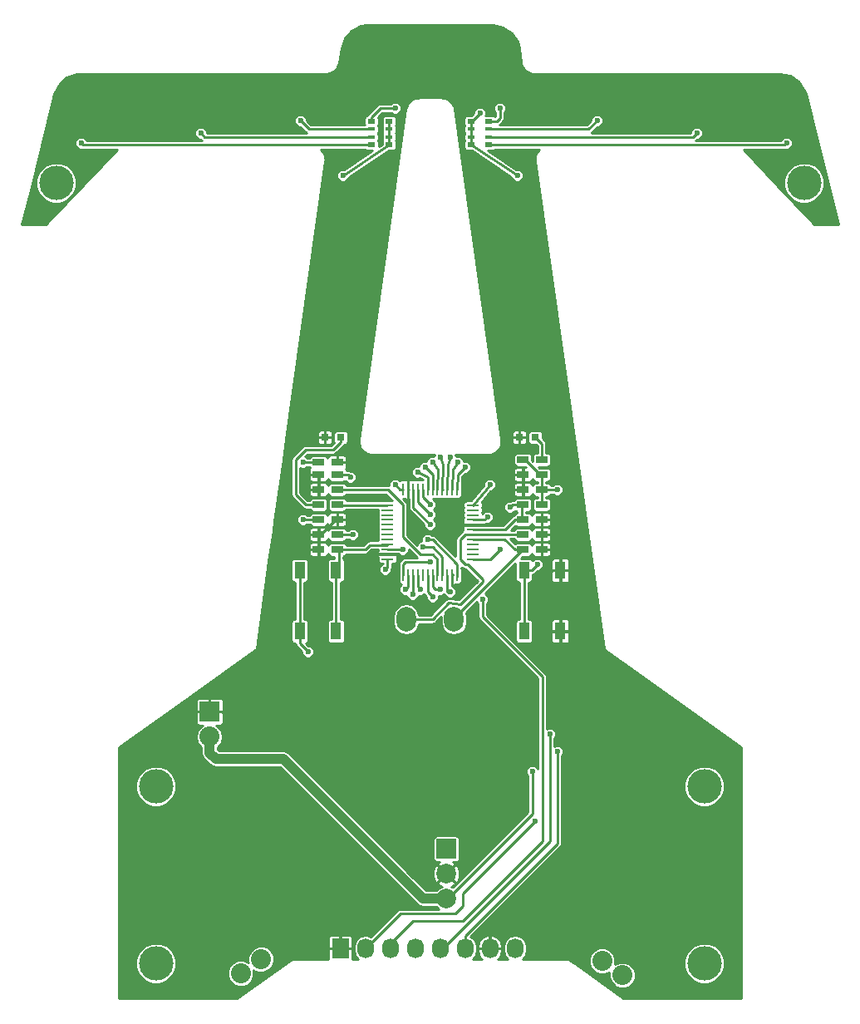
<source format=gbr>
G04 #@! TF.GenerationSoftware,KiCad,Pcbnew,no-vcs-found-c78a2ba~59~ubuntu16.10.1*
G04 #@! TF.CreationDate,2017-09-21T00:22:34+02:00*
G04 #@! TF.ProjectId,rat_board,7261745F626F6172642E6B696361645F,rev?*
G04 #@! TF.SameCoordinates,Original
G04 #@! TF.FileFunction,Copper,L1,Top,Signal*
G04 #@! TF.FilePolarity,Positive*
%FSLAX46Y46*%
G04 Gerber Fmt 4.6, Leading zero omitted, Abs format (unit mm)*
G04 Created by KiCad (PCBNEW no-vcs-found-c78a2ba~59~ubuntu16.10.1) date Thu Sep 21 00:22:34 2017*
%MOMM*%
%LPD*%
G01*
G04 APERTURE LIST*
%ADD10R,2.000000X2.000000*%
%ADD11C,2.000000*%
%ADD12C,2.032000*%
%ADD13C,2.032000*%
%ADD14O,1.727200X2.032000*%
%ADD15R,1.727200X2.032000*%
%ADD16C,3.500000*%
%ADD17R,1.200000X0.750000*%
%ADD18R,0.250000X1.300000*%
%ADD19R,1.300000X0.250000*%
%ADD20R,1.100000X1.800000*%
%ADD21R,0.800000X0.800000*%
%ADD22O,2.032000X2.032000*%
%ADD23R,2.032000X2.032000*%
%ADD24O,1.998980X2.499360*%
%ADD25R,0.800000X0.500000*%
%ADD26R,0.800000X0.400000*%
%ADD27C,0.600000*%
%ADD28C,0.250000*%
%ADD29C,1.000000*%
%ADD30C,0.254000*%
G04 APERTURE END LIST*
D10*
X142621000Y-129540000D03*
D11*
X142621000Y-132080000D03*
X142621000Y-134620000D03*
D12*
X160576646Y-142426884D03*
D13*
X160576646Y-142426884D02*
X160576646Y-142426884D01*
D12*
X158496000Y-140970000D03*
X123746646Y-140783116D03*
D13*
X123746646Y-140783116D02*
X123746646Y-140783116D01*
D12*
X121666000Y-142240000D03*
D14*
X149606000Y-139700000D03*
X147066000Y-139700000D03*
X144526000Y-139700000D03*
X141986000Y-139700000D03*
X139446000Y-139700000D03*
X136906000Y-139700000D03*
X134366000Y-139700000D03*
D15*
X131826000Y-139700000D03*
D16*
X113030000Y-141224000D03*
X168910000Y-141224000D03*
X168910000Y-123190000D03*
X113030000Y-123190000D03*
D17*
X152334000Y-89916000D03*
X150434000Y-89916000D03*
X129606000Y-94488000D03*
X131506000Y-94488000D03*
X150434000Y-94488000D03*
X152334000Y-94488000D03*
X131506000Y-99060000D03*
X129606000Y-99060000D03*
X131506000Y-91440000D03*
X129606000Y-91440000D03*
X129606000Y-92964000D03*
X131506000Y-92964000D03*
D18*
X143720000Y-101632000D03*
X143220000Y-101632000D03*
X142720000Y-101632000D03*
X142220000Y-101632000D03*
X141720000Y-101632000D03*
X141220000Y-101632000D03*
X140720000Y-101632000D03*
X140220000Y-101632000D03*
X139720000Y-101632000D03*
X139220000Y-101632000D03*
X138720000Y-101632000D03*
X138220000Y-101632000D03*
D19*
X136620000Y-100032000D03*
X136620000Y-99532000D03*
X136620000Y-99032000D03*
X136620000Y-98532000D03*
X136620000Y-98032000D03*
X136620000Y-97532000D03*
X136620000Y-97032000D03*
X136620000Y-96532000D03*
X136620000Y-96032000D03*
X136620000Y-95532000D03*
X136620000Y-95032000D03*
X136620000Y-94532000D03*
D18*
X138220000Y-92932000D03*
X138720000Y-92932000D03*
X139220000Y-92932000D03*
X139720000Y-92932000D03*
X140220000Y-92932000D03*
X140720000Y-92932000D03*
X141220000Y-92932000D03*
X141720000Y-92932000D03*
X142220000Y-92932000D03*
X142720000Y-92932000D03*
X143220000Y-92932000D03*
X143720000Y-92932000D03*
D19*
X145320000Y-94532000D03*
X145320000Y-95032000D03*
X145320000Y-95532000D03*
X145320000Y-96032000D03*
X145320000Y-96532000D03*
X145320000Y-97032000D03*
X145320000Y-97532000D03*
X145320000Y-98032000D03*
X145320000Y-98532000D03*
X145320000Y-99032000D03*
X145320000Y-99532000D03*
X145320000Y-100032000D03*
D20*
X131390000Y-101167000D03*
X131390000Y-107367000D03*
X127690000Y-101167000D03*
X127690000Y-107367000D03*
X150550000Y-107367000D03*
X150550000Y-101167000D03*
X154250000Y-107367000D03*
X154250000Y-101167000D03*
D17*
X152334000Y-96012000D03*
X150434000Y-96012000D03*
X150434000Y-91440000D03*
X152334000Y-91440000D03*
X150434000Y-92964000D03*
X152334000Y-92964000D03*
X131506000Y-90170000D03*
X129606000Y-90170000D03*
X131506000Y-96012000D03*
X129606000Y-96012000D03*
X129606000Y-97536000D03*
X131506000Y-97536000D03*
X152334000Y-99060000D03*
X150434000Y-99060000D03*
X152334000Y-97536000D03*
X150434000Y-97536000D03*
D21*
X150076000Y-87630000D03*
X151676000Y-87630000D03*
X130264000Y-87630000D03*
X131864000Y-87630000D03*
D22*
X118491000Y-118110000D03*
D23*
X118491000Y-115570000D03*
D24*
X143410940Y-106172000D03*
X138529060Y-106172000D03*
D25*
X134990000Y-55442000D03*
D26*
X134990000Y-57042000D03*
X134990000Y-56242000D03*
D25*
X134990000Y-57842000D03*
D26*
X136790000Y-56242000D03*
D25*
X136790000Y-55442000D03*
D26*
X136790000Y-57042000D03*
D25*
X136790000Y-57842000D03*
X146950000Y-57842000D03*
D26*
X146950000Y-56242000D03*
X146950000Y-57042000D03*
D25*
X146950000Y-55442000D03*
D26*
X145150000Y-57042000D03*
D25*
X145150000Y-57842000D03*
D26*
X145150000Y-56242000D03*
D25*
X145150000Y-55442000D03*
D16*
X102870000Y-61722000D03*
X179070000Y-61722000D03*
D27*
X149860000Y-60960000D03*
X132080000Y-60960000D03*
X140716000Y-98044000D03*
X148082000Y-99060000D03*
X133096000Y-97536000D03*
X137414000Y-92456000D03*
X146812000Y-95758000D03*
X153924000Y-92964000D03*
X136398000Y-101092000D03*
X128016000Y-96012000D03*
X128016000Y-90170000D03*
X128524000Y-109474000D03*
X146050000Y-54610000D03*
X148844000Y-124714000D03*
X140208000Y-120142000D03*
X132588000Y-124968000D03*
X142494000Y-123698000D03*
X138938000Y-123698000D03*
X166370000Y-54610000D03*
X177292000Y-54102000D03*
X146050000Y-52070000D03*
X133096000Y-54102000D03*
X121920000Y-53594000D03*
X113030000Y-56642000D03*
X103378000Y-59436000D03*
X151384000Y-121666000D03*
X151892000Y-100584000D03*
X149098000Y-94742000D03*
X140462000Y-90678000D03*
X141224000Y-90170000D03*
X141986000Y-89677240D03*
X143002000Y-89662000D03*
X151638000Y-126746000D03*
X140970000Y-100330000D03*
X146304000Y-104140000D03*
X138176000Y-99060000D03*
X117602000Y-56642000D03*
X127762000Y-55372000D03*
X137414000Y-54102000D03*
X148082000Y-54102000D03*
X132842000Y-91694000D03*
X140970000Y-94488000D03*
X140208000Y-98806000D03*
X138430000Y-103124000D03*
X139192000Y-103632000D03*
X139954000Y-103124000D03*
X141986000Y-103124000D03*
X141224000Y-103886000D03*
X143002000Y-103378000D03*
X153924000Y-119634000D03*
X140970000Y-96520000D03*
X153162000Y-117856000D03*
X140970000Y-95504000D03*
X139700000Y-91186000D03*
X105410000Y-57658000D03*
X143764000Y-90170000D03*
X157988000Y-55372000D03*
X144526000Y-90678000D03*
X168148000Y-56642000D03*
X147066000Y-92456000D03*
X177292000Y-57658000D03*
D28*
X145150000Y-57842000D02*
X149860000Y-60960000D01*
X136790000Y-57842000D02*
X132080000Y-60960000D01*
X143720000Y-101632000D02*
X143720000Y-100540000D01*
X141224000Y-98044000D02*
X140716000Y-98044000D01*
X143720000Y-100540000D02*
X141224000Y-98044000D01*
X143720000Y-101632000D02*
X143720000Y-101810000D01*
X145320000Y-100032000D02*
X147110000Y-100032000D01*
X147110000Y-100032000D02*
X148082000Y-99060000D01*
X131506000Y-97536000D02*
X133096000Y-97536000D01*
X138220000Y-92932000D02*
X137890000Y-92932000D01*
X137890000Y-92932000D02*
X137414000Y-92456000D01*
X145320000Y-96032000D02*
X146538000Y-96032000D01*
X146538000Y-96032000D02*
X146812000Y-95758000D01*
X152334000Y-92964000D02*
X153924000Y-92964000D01*
X152334000Y-91440000D02*
X152146000Y-91440000D01*
X152146000Y-91440000D02*
X150622000Y-89916000D01*
X150622000Y-89916000D02*
X150434000Y-89916000D01*
X152334000Y-94488000D02*
X152334000Y-92964000D01*
X152334000Y-91440000D02*
X152334000Y-92964000D01*
X136620000Y-100032000D02*
X136620000Y-100870000D01*
X136620000Y-100870000D02*
X136398000Y-101092000D01*
X129606000Y-96012000D02*
X128016000Y-96012000D01*
X129606000Y-90170000D02*
X128016000Y-90170000D01*
X127690000Y-107367000D02*
X127690000Y-108640000D01*
X127690000Y-108640000D02*
X128524000Y-109474000D01*
X127690000Y-101167000D02*
X127690000Y-107367000D01*
X136790000Y-57842000D02*
X136722000Y-57842000D01*
X136790000Y-56242000D02*
X136790000Y-55442000D01*
X136790000Y-57042000D02*
X136790000Y-56242000D01*
X136790000Y-57842000D02*
X136790000Y-57042000D01*
X145150000Y-55442000D02*
X145218000Y-55442000D01*
X145218000Y-55442000D02*
X146050000Y-54610000D01*
X145150000Y-56242000D02*
X145150000Y-55442000D01*
X145150000Y-56242000D02*
X145150000Y-57042000D01*
X145150000Y-57842000D02*
X145150000Y-57042000D01*
X129606000Y-97536000D02*
X129794000Y-97536000D01*
X129794000Y-97536000D02*
X131318000Y-96012000D01*
X131318000Y-96012000D02*
X131506000Y-96012000D01*
X131318000Y-96012000D02*
X131506000Y-96012000D01*
X142621000Y-134620000D02*
X142748000Y-134620000D01*
X142748000Y-134620000D02*
X151384000Y-125984000D01*
X151384000Y-125984000D02*
X151384000Y-121666000D01*
D29*
X118491000Y-118110000D02*
X118491000Y-119761000D01*
X140208000Y-134620000D02*
X142621000Y-134620000D01*
X125984000Y-120396000D02*
X140208000Y-134620000D01*
X119126000Y-120396000D02*
X125984000Y-120396000D01*
X118491000Y-119761000D02*
X119126000Y-120396000D01*
D28*
X150550000Y-101167000D02*
X150550000Y-107367000D01*
X150434000Y-94488000D02*
X149352000Y-94488000D01*
X151309000Y-101167000D02*
X150550000Y-101167000D01*
X151892000Y-100584000D02*
X151309000Y-101167000D01*
X149352000Y-94488000D02*
X149098000Y-94742000D01*
X145320000Y-97032000D02*
X148586000Y-97032000D01*
X149606000Y-96012000D02*
X150434000Y-96012000D01*
X148586000Y-97032000D02*
X149606000Y-96012000D01*
X150284000Y-94488000D02*
X150284000Y-95862000D01*
X150284000Y-95862000D02*
X150434000Y-96012000D01*
X143410940Y-106172000D02*
X143410940Y-106083060D01*
X143410940Y-106083060D02*
X150434000Y-99060000D01*
X145320000Y-98032000D02*
X148578000Y-98032000D01*
X149606000Y-99060000D02*
X150434000Y-99060000D01*
X148578000Y-98032000D02*
X149606000Y-99060000D01*
X129606000Y-94488000D02*
X128270000Y-94488000D01*
X131864000Y-88100000D02*
X131864000Y-87630000D01*
X131064000Y-88900000D02*
X131864000Y-88100000D01*
X128270000Y-88900000D02*
X131064000Y-88900000D01*
X127254000Y-89916000D02*
X128270000Y-88900000D01*
X127254000Y-93472000D02*
X127254000Y-89916000D01*
X128270000Y-94488000D02*
X127254000Y-93472000D01*
X138529060Y-106172000D02*
X141224000Y-106172000D01*
X144530000Y-97532000D02*
X145320000Y-97532000D01*
X144018000Y-98044000D02*
X144530000Y-97532000D01*
X144018000Y-100076000D02*
X144018000Y-98044000D01*
X144526000Y-100584000D02*
X144018000Y-100076000D01*
X144780000Y-100584000D02*
X144526000Y-100584000D01*
X146304000Y-102108000D02*
X144780000Y-100584000D01*
X146304000Y-102362000D02*
X146304000Y-102108000D01*
X144020768Y-104625612D02*
X146304000Y-102362000D01*
X142875000Y-104470200D02*
X144020768Y-104625612D01*
X141224000Y-106172000D02*
X142875000Y-104470200D01*
X145320000Y-97532000D02*
X150430000Y-97532000D01*
X150430000Y-97532000D02*
X150434000Y-97536000D01*
X141220000Y-92932000D02*
X141224000Y-91440000D01*
X141224000Y-91440000D02*
X140462000Y-90678000D01*
X141720000Y-92932000D02*
X141732000Y-90932000D01*
X141732000Y-90932000D02*
X141224000Y-90170000D01*
X141986000Y-89677240D02*
X142240000Y-90424000D01*
X142240000Y-90424000D02*
X142220000Y-92932000D01*
X142720000Y-92932000D02*
X142748000Y-90424000D01*
X142748000Y-90424000D02*
X143002000Y-89662000D01*
X138220000Y-101632000D02*
X138220000Y-100540000D01*
X137922000Y-136144000D02*
X134366000Y-139700000D01*
X143510000Y-136144000D02*
X137922000Y-136144000D01*
X144272000Y-135382000D02*
X143510000Y-136144000D01*
X144272000Y-134112000D02*
X144272000Y-135382000D01*
X151638000Y-126746000D02*
X144272000Y-134112000D01*
X138430000Y-100330000D02*
X140970000Y-100330000D01*
X138220000Y-100540000D02*
X138430000Y-100330000D01*
X136906000Y-139700000D02*
X136906000Y-139192000D01*
X136906000Y-139192000D02*
X139192000Y-136906000D01*
X139192000Y-136906000D02*
X144272000Y-136906000D01*
X144272000Y-136906000D02*
X152400000Y-128778000D01*
X152400000Y-128778000D02*
X152400000Y-112014000D01*
X152400000Y-112014000D02*
X146304000Y-105918000D01*
X146304000Y-105918000D02*
X146304000Y-104140000D01*
X138176000Y-99060000D02*
X138148000Y-99032000D01*
X138148000Y-99032000D02*
X136620000Y-99032000D01*
X136620000Y-94532000D02*
X131550000Y-94532000D01*
X131550000Y-94532000D02*
X131506000Y-94488000D01*
X131506000Y-99060000D02*
X134366000Y-99060000D01*
X134844002Y-98581998D02*
X136620000Y-98581998D01*
X134366000Y-99060000D02*
X134844002Y-98581998D01*
X136620000Y-98581998D02*
X136620000Y-98532000D01*
X131656000Y-99060000D02*
X131656000Y-100901000D01*
X131656000Y-100901000D02*
X131390000Y-101167000D01*
X131390000Y-107367000D02*
X131390000Y-101167000D01*
X131656000Y-101536000D02*
X131390000Y-101802000D01*
X134990000Y-57042000D02*
X118002000Y-57042000D01*
X118002000Y-57042000D02*
X117602000Y-56642000D01*
X134990000Y-56242000D02*
X128632000Y-56242000D01*
X128632000Y-56242000D02*
X127762000Y-55372000D01*
X142240000Y-92912000D02*
X142220000Y-92932000D01*
X142240000Y-92912000D02*
X142220000Y-92932000D01*
X134990000Y-55442000D02*
X134990000Y-55002000D01*
X134990000Y-55002000D02*
X135890000Y-54102000D01*
X135890000Y-54102000D02*
X137414000Y-54102000D01*
X146950000Y-55442000D02*
X147758000Y-55442000D01*
X148082000Y-55118000D02*
X148082000Y-54102000D01*
X147758000Y-55442000D02*
X148082000Y-55118000D01*
X146950000Y-55442000D02*
X146996000Y-55442000D01*
X140220000Y-92932000D02*
X140220000Y-93738000D01*
X132588000Y-91440000D02*
X131656000Y-91440000D01*
X132842000Y-91694000D02*
X132588000Y-91440000D01*
X140220000Y-93738000D02*
X140970000Y-94488000D01*
X141720000Y-101632000D02*
X141720000Y-100064000D01*
X136652000Y-92964000D02*
X131506000Y-92964000D01*
X138176000Y-94488000D02*
X136652000Y-92964000D01*
X138176000Y-97790000D02*
X138176000Y-94488000D01*
X139954000Y-99568000D02*
X138176000Y-97790000D01*
X141224000Y-99568000D02*
X139954000Y-99568000D01*
X141720000Y-100064000D02*
X141224000Y-99568000D01*
X142220000Y-99802000D02*
X142220000Y-101632000D01*
X141224000Y-98806000D02*
X142220000Y-99802000D01*
X140208000Y-98806000D02*
X141224000Y-98806000D01*
X138430000Y-103124000D02*
X138720000Y-102834000D01*
X138720000Y-102834000D02*
X138720000Y-101632000D01*
X139192000Y-103632000D02*
X139220000Y-103604000D01*
X139220000Y-103604000D02*
X139220000Y-101632000D01*
X139954000Y-103124000D02*
X139720000Y-102890000D01*
X139720000Y-102890000D02*
X139720000Y-101632000D01*
X141986000Y-103124000D02*
X141478000Y-103124000D01*
X141478000Y-103124000D02*
X141224000Y-102870000D01*
X141224000Y-102870000D02*
X141224000Y-101636000D01*
X141224000Y-101636000D02*
X141220000Y-101632000D01*
X141224000Y-103886000D02*
X140720000Y-103382000D01*
X140720000Y-103382000D02*
X140720000Y-101632000D01*
X142720000Y-101632000D02*
X142720000Y-103350000D01*
X142720000Y-103350000D02*
X143002000Y-103378000D01*
X139220000Y-92932000D02*
X139220000Y-94770000D01*
X144526000Y-138430000D02*
X144526000Y-139700000D01*
X153924000Y-129032000D02*
X144526000Y-138430000D01*
X153924000Y-128270000D02*
X153924000Y-129032000D01*
X153924000Y-119634000D02*
X153924000Y-128270000D01*
X139220000Y-94770000D02*
X140970000Y-96520000D01*
X144780000Y-139827000D02*
X144780000Y-139700000D01*
X141986000Y-139700000D02*
X142240000Y-139700000D01*
X142240000Y-139700000D02*
X153162000Y-128778000D01*
X153162000Y-128778000D02*
X153162000Y-117856000D01*
X140970000Y-95504000D02*
X139720000Y-94254000D01*
X139720000Y-94254000D02*
X139720000Y-92932000D01*
X142240000Y-139192000D02*
X142240000Y-139827000D01*
X142240000Y-139827000D02*
X142240000Y-139700000D01*
X152334000Y-89916000D02*
X152334000Y-88288000D01*
X152334000Y-88288000D02*
X151676000Y-87630000D01*
X140716000Y-91694000D02*
X139700000Y-91186000D01*
X140720000Y-92932000D02*
X140716000Y-91694000D01*
X134990000Y-57842000D02*
X105594000Y-57842000D01*
X105594000Y-57842000D02*
X105410000Y-57658000D01*
X143256000Y-90932000D02*
X143764000Y-90170000D01*
X143220000Y-92932000D02*
X143256000Y-90932000D01*
X146950000Y-56242000D02*
X157118000Y-56242000D01*
X157118000Y-56242000D02*
X157988000Y-55372000D01*
X143720000Y-92932000D02*
X143764000Y-91440000D01*
X143764000Y-91440000D02*
X144526000Y-90678000D01*
X146950000Y-57042000D02*
X167748000Y-57042000D01*
X167748000Y-57042000D02*
X168148000Y-56642000D01*
X145320000Y-94532000D02*
X147066000Y-92456000D01*
X146950000Y-57842000D02*
X177108000Y-57842000D01*
X177108000Y-57842000D02*
X177292000Y-57658000D01*
D30*
G36*
X148393216Y-45844723D02*
X149265929Y-46427851D01*
X149855175Y-47309719D01*
X150035995Y-47972151D01*
X150246495Y-49463192D01*
X150252884Y-49481450D01*
X150254239Y-49500748D01*
X150320540Y-49743641D01*
X150342350Y-49787351D01*
X150361044Y-49832482D01*
X150577817Y-50156906D01*
X150661691Y-50240780D01*
X150986114Y-50457553D01*
X151018211Y-50470848D01*
X151095701Y-50502945D01*
X151478384Y-50579065D01*
X151508325Y-50579065D01*
X151537691Y-50584906D01*
X176597729Y-50584906D01*
X177657106Y-50795629D01*
X178529819Y-51378757D01*
X179123584Y-52267389D01*
X179245899Y-52637924D01*
X182580644Y-65976906D01*
X180101702Y-65976906D01*
X176498348Y-62133328D01*
X176992640Y-62133328D01*
X177308178Y-62896989D01*
X177891938Y-63481768D01*
X178655047Y-63798639D01*
X179481328Y-63799360D01*
X180244989Y-63483822D01*
X180829768Y-62900062D01*
X181146639Y-62136953D01*
X181147360Y-61310672D01*
X180831822Y-60547011D01*
X180248062Y-59962232D01*
X179484953Y-59645361D01*
X178658672Y-59644640D01*
X177895011Y-59960178D01*
X177310232Y-60543938D01*
X176993361Y-61307047D01*
X176992640Y-62133328D01*
X176498348Y-62133328D01*
X172898978Y-58294000D01*
X177108000Y-58294000D01*
X177162544Y-58283151D01*
X177166735Y-58284891D01*
X177416171Y-58285109D01*
X177646703Y-58189855D01*
X177823235Y-58013631D01*
X177918891Y-57783265D01*
X177919109Y-57533829D01*
X177823855Y-57303297D01*
X177647631Y-57126765D01*
X177417265Y-57031109D01*
X177167829Y-57030891D01*
X176937297Y-57126145D01*
X176760765Y-57302369D01*
X176724378Y-57390000D01*
X168025127Y-57390000D01*
X168067612Y-57361612D01*
X168160213Y-57269011D01*
X168272171Y-57269109D01*
X168502703Y-57173855D01*
X168679235Y-56997631D01*
X168774891Y-56767265D01*
X168775109Y-56517829D01*
X168679855Y-56287297D01*
X168503631Y-56110765D01*
X168273265Y-56015109D01*
X168023829Y-56014891D01*
X167793297Y-56110145D01*
X167616765Y-56286369D01*
X167521109Y-56516735D01*
X167521045Y-56590000D01*
X157395127Y-56590000D01*
X157437612Y-56561612D01*
X158000213Y-55999011D01*
X158112171Y-55999109D01*
X158342703Y-55903855D01*
X158519235Y-55727631D01*
X158614891Y-55497265D01*
X158615109Y-55247829D01*
X158519855Y-55017297D01*
X158343631Y-54840765D01*
X158113265Y-54745109D01*
X157863829Y-54744891D01*
X157633297Y-54840145D01*
X157456765Y-55016369D01*
X157361109Y-55246735D01*
X157361010Y-55359766D01*
X156930776Y-55790000D01*
X148035127Y-55790000D01*
X148077612Y-55761612D01*
X148401612Y-55437612D01*
X148499594Y-55290973D01*
X148510351Y-55236891D01*
X148534000Y-55118000D01*
X148534000Y-54536728D01*
X148613235Y-54457631D01*
X148708891Y-54227265D01*
X148709109Y-53977829D01*
X148613855Y-53747297D01*
X148437631Y-53570765D01*
X148207265Y-53475109D01*
X147957829Y-53474891D01*
X147727297Y-53570145D01*
X147550765Y-53746369D01*
X147455109Y-53976735D01*
X147454891Y-54226171D01*
X147550145Y-54456703D01*
X147630000Y-54536698D01*
X147630000Y-54930776D01*
X147593275Y-54967501D01*
X147585754Y-54956246D01*
X147477589Y-54883973D01*
X147350000Y-54858594D01*
X146625680Y-54858594D01*
X146676891Y-54735265D01*
X146677109Y-54485829D01*
X146581855Y-54255297D01*
X146405631Y-54078765D01*
X146175265Y-53983109D01*
X145925829Y-53982891D01*
X145695297Y-54078145D01*
X145518765Y-54254369D01*
X145423109Y-54484735D01*
X145423010Y-54597766D01*
X145162182Y-54858594D01*
X144750000Y-54858594D01*
X144622411Y-54883973D01*
X144514246Y-54956246D01*
X144441973Y-55064411D01*
X144416594Y-55192000D01*
X144416594Y-55692000D01*
X144441973Y-55819589D01*
X144473652Y-55867000D01*
X144441973Y-55914411D01*
X144416594Y-56042000D01*
X144416594Y-56442000D01*
X144441973Y-56569589D01*
X144490356Y-56642000D01*
X144441973Y-56714411D01*
X144416594Y-56842000D01*
X144416594Y-57242000D01*
X144441973Y-57369589D01*
X144473652Y-57417000D01*
X144441973Y-57464411D01*
X144416594Y-57592000D01*
X144416594Y-58092000D01*
X144441973Y-58219589D01*
X144514246Y-58327754D01*
X144622411Y-58400027D01*
X144750000Y-58425406D01*
X145212445Y-58425406D01*
X149234457Y-61087961D01*
X149328145Y-61314703D01*
X149504369Y-61491235D01*
X149734735Y-61586891D01*
X149984171Y-61587109D01*
X150214703Y-61491855D01*
X150391235Y-61315631D01*
X150486891Y-61085265D01*
X150487109Y-60835829D01*
X150391855Y-60605297D01*
X150215631Y-60428765D01*
X149985265Y-60333109D01*
X149735829Y-60332891D01*
X149733187Y-60333982D01*
X146850122Y-58425406D01*
X147350000Y-58425406D01*
X147477589Y-58400027D01*
X147585754Y-58327754D01*
X147608308Y-58294000D01*
X152125700Y-58294000D01*
X151947876Y-58452914D01*
X151876551Y-58547689D01*
X151876550Y-58547691D01*
X151707259Y-58899228D01*
X151677631Y-59014083D01*
X151655753Y-59403650D01*
X151659939Y-59433298D01*
X151658260Y-59463192D01*
X158668985Y-109122496D01*
X158670257Y-109126131D01*
X158670137Y-109129977D01*
X158689789Y-109181952D01*
X158708161Y-109234455D01*
X158710728Y-109237327D01*
X158712088Y-109240925D01*
X158750142Y-109281432D01*
X158787200Y-109322899D01*
X158790668Y-109324569D01*
X158793304Y-109327375D01*
X172666000Y-119236444D01*
X172666000Y-144776000D01*
X160667421Y-144776000D01*
X155711375Y-141235967D01*
X157152767Y-141235967D01*
X157356796Y-141729755D01*
X157734258Y-142107876D01*
X158227689Y-142312766D01*
X158761967Y-142313233D01*
X159247710Y-142112528D01*
X159243922Y-142121138D01*
X159232501Y-142645026D01*
X159422431Y-143133406D01*
X159784799Y-143511928D01*
X159827905Y-143542110D01*
X160307544Y-143753146D01*
X160831432Y-143764567D01*
X161319812Y-143574637D01*
X161698334Y-143212268D01*
X161909370Y-142732630D01*
X161920791Y-142208742D01*
X161730861Y-141720362D01*
X161649456Y-141635328D01*
X166832640Y-141635328D01*
X167148178Y-142398989D01*
X167731938Y-142983768D01*
X168495047Y-143300639D01*
X169321328Y-143301360D01*
X170084989Y-142985822D01*
X170669768Y-142402062D01*
X170986639Y-141638953D01*
X170987360Y-140812672D01*
X170671822Y-140049011D01*
X170088062Y-139464232D01*
X169324953Y-139147361D01*
X168498672Y-139146640D01*
X167735011Y-139462178D01*
X167150232Y-140045938D01*
X166833361Y-140809047D01*
X166832640Y-141635328D01*
X161649456Y-141635328D01*
X161368492Y-141341840D01*
X161325387Y-141311658D01*
X160845748Y-141100622D01*
X160321860Y-141089201D01*
X159833480Y-141279131D01*
X159814120Y-141297664D01*
X159838766Y-141238311D01*
X159839233Y-140704033D01*
X159635204Y-140210245D01*
X159257742Y-139832124D01*
X158764311Y-139627234D01*
X158230033Y-139626767D01*
X157736245Y-139830796D01*
X157358124Y-140208258D01*
X157153234Y-140701689D01*
X157152767Y-141235967D01*
X155711375Y-141235967D01*
X155146696Y-140832625D01*
X155115130Y-140818381D01*
X155086336Y-140799141D01*
X155061582Y-140794217D01*
X155038579Y-140783837D01*
X155003968Y-140782757D01*
X154970000Y-140776000D01*
X150364957Y-140776000D01*
X150447881Y-140720592D01*
X150705971Y-140334334D01*
X150796600Y-139878711D01*
X150796600Y-139521289D01*
X150705971Y-139065666D01*
X150447881Y-138679408D01*
X150061623Y-138421318D01*
X149606000Y-138330689D01*
X149150377Y-138421318D01*
X148764119Y-138679408D01*
X148506029Y-139065666D01*
X148415400Y-139521289D01*
X148415400Y-139878711D01*
X148506029Y-140334334D01*
X148764119Y-140720592D01*
X148847043Y-140776000D01*
X147888084Y-140776000D01*
X147928104Y-140750425D01*
X148206140Y-140352154D01*
X148310600Y-139877800D01*
X148310600Y-139725400D01*
X147091400Y-139725400D01*
X147091400Y-139745400D01*
X147040600Y-139745400D01*
X147040600Y-139725400D01*
X145821400Y-139725400D01*
X145821400Y-139877800D01*
X145925860Y-140352154D01*
X146203896Y-140750425D01*
X146243916Y-140776000D01*
X145284957Y-140776000D01*
X145367881Y-140720592D01*
X145625971Y-140334334D01*
X145716600Y-139878711D01*
X145716600Y-139522200D01*
X145821400Y-139522200D01*
X145821400Y-139674600D01*
X147040600Y-139674600D01*
X147040600Y-138398531D01*
X147091400Y-138398531D01*
X147091400Y-139674600D01*
X148310600Y-139674600D01*
X148310600Y-139522200D01*
X148206140Y-139047846D01*
X147928104Y-138649575D01*
X147518821Y-138388020D01*
X147285745Y-138322552D01*
X147091400Y-138398531D01*
X147040600Y-138398531D01*
X146846255Y-138322552D01*
X146613179Y-138388020D01*
X146203896Y-138649575D01*
X145925860Y-139047846D01*
X145821400Y-139522200D01*
X145716600Y-139522200D01*
X145716600Y-139521289D01*
X145625971Y-139065666D01*
X145367881Y-138679408D01*
X145096888Y-138498336D01*
X154243612Y-129351612D01*
X154341594Y-129204973D01*
X154376000Y-129032000D01*
X154376000Y-123601328D01*
X166832640Y-123601328D01*
X167148178Y-124364989D01*
X167731938Y-124949768D01*
X168495047Y-125266639D01*
X169321328Y-125267360D01*
X170084989Y-124951822D01*
X170669768Y-124368062D01*
X170986639Y-123604953D01*
X170987360Y-122778672D01*
X170671822Y-122015011D01*
X170088062Y-121430232D01*
X169324953Y-121113361D01*
X168498672Y-121112640D01*
X167735011Y-121428178D01*
X167150232Y-122011938D01*
X166833361Y-122775047D01*
X166832640Y-123601328D01*
X154376000Y-123601328D01*
X154376000Y-120068728D01*
X154455235Y-119989631D01*
X154550891Y-119759265D01*
X154551109Y-119509829D01*
X154455855Y-119279297D01*
X154279631Y-119102765D01*
X154049265Y-119007109D01*
X153799829Y-119006891D01*
X153614000Y-119083674D01*
X153614000Y-118290728D01*
X153693235Y-118211631D01*
X153788891Y-117981265D01*
X153789109Y-117731829D01*
X153693855Y-117501297D01*
X153517631Y-117324765D01*
X153287265Y-117229109D01*
X153037829Y-117228891D01*
X152852000Y-117305674D01*
X152852000Y-112014000D01*
X152817594Y-111841027D01*
X152719612Y-111694388D01*
X146756000Y-105730776D01*
X146756000Y-104574728D01*
X146835235Y-104495631D01*
X146930891Y-104265265D01*
X146931109Y-104015829D01*
X146835855Y-103785297D01*
X146659631Y-103608765D01*
X146564119Y-103569105D01*
X149666594Y-100466630D01*
X149666594Y-102067000D01*
X149691973Y-102194589D01*
X149764246Y-102302754D01*
X149872411Y-102375027D01*
X150000000Y-102400406D01*
X150098000Y-102400406D01*
X150098000Y-106133594D01*
X150000000Y-106133594D01*
X149872411Y-106158973D01*
X149764246Y-106231246D01*
X149691973Y-106339411D01*
X149666594Y-106467000D01*
X149666594Y-108267000D01*
X149691973Y-108394589D01*
X149764246Y-108502754D01*
X149872411Y-108575027D01*
X150000000Y-108600406D01*
X151100000Y-108600406D01*
X151227589Y-108575027D01*
X151335754Y-108502754D01*
X151408027Y-108394589D01*
X151433406Y-108267000D01*
X151433406Y-107487650D01*
X153319000Y-107487650D01*
X153319000Y-108342786D01*
X153377004Y-108482820D01*
X153484181Y-108589996D01*
X153624215Y-108648000D01*
X154129350Y-108648000D01*
X154224600Y-108552750D01*
X154224600Y-107392400D01*
X154275400Y-107392400D01*
X154275400Y-108552750D01*
X154370650Y-108648000D01*
X154875785Y-108648000D01*
X155015819Y-108589996D01*
X155122996Y-108482820D01*
X155181000Y-108342786D01*
X155181000Y-107487650D01*
X155085750Y-107392400D01*
X154275400Y-107392400D01*
X154224600Y-107392400D01*
X153414250Y-107392400D01*
X153319000Y-107487650D01*
X151433406Y-107487650D01*
X151433406Y-106467000D01*
X151418332Y-106391214D01*
X153319000Y-106391214D01*
X153319000Y-107246350D01*
X153414250Y-107341600D01*
X154224600Y-107341600D01*
X154224600Y-106181250D01*
X154275400Y-106181250D01*
X154275400Y-107341600D01*
X155085750Y-107341600D01*
X155181000Y-107246350D01*
X155181000Y-106391214D01*
X155122996Y-106251180D01*
X155015819Y-106144004D01*
X154875785Y-106086000D01*
X154370650Y-106086000D01*
X154275400Y-106181250D01*
X154224600Y-106181250D01*
X154129350Y-106086000D01*
X153624215Y-106086000D01*
X153484181Y-106144004D01*
X153377004Y-106251180D01*
X153319000Y-106391214D01*
X151418332Y-106391214D01*
X151408027Y-106339411D01*
X151335754Y-106231246D01*
X151227589Y-106158973D01*
X151100000Y-106133594D01*
X151002000Y-106133594D01*
X151002000Y-102400406D01*
X151100000Y-102400406D01*
X151227589Y-102375027D01*
X151335754Y-102302754D01*
X151408027Y-102194589D01*
X151433406Y-102067000D01*
X151433406Y-101594254D01*
X151481973Y-101584594D01*
X151628612Y-101486612D01*
X151827574Y-101287650D01*
X153319000Y-101287650D01*
X153319000Y-102142786D01*
X153377004Y-102282820D01*
X153484181Y-102389996D01*
X153624215Y-102448000D01*
X154129350Y-102448000D01*
X154224600Y-102352750D01*
X154224600Y-101192400D01*
X154275400Y-101192400D01*
X154275400Y-102352750D01*
X154370650Y-102448000D01*
X154875785Y-102448000D01*
X155015819Y-102389996D01*
X155122996Y-102282820D01*
X155181000Y-102142786D01*
X155181000Y-101287650D01*
X155085750Y-101192400D01*
X154275400Y-101192400D01*
X154224600Y-101192400D01*
X153414250Y-101192400D01*
X153319000Y-101287650D01*
X151827574Y-101287650D01*
X151904213Y-101211011D01*
X152016171Y-101211109D01*
X152246703Y-101115855D01*
X152423235Y-100939631D01*
X152518891Y-100709265D01*
X152519109Y-100459829D01*
X152423855Y-100229297D01*
X152385839Y-100191214D01*
X153319000Y-100191214D01*
X153319000Y-101046350D01*
X153414250Y-101141600D01*
X154224600Y-101141600D01*
X154224600Y-99981250D01*
X154275400Y-99981250D01*
X154275400Y-101141600D01*
X155085750Y-101141600D01*
X155181000Y-101046350D01*
X155181000Y-100191214D01*
X155122996Y-100051180D01*
X155015819Y-99944004D01*
X154875785Y-99886000D01*
X154370650Y-99886000D01*
X154275400Y-99981250D01*
X154224600Y-99981250D01*
X154129350Y-99886000D01*
X153624215Y-99886000D01*
X153484181Y-99944004D01*
X153377004Y-100051180D01*
X153319000Y-100191214D01*
X152385839Y-100191214D01*
X152247631Y-100052765D01*
X152017265Y-99957109D01*
X151767829Y-99956891D01*
X151537297Y-100052145D01*
X151414960Y-100174268D01*
X151408027Y-100139411D01*
X151335754Y-100031246D01*
X151227589Y-99958973D01*
X151100000Y-99933594D01*
X150199630Y-99933594D01*
X150364818Y-99768406D01*
X151034000Y-99768406D01*
X151161589Y-99743027D01*
X151269754Y-99670754D01*
X151342027Y-99562589D01*
X151353000Y-99507424D01*
X151353000Y-99510785D01*
X151411004Y-99650819D01*
X151518180Y-99757996D01*
X151658214Y-99816000D01*
X152213350Y-99816000D01*
X152308600Y-99720750D01*
X152308600Y-99085400D01*
X152359400Y-99085400D01*
X152359400Y-99720750D01*
X152454650Y-99816000D01*
X153009786Y-99816000D01*
X153149820Y-99757996D01*
X153256996Y-99650819D01*
X153315000Y-99510785D01*
X153315000Y-99180650D01*
X153219750Y-99085400D01*
X152359400Y-99085400D01*
X152308600Y-99085400D01*
X152288600Y-99085400D01*
X152288600Y-99034600D01*
X152308600Y-99034600D01*
X152308600Y-98399250D01*
X152359400Y-98399250D01*
X152359400Y-99034600D01*
X153219750Y-99034600D01*
X153315000Y-98939350D01*
X153315000Y-98609215D01*
X153256996Y-98469181D01*
X153149820Y-98362004D01*
X153009786Y-98304000D01*
X152454650Y-98304000D01*
X152359400Y-98399250D01*
X152308600Y-98399250D01*
X152213350Y-98304000D01*
X151658214Y-98304000D01*
X151518180Y-98362004D01*
X151411004Y-98469181D01*
X151353000Y-98609215D01*
X151353000Y-98612576D01*
X151342027Y-98557411D01*
X151269754Y-98449246D01*
X151161589Y-98376973D01*
X151034000Y-98351594D01*
X149834000Y-98351594D01*
X149706411Y-98376973D01*
X149619961Y-98434736D01*
X149169224Y-97984000D01*
X149515115Y-97984000D01*
X149525973Y-98038589D01*
X149598246Y-98146754D01*
X149706411Y-98219027D01*
X149834000Y-98244406D01*
X151034000Y-98244406D01*
X151161589Y-98219027D01*
X151269754Y-98146754D01*
X151342027Y-98038589D01*
X151353000Y-97983424D01*
X151353000Y-97986785D01*
X151411004Y-98126819D01*
X151518180Y-98233996D01*
X151658214Y-98292000D01*
X152213350Y-98292000D01*
X152308600Y-98196750D01*
X152308600Y-97561400D01*
X152359400Y-97561400D01*
X152359400Y-98196750D01*
X152454650Y-98292000D01*
X153009786Y-98292000D01*
X153149820Y-98233996D01*
X153256996Y-98126819D01*
X153315000Y-97986785D01*
X153315000Y-97656650D01*
X153219750Y-97561400D01*
X152359400Y-97561400D01*
X152308600Y-97561400D01*
X152288600Y-97561400D01*
X152288600Y-97510600D01*
X152308600Y-97510600D01*
X152308600Y-96875250D01*
X152359400Y-96875250D01*
X152359400Y-97510600D01*
X153219750Y-97510600D01*
X153315000Y-97415350D01*
X153315000Y-97085215D01*
X153256996Y-96945181D01*
X153149820Y-96838004D01*
X153009786Y-96780000D01*
X152454650Y-96780000D01*
X152359400Y-96875250D01*
X152308600Y-96875250D01*
X152213350Y-96780000D01*
X151658214Y-96780000D01*
X151518180Y-96838004D01*
X151411004Y-96945181D01*
X151353000Y-97085215D01*
X151353000Y-97088576D01*
X151342027Y-97033411D01*
X151269754Y-96925246D01*
X151161589Y-96852973D01*
X151034000Y-96827594D01*
X149834000Y-96827594D01*
X149706411Y-96852973D01*
X149598246Y-96925246D01*
X149525973Y-97033411D01*
X149516706Y-97080000D01*
X149177224Y-97080000D01*
X149619961Y-96637263D01*
X149706411Y-96695027D01*
X149834000Y-96720406D01*
X151034000Y-96720406D01*
X151161589Y-96695027D01*
X151269754Y-96622754D01*
X151342027Y-96514589D01*
X151353000Y-96459424D01*
X151353000Y-96462785D01*
X151411004Y-96602819D01*
X151518180Y-96709996D01*
X151658214Y-96768000D01*
X152213350Y-96768000D01*
X152308600Y-96672750D01*
X152308600Y-96037400D01*
X152359400Y-96037400D01*
X152359400Y-96672750D01*
X152454650Y-96768000D01*
X153009786Y-96768000D01*
X153149820Y-96709996D01*
X153256996Y-96602819D01*
X153315000Y-96462785D01*
X153315000Y-96132650D01*
X153219750Y-96037400D01*
X152359400Y-96037400D01*
X152308600Y-96037400D01*
X152288600Y-96037400D01*
X152288600Y-95986600D01*
X152308600Y-95986600D01*
X152308600Y-95351250D01*
X152359400Y-95351250D01*
X152359400Y-95986600D01*
X153219750Y-95986600D01*
X153315000Y-95891350D01*
X153315000Y-95561215D01*
X153256996Y-95421181D01*
X153149820Y-95314004D01*
X153009786Y-95256000D01*
X152454650Y-95256000D01*
X152359400Y-95351250D01*
X152308600Y-95351250D01*
X152213350Y-95256000D01*
X151658214Y-95256000D01*
X151518180Y-95314004D01*
X151411004Y-95421181D01*
X151353000Y-95561215D01*
X151353000Y-95564576D01*
X151342027Y-95509411D01*
X151269754Y-95401246D01*
X151161589Y-95328973D01*
X151034000Y-95303594D01*
X150736000Y-95303594D01*
X150736000Y-95196406D01*
X151034000Y-95196406D01*
X151161589Y-95171027D01*
X151269754Y-95098754D01*
X151342027Y-94990589D01*
X151367406Y-94863000D01*
X151367406Y-94113000D01*
X151342027Y-93985411D01*
X151269754Y-93877246D01*
X151161589Y-93804973D01*
X151034000Y-93779594D01*
X149834000Y-93779594D01*
X149706411Y-93804973D01*
X149598246Y-93877246D01*
X149525973Y-93985411D01*
X149515910Y-94036000D01*
X149352000Y-94036000D01*
X149179027Y-94070406D01*
X149112270Y-94115012D01*
X148973829Y-94114891D01*
X148743297Y-94210145D01*
X148566765Y-94386369D01*
X148471109Y-94616735D01*
X148470891Y-94866171D01*
X148566145Y-95096703D01*
X148742369Y-95273235D01*
X148972735Y-95368891D01*
X149222171Y-95369109D01*
X149452703Y-95273855D01*
X149616136Y-95110707D01*
X149706411Y-95171027D01*
X149832000Y-95196008D01*
X149832000Y-95303992D01*
X149706411Y-95328973D01*
X149598246Y-95401246D01*
X149525973Y-95509411D01*
X149512199Y-95578658D01*
X149433027Y-95594406D01*
X149286388Y-95692388D01*
X148398776Y-96580000D01*
X146278350Y-96580000D01*
X146255750Y-96557400D01*
X145345400Y-96557400D01*
X145345400Y-96573594D01*
X145294600Y-96573594D01*
X145294600Y-96557400D01*
X144384250Y-96557400D01*
X144289000Y-96652650D01*
X144289000Y-96732785D01*
X144344565Y-96866930D01*
X144336594Y-96907000D01*
X144336594Y-97128059D01*
X144210387Y-97212388D01*
X143698388Y-97724388D01*
X143600406Y-97871027D01*
X143566000Y-98044000D01*
X143566000Y-99746776D01*
X141543612Y-97724388D01*
X141396973Y-97626406D01*
X141224000Y-97592000D01*
X141150728Y-97592000D01*
X141071631Y-97512765D01*
X140841265Y-97417109D01*
X140591829Y-97416891D01*
X140361297Y-97512145D01*
X140184765Y-97688369D01*
X140089109Y-97918735D01*
X140088891Y-98168171D01*
X140093324Y-98178899D01*
X140083829Y-98178891D01*
X139853297Y-98274145D01*
X139676765Y-98450369D01*
X139617740Y-98592516D01*
X138628000Y-97602776D01*
X138628000Y-94488000D01*
X138593594Y-94315027D01*
X138552817Y-94254000D01*
X138495612Y-94168387D01*
X138242631Y-93915406D01*
X138345000Y-93915406D01*
X138385070Y-93907435D01*
X138519215Y-93963000D01*
X138599350Y-93963000D01*
X138694600Y-93867750D01*
X138694600Y-92957400D01*
X138678406Y-92957400D01*
X138678406Y-92906600D01*
X138694600Y-92906600D01*
X138694600Y-91996250D01*
X138599350Y-91901000D01*
X138519215Y-91901000D01*
X138385070Y-91956565D01*
X138345000Y-91948594D01*
X138095000Y-91948594D01*
X137967411Y-91973973D01*
X137878235Y-92033558D01*
X137769631Y-91924765D01*
X137539265Y-91829109D01*
X137289829Y-91828891D01*
X137059297Y-91924145D01*
X136882765Y-92100369D01*
X136787109Y-92330735D01*
X136786927Y-92538838D01*
X136652000Y-92512000D01*
X132424090Y-92512000D01*
X132414027Y-92461411D01*
X132341754Y-92353246D01*
X132233589Y-92280973D01*
X132106000Y-92255594D01*
X130906000Y-92255594D01*
X130778411Y-92280973D01*
X130670246Y-92353246D01*
X130597973Y-92461411D01*
X130587000Y-92516576D01*
X130587000Y-92513215D01*
X130528996Y-92373181D01*
X130421820Y-92266004D01*
X130281786Y-92208000D01*
X129726650Y-92208000D01*
X129631400Y-92303250D01*
X129631400Y-92938600D01*
X129651400Y-92938600D01*
X129651400Y-92989400D01*
X129631400Y-92989400D01*
X129631400Y-93624750D01*
X129726650Y-93720000D01*
X130281786Y-93720000D01*
X130421820Y-93661996D01*
X130528996Y-93554819D01*
X130587000Y-93414785D01*
X130587000Y-93411424D01*
X130597973Y-93466589D01*
X130670246Y-93574754D01*
X130778411Y-93647027D01*
X130906000Y-93672406D01*
X132106000Y-93672406D01*
X132233589Y-93647027D01*
X132341754Y-93574754D01*
X132414027Y-93466589D01*
X132424090Y-93416000D01*
X136464776Y-93416000D01*
X137122369Y-94073594D01*
X135970000Y-94073594D01*
X135937795Y-94080000D01*
X132432842Y-94080000D01*
X132414027Y-93985411D01*
X132341754Y-93877246D01*
X132233589Y-93804973D01*
X132106000Y-93779594D01*
X130906000Y-93779594D01*
X130778411Y-93804973D01*
X130670246Y-93877246D01*
X130597973Y-93985411D01*
X130572594Y-94113000D01*
X130572594Y-94863000D01*
X130597973Y-94990589D01*
X130670246Y-95098754D01*
X130778411Y-95171027D01*
X130906000Y-95196406D01*
X132106000Y-95196406D01*
X132233589Y-95171027D01*
X132341754Y-95098754D01*
X132414027Y-94990589D01*
X132415338Y-94984000D01*
X135636594Y-94984000D01*
X135636594Y-95157000D01*
X135661458Y-95282000D01*
X135636594Y-95407000D01*
X135636594Y-95657000D01*
X135661458Y-95782000D01*
X135636594Y-95907000D01*
X135636594Y-96157000D01*
X135661458Y-96282000D01*
X135636594Y-96407000D01*
X135636594Y-96657000D01*
X135661458Y-96782000D01*
X135636594Y-96907000D01*
X135636594Y-97157000D01*
X135661458Y-97282000D01*
X135636594Y-97407000D01*
X135636594Y-97657000D01*
X135661458Y-97782000D01*
X135636594Y-97907000D01*
X135636594Y-98129998D01*
X134844002Y-98129998D01*
X134671029Y-98164404D01*
X134524390Y-98262386D01*
X134178776Y-98608000D01*
X132424090Y-98608000D01*
X132414027Y-98557411D01*
X132341754Y-98449246D01*
X132233589Y-98376973D01*
X132106000Y-98351594D01*
X130906000Y-98351594D01*
X130778411Y-98376973D01*
X130670246Y-98449246D01*
X130597973Y-98557411D01*
X130587000Y-98612576D01*
X130587000Y-98609215D01*
X130528996Y-98469181D01*
X130421820Y-98362004D01*
X130281786Y-98304000D01*
X129726650Y-98304000D01*
X129631400Y-98399250D01*
X129631400Y-99034600D01*
X129651400Y-99034600D01*
X129651400Y-99085400D01*
X129631400Y-99085400D01*
X129631400Y-99720750D01*
X129726650Y-99816000D01*
X130281786Y-99816000D01*
X130421820Y-99757996D01*
X130528996Y-99650819D01*
X130587000Y-99510785D01*
X130587000Y-99507424D01*
X130597973Y-99562589D01*
X130670246Y-99670754D01*
X130778411Y-99743027D01*
X130906000Y-99768406D01*
X131204000Y-99768406D01*
X131204000Y-99933594D01*
X130840000Y-99933594D01*
X130712411Y-99958973D01*
X130604246Y-100031246D01*
X130531973Y-100139411D01*
X130506594Y-100267000D01*
X130506594Y-102067000D01*
X130531973Y-102194589D01*
X130604246Y-102302754D01*
X130712411Y-102375027D01*
X130840000Y-102400406D01*
X130938000Y-102400406D01*
X130938000Y-106133594D01*
X130840000Y-106133594D01*
X130712411Y-106158973D01*
X130604246Y-106231246D01*
X130531973Y-106339411D01*
X130506594Y-106467000D01*
X130506594Y-108267000D01*
X130531973Y-108394589D01*
X130604246Y-108502754D01*
X130712411Y-108575027D01*
X130840000Y-108600406D01*
X131940000Y-108600406D01*
X132067589Y-108575027D01*
X132175754Y-108502754D01*
X132248027Y-108394589D01*
X132273406Y-108267000D01*
X132273406Y-106467000D01*
X132248027Y-106339411D01*
X132175754Y-106231246D01*
X132067589Y-106158973D01*
X131940000Y-106133594D01*
X131842000Y-106133594D01*
X131842000Y-102400406D01*
X131940000Y-102400406D01*
X132067589Y-102375027D01*
X132175754Y-102302754D01*
X132248027Y-102194589D01*
X132273406Y-102067000D01*
X132273406Y-100267000D01*
X132248027Y-100139411D01*
X132175754Y-100031246D01*
X132108000Y-99985975D01*
X132108000Y-99768008D01*
X132233589Y-99743027D01*
X132341754Y-99670754D01*
X132353850Y-99652650D01*
X135589000Y-99652650D01*
X135589000Y-99732785D01*
X135644565Y-99866930D01*
X135636594Y-99907000D01*
X135636594Y-100157000D01*
X135661973Y-100284589D01*
X135734246Y-100392754D01*
X135842411Y-100465027D01*
X135970000Y-100490406D01*
X136168000Y-100490406D01*
X136168000Y-100508619D01*
X136043297Y-100560145D01*
X135866765Y-100736369D01*
X135771109Y-100966735D01*
X135770891Y-101216171D01*
X135866145Y-101446703D01*
X136042369Y-101623235D01*
X136272735Y-101718891D01*
X136522171Y-101719109D01*
X136752703Y-101623855D01*
X136929235Y-101447631D01*
X137024891Y-101217265D01*
X137025027Y-101061781D01*
X137037594Y-101042973D01*
X137038981Y-101035999D01*
X137072000Y-100870000D01*
X137072000Y-100490406D01*
X137270000Y-100490406D01*
X137397589Y-100465027D01*
X137505754Y-100392754D01*
X137578027Y-100284589D01*
X137603406Y-100157000D01*
X137603406Y-99907000D01*
X137595435Y-99866930D01*
X137651000Y-99732785D01*
X137651000Y-99652650D01*
X137555750Y-99557400D01*
X136645400Y-99557400D01*
X136645400Y-99573594D01*
X136594600Y-99573594D01*
X136594600Y-99557400D01*
X135684250Y-99557400D01*
X135589000Y-99652650D01*
X132353850Y-99652650D01*
X132414027Y-99562589D01*
X132424090Y-99512000D01*
X134366000Y-99512000D01*
X134538973Y-99477594D01*
X134685612Y-99379612D01*
X135031226Y-99033998D01*
X135636594Y-99033998D01*
X135636594Y-99157000D01*
X135644565Y-99197070D01*
X135589000Y-99331215D01*
X135589000Y-99411350D01*
X135684250Y-99506600D01*
X136594600Y-99506600D01*
X136594600Y-99490406D01*
X136645400Y-99490406D01*
X136645400Y-99506600D01*
X137555750Y-99506600D01*
X137578350Y-99484000D01*
X137713321Y-99484000D01*
X137820369Y-99591235D01*
X138050735Y-99686891D01*
X138300171Y-99687109D01*
X138530703Y-99591855D01*
X138707235Y-99415631D01*
X138802891Y-99185265D01*
X138803004Y-99056228D01*
X139624776Y-99878000D01*
X138430000Y-99878000D01*
X138257027Y-99912406D01*
X138110388Y-100010388D01*
X137900388Y-100220388D01*
X137802406Y-100367027D01*
X137768000Y-100540000D01*
X137768000Y-100949795D01*
X137761594Y-100982000D01*
X137761594Y-102282000D01*
X137786973Y-102409589D01*
X137859246Y-102517754D01*
X137967411Y-102590027D01*
X138059141Y-102608273D01*
X137898765Y-102768369D01*
X137803109Y-102998735D01*
X137802891Y-103248171D01*
X137898145Y-103478703D01*
X138074369Y-103655235D01*
X138304735Y-103750891D01*
X138554171Y-103751109D01*
X138564899Y-103746676D01*
X138564891Y-103756171D01*
X138660145Y-103986703D01*
X138836369Y-104163235D01*
X139066735Y-104258891D01*
X139316171Y-104259109D01*
X139546703Y-104163855D01*
X139723235Y-103987631D01*
X139818891Y-103757265D01*
X139818900Y-103746807D01*
X139828735Y-103750891D01*
X140078171Y-103751109D01*
X140308703Y-103655855D01*
X140345362Y-103619260D01*
X140400388Y-103701612D01*
X140596989Y-103898213D01*
X140596891Y-104010171D01*
X140692145Y-104240703D01*
X140868369Y-104417235D01*
X141098735Y-104512891D01*
X141348171Y-104513109D01*
X141578703Y-104417855D01*
X141755235Y-104241631D01*
X141850891Y-104011265D01*
X141851109Y-103761829D01*
X141843660Y-103743801D01*
X141860735Y-103750891D01*
X142110171Y-103751109D01*
X142340703Y-103655855D01*
X142366811Y-103629792D01*
X142370373Y-103636469D01*
X142387832Y-103650820D01*
X142400388Y-103669612D01*
X142455452Y-103706405D01*
X142461247Y-103711169D01*
X142470145Y-103732703D01*
X142646369Y-103909235D01*
X142876735Y-104004891D01*
X143126171Y-104005109D01*
X143356703Y-103909855D01*
X143533235Y-103733631D01*
X143628891Y-103503265D01*
X143629109Y-103253829D01*
X143533855Y-103023297D01*
X143357631Y-102846765D01*
X143172000Y-102769685D01*
X143172000Y-102590350D01*
X143194600Y-102567750D01*
X143194600Y-101657400D01*
X143178406Y-101657400D01*
X143178406Y-101606600D01*
X143194600Y-101606600D01*
X143194600Y-101586600D01*
X143245400Y-101586600D01*
X143245400Y-101606600D01*
X143261594Y-101606600D01*
X143261594Y-101657400D01*
X143245400Y-101657400D01*
X143245400Y-102567750D01*
X143340650Y-102663000D01*
X143420785Y-102663000D01*
X143554930Y-102607435D01*
X143595000Y-102615406D01*
X143845000Y-102615406D01*
X143972589Y-102590027D01*
X144080754Y-102517754D01*
X144153027Y-102409589D01*
X144178406Y-102282000D01*
X144178406Y-100982000D01*
X144172000Y-100949795D01*
X144172000Y-100869225D01*
X144206387Y-100903612D01*
X144353026Y-101001594D01*
X144381724Y-101007302D01*
X144526000Y-101036000D01*
X144592776Y-101036000D01*
X145790941Y-102234166D01*
X143860753Y-104147768D01*
X142935753Y-104022301D01*
X142901704Y-104024399D01*
X142868152Y-104018252D01*
X142814500Y-104029771D01*
X142759725Y-104033146D01*
X142729073Y-104048113D01*
X142695720Y-104055274D01*
X142650556Y-104086452D01*
X142601247Y-104110529D01*
X142578655Y-104136087D01*
X142550583Y-104155466D01*
X141032751Y-105720000D01*
X139821552Y-105720000D01*
X139754577Y-105383295D01*
X139467030Y-104952951D01*
X139036686Y-104665404D01*
X138529060Y-104564431D01*
X138021434Y-104665404D01*
X137591090Y-104952951D01*
X137303543Y-105383295D01*
X137202570Y-105890921D01*
X137202570Y-106453079D01*
X137303543Y-106960705D01*
X137591090Y-107391049D01*
X138021434Y-107678596D01*
X138529060Y-107779569D01*
X139036686Y-107678596D01*
X139467030Y-107391049D01*
X139754577Y-106960705D01*
X139821552Y-106624000D01*
X141224000Y-106624000D01*
X141227419Y-106623320D01*
X141230848Y-106623948D01*
X141313793Y-106606139D01*
X141396973Y-106589594D01*
X141399870Y-106587658D01*
X141403280Y-106586926D01*
X141473128Y-106538708D01*
X141543612Y-106491612D01*
X141545547Y-106488716D01*
X141548418Y-106486734D01*
X142084450Y-105934208D01*
X142084450Y-106453079D01*
X142185423Y-106960705D01*
X142472970Y-107391049D01*
X142903314Y-107678596D01*
X143410940Y-107779569D01*
X143918566Y-107678596D01*
X144348910Y-107391049D01*
X144636457Y-106960705D01*
X144737430Y-106453079D01*
X144737430Y-105890921D01*
X144655283Y-105477941D01*
X145733076Y-104400148D01*
X145772145Y-104494703D01*
X145852000Y-104574698D01*
X145852000Y-105918000D01*
X145886406Y-106090973D01*
X145984388Y-106237612D01*
X151948000Y-112201224D01*
X151948000Y-121389094D01*
X151915855Y-121311297D01*
X151739631Y-121134765D01*
X151509265Y-121039109D01*
X151259829Y-121038891D01*
X151029297Y-121134145D01*
X150852765Y-121310369D01*
X150757109Y-121540735D01*
X150756891Y-121790171D01*
X150852145Y-122020703D01*
X150932000Y-122100698D01*
X150932000Y-125796776D01*
X143274339Y-133454437D01*
X143091855Y-133378662D01*
X143378244Y-133267099D01*
X143427950Y-133233885D01*
X143531159Y-133026080D01*
X142621000Y-132115921D01*
X141710841Y-133026080D01*
X141814050Y-133233885D01*
X142146864Y-133380094D01*
X141870297Y-133494369D01*
X141571145Y-133793000D01*
X140550555Y-133793000D01*
X139082874Y-132325319D01*
X141234480Y-132325319D01*
X141433901Y-132837244D01*
X141467115Y-132886950D01*
X141674920Y-132990159D01*
X142585079Y-132080000D01*
X142656921Y-132080000D01*
X143567080Y-132990159D01*
X143774885Y-132886950D01*
X143995857Y-132383953D01*
X144007520Y-131834681D01*
X143808099Y-131322756D01*
X143774885Y-131273050D01*
X143567080Y-131169841D01*
X142656921Y-132080000D01*
X142585079Y-132080000D01*
X141674920Y-131169841D01*
X141467115Y-131273050D01*
X141246143Y-131776047D01*
X141234480Y-132325319D01*
X139082874Y-132325319D01*
X135297555Y-128540000D01*
X141287594Y-128540000D01*
X141287594Y-130540000D01*
X141312973Y-130667589D01*
X141385246Y-130775754D01*
X141493411Y-130848027D01*
X141621000Y-130873406D01*
X141913801Y-130873406D01*
X141863756Y-130892901D01*
X141814050Y-130926115D01*
X141710841Y-131133920D01*
X142621000Y-132044079D01*
X143531159Y-131133920D01*
X143427950Y-130926115D01*
X143307969Y-130873406D01*
X143621000Y-130873406D01*
X143748589Y-130848027D01*
X143856754Y-130775754D01*
X143929027Y-130667589D01*
X143954406Y-130540000D01*
X143954406Y-128540000D01*
X143929027Y-128412411D01*
X143856754Y-128304246D01*
X143748589Y-128231973D01*
X143621000Y-128206594D01*
X141621000Y-128206594D01*
X141493411Y-128231973D01*
X141385246Y-128304246D01*
X141312973Y-128412411D01*
X141287594Y-128540000D01*
X135297555Y-128540000D01*
X126568777Y-119811223D01*
X126300479Y-119631952D01*
X125984000Y-119569000D01*
X119468555Y-119569000D01*
X119318000Y-119418446D01*
X119318000Y-119167903D01*
X119440644Y-119085955D01*
X119731770Y-118650255D01*
X119834000Y-118136311D01*
X119834000Y-118083689D01*
X119731770Y-117569745D01*
X119440644Y-117134045D01*
X119190644Y-116967000D01*
X119582785Y-116967000D01*
X119722819Y-116908996D01*
X119829996Y-116801820D01*
X119888000Y-116661786D01*
X119888000Y-115690650D01*
X119792750Y-115595400D01*
X118516400Y-115595400D01*
X118516400Y-115615400D01*
X118465600Y-115615400D01*
X118465600Y-115595400D01*
X117189250Y-115595400D01*
X117094000Y-115690650D01*
X117094000Y-116661786D01*
X117152004Y-116801820D01*
X117259181Y-116908996D01*
X117399215Y-116967000D01*
X117791356Y-116967000D01*
X117541356Y-117134045D01*
X117250230Y-117569745D01*
X117148000Y-118083689D01*
X117148000Y-118136311D01*
X117250230Y-118650255D01*
X117541356Y-119085955D01*
X117664000Y-119167903D01*
X117664000Y-119761000D01*
X117726952Y-120077479D01*
X117906223Y-120345777D01*
X118541223Y-120980778D01*
X118738570Y-121112640D01*
X118809521Y-121160048D01*
X119126000Y-121223000D01*
X125641446Y-121223000D01*
X139623223Y-135204778D01*
X139891521Y-135384048D01*
X140208000Y-135447000D01*
X141571533Y-135447000D01*
X141816106Y-135692000D01*
X137922000Y-135692000D01*
X137749027Y-135726406D01*
X137602387Y-135824388D01*
X134931824Y-138494952D01*
X134821623Y-138421318D01*
X134366000Y-138330689D01*
X133910377Y-138421318D01*
X133524119Y-138679408D01*
X133266029Y-139065666D01*
X133175400Y-139521289D01*
X133175400Y-139878711D01*
X133266029Y-140334334D01*
X133524119Y-140720592D01*
X133607043Y-140776000D01*
X133070600Y-140776000D01*
X133070600Y-139820650D01*
X132975350Y-139725400D01*
X131851400Y-139725400D01*
X131851400Y-139745400D01*
X131800600Y-139745400D01*
X131800600Y-139725400D01*
X130676650Y-139725400D01*
X130581400Y-139820650D01*
X130581400Y-140776000D01*
X126970000Y-140776000D01*
X126936032Y-140782757D01*
X126901420Y-140783837D01*
X126878417Y-140794217D01*
X126853664Y-140799141D01*
X126824872Y-140818380D01*
X126793303Y-140832625D01*
X121272579Y-144776000D01*
X109274000Y-144776000D01*
X109274000Y-141635328D01*
X110952640Y-141635328D01*
X111268178Y-142398989D01*
X111851938Y-142983768D01*
X112615047Y-143300639D01*
X113441328Y-143301360D01*
X114204989Y-142985822D01*
X114685681Y-142505967D01*
X120322767Y-142505967D01*
X120526796Y-142999755D01*
X120904258Y-143377876D01*
X121397689Y-143582766D01*
X121931967Y-143583233D01*
X122425755Y-143379204D01*
X122803876Y-143001742D01*
X123008766Y-142508311D01*
X123009233Y-141974033D01*
X122983491Y-141911733D01*
X123003480Y-141930869D01*
X123491860Y-142120799D01*
X124015748Y-142109378D01*
X124495387Y-141898342D01*
X124538492Y-141868160D01*
X124900861Y-141489638D01*
X125090791Y-141001258D01*
X125079370Y-140477370D01*
X124868334Y-139997732D01*
X124489812Y-139635363D01*
X124001432Y-139445433D01*
X123477544Y-139456854D01*
X122997905Y-139667890D01*
X122954799Y-139698072D01*
X122592431Y-140076594D01*
X122402501Y-140564974D01*
X122413922Y-141088862D01*
X122417972Y-141098067D01*
X121934311Y-140897234D01*
X121400033Y-140896767D01*
X120906245Y-141100796D01*
X120528124Y-141478258D01*
X120323234Y-141971689D01*
X120322767Y-142505967D01*
X114685681Y-142505967D01*
X114789768Y-142402062D01*
X115106639Y-141638953D01*
X115107360Y-140812672D01*
X114791822Y-140049011D01*
X114208062Y-139464232D01*
X113444953Y-139147361D01*
X112618672Y-139146640D01*
X111855011Y-139462178D01*
X111270232Y-140045938D01*
X110953361Y-140809047D01*
X110952640Y-141635328D01*
X109274000Y-141635328D01*
X109274000Y-138608215D01*
X130581400Y-138608215D01*
X130581400Y-139579350D01*
X130676650Y-139674600D01*
X131800600Y-139674600D01*
X131800600Y-138398250D01*
X131851400Y-138398250D01*
X131851400Y-139674600D01*
X132975350Y-139674600D01*
X133070600Y-139579350D01*
X133070600Y-138608215D01*
X133012596Y-138468181D01*
X132905420Y-138361004D01*
X132765386Y-138303000D01*
X131946650Y-138303000D01*
X131851400Y-138398250D01*
X131800600Y-138398250D01*
X131705350Y-138303000D01*
X130886614Y-138303000D01*
X130746580Y-138361004D01*
X130639404Y-138468181D01*
X130581400Y-138608215D01*
X109274000Y-138608215D01*
X109274000Y-123601328D01*
X110952640Y-123601328D01*
X111268178Y-124364989D01*
X111851938Y-124949768D01*
X112615047Y-125266639D01*
X113441328Y-125267360D01*
X114204989Y-124951822D01*
X114789768Y-124368062D01*
X115106639Y-123604953D01*
X115107360Y-122778672D01*
X114791822Y-122015011D01*
X114208062Y-121430232D01*
X113444953Y-121113361D01*
X112618672Y-121112640D01*
X111855011Y-121428178D01*
X111270232Y-122011938D01*
X110953361Y-122775047D01*
X110952640Y-123601328D01*
X109274000Y-123601328D01*
X109274000Y-119236444D01*
X115935522Y-114478214D01*
X117094000Y-114478214D01*
X117094000Y-115449350D01*
X117189250Y-115544600D01*
X118465600Y-115544600D01*
X118465600Y-114268250D01*
X118516400Y-114268250D01*
X118516400Y-115544600D01*
X119792750Y-115544600D01*
X119888000Y-115449350D01*
X119888000Y-114478214D01*
X119829996Y-114338180D01*
X119722819Y-114231004D01*
X119582785Y-114173000D01*
X118611650Y-114173000D01*
X118516400Y-114268250D01*
X118465600Y-114268250D01*
X118370350Y-114173000D01*
X117399215Y-114173000D01*
X117259181Y-114231004D01*
X117152004Y-114338180D01*
X117094000Y-114478214D01*
X115935522Y-114478214D01*
X123146697Y-109327375D01*
X123149334Y-109324568D01*
X123152800Y-109322899D01*
X123189838Y-109281453D01*
X123227913Y-109240925D01*
X123229274Y-109237325D01*
X123231839Y-109234455D01*
X123250205Y-109181968D01*
X123269863Y-109129977D01*
X123269743Y-109126131D01*
X123271015Y-109122496D01*
X124521202Y-100267000D01*
X126806594Y-100267000D01*
X126806594Y-102067000D01*
X126831973Y-102194589D01*
X126904246Y-102302754D01*
X127012411Y-102375027D01*
X127140000Y-102400406D01*
X127238000Y-102400406D01*
X127238000Y-106133594D01*
X127140000Y-106133594D01*
X127012411Y-106158973D01*
X126904246Y-106231246D01*
X126831973Y-106339411D01*
X126806594Y-106467000D01*
X126806594Y-108267000D01*
X126831973Y-108394589D01*
X126904246Y-108502754D01*
X127012411Y-108575027D01*
X127140000Y-108600406D01*
X127238000Y-108600406D01*
X127238000Y-108640000D01*
X127272406Y-108812973D01*
X127370388Y-108959612D01*
X127896989Y-109486213D01*
X127896891Y-109598171D01*
X127992145Y-109828703D01*
X128168369Y-110005235D01*
X128398735Y-110100891D01*
X128648171Y-110101109D01*
X128878703Y-110005855D01*
X129055235Y-109829631D01*
X129150891Y-109599265D01*
X129151109Y-109349829D01*
X129055855Y-109119297D01*
X128879631Y-108942765D01*
X128649265Y-108847109D01*
X128536234Y-108847010D01*
X128281396Y-108592172D01*
X128367589Y-108575027D01*
X128475754Y-108502754D01*
X128548027Y-108394589D01*
X128573406Y-108267000D01*
X128573406Y-106467000D01*
X128548027Y-106339411D01*
X128475754Y-106231246D01*
X128367589Y-106158973D01*
X128240000Y-106133594D01*
X128142000Y-106133594D01*
X128142000Y-102400406D01*
X128240000Y-102400406D01*
X128367589Y-102375027D01*
X128475754Y-102302754D01*
X128548027Y-102194589D01*
X128573406Y-102067000D01*
X128573406Y-100267000D01*
X128548027Y-100139411D01*
X128475754Y-100031246D01*
X128367589Y-99958973D01*
X128240000Y-99933594D01*
X127140000Y-99933594D01*
X127012411Y-99958973D01*
X126904246Y-100031246D01*
X126831973Y-100139411D01*
X126806594Y-100267000D01*
X124521202Y-100267000D01*
X124674568Y-99180650D01*
X128625000Y-99180650D01*
X128625000Y-99510785D01*
X128683004Y-99650819D01*
X128790180Y-99757996D01*
X128930214Y-99816000D01*
X129485350Y-99816000D01*
X129580600Y-99720750D01*
X129580600Y-99085400D01*
X128720250Y-99085400D01*
X128625000Y-99180650D01*
X124674568Y-99180650D01*
X124755241Y-98609215D01*
X128625000Y-98609215D01*
X128625000Y-98939350D01*
X128720250Y-99034600D01*
X129580600Y-99034600D01*
X129580600Y-98399250D01*
X129485350Y-98304000D01*
X128930214Y-98304000D01*
X128790180Y-98362004D01*
X128683004Y-98469181D01*
X128625000Y-98609215D01*
X124755241Y-98609215D01*
X124889720Y-97656650D01*
X128625000Y-97656650D01*
X128625000Y-97986785D01*
X128683004Y-98126819D01*
X128790180Y-98233996D01*
X128930214Y-98292000D01*
X129485350Y-98292000D01*
X129580600Y-98196750D01*
X129580600Y-97561400D01*
X128720250Y-97561400D01*
X128625000Y-97656650D01*
X124889720Y-97656650D01*
X124970393Y-97085215D01*
X128625000Y-97085215D01*
X128625000Y-97415350D01*
X128720250Y-97510600D01*
X129580600Y-97510600D01*
X129580600Y-96875250D01*
X129631400Y-96875250D01*
X129631400Y-97510600D01*
X129651400Y-97510600D01*
X129651400Y-97561400D01*
X129631400Y-97561400D01*
X129631400Y-98196750D01*
X129726650Y-98292000D01*
X130281786Y-98292000D01*
X130421820Y-98233996D01*
X130528996Y-98126819D01*
X130587000Y-97986785D01*
X130587000Y-97983424D01*
X130597973Y-98038589D01*
X130670246Y-98146754D01*
X130778411Y-98219027D01*
X130906000Y-98244406D01*
X132106000Y-98244406D01*
X132233589Y-98219027D01*
X132341754Y-98146754D01*
X132414027Y-98038589D01*
X132424090Y-97988000D01*
X132661272Y-97988000D01*
X132740369Y-98067235D01*
X132970735Y-98162891D01*
X133220171Y-98163109D01*
X133450703Y-98067855D01*
X133627235Y-97891631D01*
X133722891Y-97661265D01*
X133723109Y-97411829D01*
X133627855Y-97181297D01*
X133451631Y-97004765D01*
X133221265Y-96909109D01*
X132971829Y-96908891D01*
X132741297Y-97004145D01*
X132661302Y-97084000D01*
X132424090Y-97084000D01*
X132414027Y-97033411D01*
X132341754Y-96925246D01*
X132233589Y-96852973D01*
X132106000Y-96827594D01*
X130906000Y-96827594D01*
X130778411Y-96852973D01*
X130670246Y-96925246D01*
X130597973Y-97033411D01*
X130587000Y-97088576D01*
X130587000Y-97085215D01*
X130528996Y-96945181D01*
X130421820Y-96838004D01*
X130281786Y-96780000D01*
X129726650Y-96780000D01*
X129631400Y-96875250D01*
X129580600Y-96875250D01*
X129485350Y-96780000D01*
X128930214Y-96780000D01*
X128790180Y-96838004D01*
X128683004Y-96945181D01*
X128625000Y-97085215D01*
X124970393Y-97085215D01*
X125104377Y-96136171D01*
X127388891Y-96136171D01*
X127484145Y-96366703D01*
X127660369Y-96543235D01*
X127890735Y-96638891D01*
X128140171Y-96639109D01*
X128370703Y-96543855D01*
X128450698Y-96464000D01*
X128687910Y-96464000D01*
X128697973Y-96514589D01*
X128770246Y-96622754D01*
X128878411Y-96695027D01*
X129006000Y-96720406D01*
X130206000Y-96720406D01*
X130333589Y-96695027D01*
X130441754Y-96622754D01*
X130514027Y-96514589D01*
X130525000Y-96459424D01*
X130525000Y-96462785D01*
X130583004Y-96602819D01*
X130690180Y-96709996D01*
X130830214Y-96768000D01*
X131385350Y-96768000D01*
X131480600Y-96672750D01*
X131480600Y-96037400D01*
X131531400Y-96037400D01*
X131531400Y-96672750D01*
X131626650Y-96768000D01*
X132181786Y-96768000D01*
X132321820Y-96709996D01*
X132428996Y-96602819D01*
X132487000Y-96462785D01*
X132487000Y-96132650D01*
X132391750Y-96037400D01*
X131531400Y-96037400D01*
X131480600Y-96037400D01*
X131460600Y-96037400D01*
X131460600Y-95986600D01*
X131480600Y-95986600D01*
X131480600Y-95351250D01*
X131531400Y-95351250D01*
X131531400Y-95986600D01*
X132391750Y-95986600D01*
X132487000Y-95891350D01*
X132487000Y-95561215D01*
X132428996Y-95421181D01*
X132321820Y-95314004D01*
X132181786Y-95256000D01*
X131626650Y-95256000D01*
X131531400Y-95351250D01*
X131480600Y-95351250D01*
X131385350Y-95256000D01*
X130830214Y-95256000D01*
X130690180Y-95314004D01*
X130583004Y-95421181D01*
X130525000Y-95561215D01*
X130525000Y-95564576D01*
X130514027Y-95509411D01*
X130441754Y-95401246D01*
X130333589Y-95328973D01*
X130206000Y-95303594D01*
X129006000Y-95303594D01*
X128878411Y-95328973D01*
X128770246Y-95401246D01*
X128697973Y-95509411D01*
X128687910Y-95560000D01*
X128450728Y-95560000D01*
X128371631Y-95480765D01*
X128141265Y-95385109D01*
X127891829Y-95384891D01*
X127661297Y-95480145D01*
X127484765Y-95656369D01*
X127389109Y-95886735D01*
X127388891Y-96136171D01*
X125104377Y-96136171D01*
X125982520Y-89916000D01*
X126802000Y-89916000D01*
X126802000Y-93472000D01*
X126836406Y-93644973D01*
X126934388Y-93791612D01*
X127950388Y-94807612D01*
X128097027Y-94905594D01*
X128270000Y-94940000D01*
X128687910Y-94940000D01*
X128697973Y-94990589D01*
X128770246Y-95098754D01*
X128878411Y-95171027D01*
X129006000Y-95196406D01*
X130206000Y-95196406D01*
X130333589Y-95171027D01*
X130441754Y-95098754D01*
X130514027Y-94990589D01*
X130539406Y-94863000D01*
X130539406Y-94113000D01*
X130514027Y-93985411D01*
X130441754Y-93877246D01*
X130333589Y-93804973D01*
X130206000Y-93779594D01*
X129006000Y-93779594D01*
X128878411Y-93804973D01*
X128770246Y-93877246D01*
X128697973Y-93985411D01*
X128687910Y-94036000D01*
X128457224Y-94036000D01*
X127706000Y-93284776D01*
X127706000Y-93084650D01*
X128625000Y-93084650D01*
X128625000Y-93414785D01*
X128683004Y-93554819D01*
X128790180Y-93661996D01*
X128930214Y-93720000D01*
X129485350Y-93720000D01*
X129580600Y-93624750D01*
X129580600Y-92989400D01*
X128720250Y-92989400D01*
X128625000Y-93084650D01*
X127706000Y-93084650D01*
X127706000Y-92513215D01*
X128625000Y-92513215D01*
X128625000Y-92843350D01*
X128720250Y-92938600D01*
X129580600Y-92938600D01*
X129580600Y-92303250D01*
X129485350Y-92208000D01*
X128930214Y-92208000D01*
X128790180Y-92266004D01*
X128683004Y-92373181D01*
X128625000Y-92513215D01*
X127706000Y-92513215D01*
X127706000Y-91560650D01*
X128625000Y-91560650D01*
X128625000Y-91890785D01*
X128683004Y-92030819D01*
X128790180Y-92137996D01*
X128930214Y-92196000D01*
X129485350Y-92196000D01*
X129580600Y-92100750D01*
X129580600Y-91465400D01*
X128720250Y-91465400D01*
X128625000Y-91560650D01*
X127706000Y-91560650D01*
X127706000Y-90720183D01*
X127890735Y-90796891D01*
X128140171Y-90797109D01*
X128370703Y-90701855D01*
X128450698Y-90622000D01*
X128687910Y-90622000D01*
X128697973Y-90672589D01*
X128762710Y-90769475D01*
X128683004Y-90849181D01*
X128625000Y-90989215D01*
X128625000Y-91319350D01*
X128720250Y-91414600D01*
X129580600Y-91414600D01*
X129580600Y-91394600D01*
X129631400Y-91394600D01*
X129631400Y-91414600D01*
X129651400Y-91414600D01*
X129651400Y-91465400D01*
X129631400Y-91465400D01*
X129631400Y-92100750D01*
X129726650Y-92196000D01*
X130281786Y-92196000D01*
X130421820Y-92137996D01*
X130528996Y-92030819D01*
X130587000Y-91890785D01*
X130587000Y-91887424D01*
X130597973Y-91942589D01*
X130670246Y-92050754D01*
X130778411Y-92123027D01*
X130906000Y-92148406D01*
X132106000Y-92148406D01*
X132233589Y-92123027D01*
X132324021Y-92062603D01*
X132486369Y-92225235D01*
X132716735Y-92320891D01*
X132966171Y-92321109D01*
X133196703Y-92225855D01*
X133373235Y-92049631D01*
X133468891Y-91819265D01*
X133469109Y-91569829D01*
X133373855Y-91339297D01*
X133197631Y-91162765D01*
X132967265Y-91067109D01*
X132827693Y-91066987D01*
X132760973Y-91022406D01*
X132588000Y-90988000D01*
X132424090Y-90988000D01*
X132414027Y-90937411D01*
X132349290Y-90840525D01*
X132428996Y-90760819D01*
X132487000Y-90620785D01*
X132487000Y-90290650D01*
X132391750Y-90195400D01*
X131531400Y-90195400D01*
X131531400Y-90215400D01*
X131480600Y-90215400D01*
X131480600Y-90195400D01*
X131460600Y-90195400D01*
X131460600Y-90144600D01*
X131480600Y-90144600D01*
X131480600Y-89509250D01*
X131531400Y-89509250D01*
X131531400Y-90144600D01*
X132391750Y-90144600D01*
X132487000Y-90049350D01*
X132487000Y-89719215D01*
X132428996Y-89579181D01*
X132321820Y-89472004D01*
X132181786Y-89414000D01*
X131626650Y-89414000D01*
X131531400Y-89509250D01*
X131480600Y-89509250D01*
X131385350Y-89414000D01*
X130830214Y-89414000D01*
X130690180Y-89472004D01*
X130583004Y-89579181D01*
X130525000Y-89719215D01*
X130525000Y-89722576D01*
X130514027Y-89667411D01*
X130441754Y-89559246D01*
X130333589Y-89486973D01*
X130206000Y-89461594D01*
X129006000Y-89461594D01*
X128878411Y-89486973D01*
X128770246Y-89559246D01*
X128697973Y-89667411D01*
X128687910Y-89718000D01*
X128450728Y-89718000D01*
X128371631Y-89638765D01*
X128229484Y-89579740D01*
X128457224Y-89352000D01*
X131064000Y-89352000D01*
X131236973Y-89317594D01*
X131383612Y-89219612D01*
X132183612Y-88419612D01*
X132221168Y-88363406D01*
X132264000Y-88363406D01*
X132391589Y-88338027D01*
X132499754Y-88265754D01*
X132572027Y-88157589D01*
X132591697Y-88058699D01*
X133720699Y-88058699D01*
X133725793Y-88098842D01*
X133725793Y-88139307D01*
X133801913Y-88521990D01*
X133847305Y-88631576D01*
X134064078Y-88956000D01*
X134147952Y-89039874D01*
X134472375Y-89256647D01*
X134503529Y-89269551D01*
X134581962Y-89302039D01*
X134964645Y-89378159D01*
X134994586Y-89378159D01*
X135023952Y-89384000D01*
X141428858Y-89384000D01*
X141360801Y-89547899D01*
X141349265Y-89543109D01*
X141099829Y-89542891D01*
X140869297Y-89638145D01*
X140692765Y-89814369D01*
X140597109Y-90044735D01*
X140597100Y-90055193D01*
X140587265Y-90051109D01*
X140337829Y-90050891D01*
X140107297Y-90146145D01*
X139930765Y-90322369D01*
X139835109Y-90552735D01*
X139835100Y-90563193D01*
X139825265Y-90559109D01*
X139575829Y-90558891D01*
X139345297Y-90654145D01*
X139168765Y-90830369D01*
X139073109Y-91060735D01*
X139072891Y-91310171D01*
X139168145Y-91540703D01*
X139344369Y-91717235D01*
X139574735Y-91812891D01*
X139824171Y-91813109D01*
X139889516Y-91786109D01*
X140214486Y-91948594D01*
X140095000Y-91948594D01*
X139970000Y-91973458D01*
X139845000Y-91948594D01*
X139595000Y-91948594D01*
X139470000Y-91973458D01*
X139345000Y-91948594D01*
X139095000Y-91948594D01*
X139054930Y-91956565D01*
X138920785Y-91901000D01*
X138840650Y-91901000D01*
X138745400Y-91996250D01*
X138745400Y-92906600D01*
X138761594Y-92906600D01*
X138761594Y-92957400D01*
X138745400Y-92957400D01*
X138745400Y-93867750D01*
X138768000Y-93890350D01*
X138768000Y-94770000D01*
X138802406Y-94942973D01*
X138900388Y-95089612D01*
X140342989Y-96532213D01*
X140342891Y-96644171D01*
X140438145Y-96874703D01*
X140614369Y-97051235D01*
X140844735Y-97146891D01*
X141094171Y-97147109D01*
X141324703Y-97051855D01*
X141501235Y-96875631D01*
X141596891Y-96645265D01*
X141597109Y-96395829D01*
X141570412Y-96331215D01*
X144289000Y-96331215D01*
X144289000Y-96411350D01*
X144384250Y-96506600D01*
X145294600Y-96506600D01*
X145294600Y-96490406D01*
X145345400Y-96490406D01*
X145345400Y-96506600D01*
X146255750Y-96506600D01*
X146278350Y-96484000D01*
X146538000Y-96484000D01*
X146710973Y-96449594D01*
X146807649Y-96384997D01*
X146936171Y-96385109D01*
X147166703Y-96289855D01*
X147343235Y-96113631D01*
X147438891Y-95883265D01*
X147439109Y-95633829D01*
X147343855Y-95403297D01*
X147167631Y-95226765D01*
X146937265Y-95131109D01*
X146687829Y-95130891D01*
X146457297Y-95226145D01*
X146298887Y-95384279D01*
X146278542Y-95282000D01*
X146303406Y-95157000D01*
X146303406Y-94907000D01*
X146278542Y-94782000D01*
X146303406Y-94657000D01*
X146303406Y-94407000D01*
X146278027Y-94279411D01*
X146209412Y-94176721D01*
X147127888Y-93084650D01*
X149453000Y-93084650D01*
X149453000Y-93414785D01*
X149511004Y-93554819D01*
X149618180Y-93661996D01*
X149758214Y-93720000D01*
X150313350Y-93720000D01*
X150408600Y-93624750D01*
X150408600Y-92989400D01*
X149548250Y-92989400D01*
X149453000Y-93084650D01*
X147127888Y-93084650D01*
X147129229Y-93083056D01*
X147190171Y-93083109D01*
X147420703Y-92987855D01*
X147597235Y-92811631D01*
X147692891Y-92581265D01*
X147692950Y-92513215D01*
X149453000Y-92513215D01*
X149453000Y-92843350D01*
X149548250Y-92938600D01*
X150408600Y-92938600D01*
X150408600Y-92303250D01*
X150313350Y-92208000D01*
X149758214Y-92208000D01*
X149618180Y-92266004D01*
X149511004Y-92373181D01*
X149453000Y-92513215D01*
X147692950Y-92513215D01*
X147693109Y-92331829D01*
X147597855Y-92101297D01*
X147421631Y-91924765D01*
X147191265Y-91829109D01*
X146941829Y-91828891D01*
X146711297Y-91924145D01*
X146534765Y-92100369D01*
X146439109Y-92330735D01*
X146438962Y-92499315D01*
X145114930Y-94073594D01*
X144670000Y-94073594D01*
X144542411Y-94098973D01*
X144434246Y-94171246D01*
X144361973Y-94279411D01*
X144336594Y-94407000D01*
X144336594Y-94657000D01*
X144361458Y-94782000D01*
X144336594Y-94907000D01*
X144336594Y-95157000D01*
X144361458Y-95282000D01*
X144336594Y-95407000D01*
X144336594Y-95657000D01*
X144361458Y-95782000D01*
X144336594Y-95907000D01*
X144336594Y-96157000D01*
X144344565Y-96197070D01*
X144289000Y-96331215D01*
X141570412Y-96331215D01*
X141501855Y-96165297D01*
X141348713Y-96011887D01*
X141501235Y-95859631D01*
X141596891Y-95629265D01*
X141597109Y-95379829D01*
X141501855Y-95149297D01*
X141348713Y-94995887D01*
X141501235Y-94843631D01*
X141596891Y-94613265D01*
X141597109Y-94363829D01*
X141501855Y-94133297D01*
X141325631Y-93956765D01*
X141226027Y-93915406D01*
X141345000Y-93915406D01*
X141470000Y-93890542D01*
X141595000Y-93915406D01*
X141845000Y-93915406D01*
X141970000Y-93890542D01*
X142095000Y-93915406D01*
X142345000Y-93915406D01*
X142470000Y-93890542D01*
X142595000Y-93915406D01*
X142845000Y-93915406D01*
X142970000Y-93890542D01*
X143095000Y-93915406D01*
X143345000Y-93915406D01*
X143470000Y-93890542D01*
X143595000Y-93915406D01*
X143845000Y-93915406D01*
X143972589Y-93890027D01*
X144080754Y-93817754D01*
X144153027Y-93709589D01*
X144178406Y-93582000D01*
X144178406Y-92721456D01*
X144210514Y-91632710D01*
X144282574Y-91560650D01*
X149453000Y-91560650D01*
X149453000Y-91890785D01*
X149511004Y-92030819D01*
X149618180Y-92137996D01*
X149758214Y-92196000D01*
X150313350Y-92196000D01*
X150408600Y-92100750D01*
X150408600Y-91465400D01*
X149548250Y-91465400D01*
X149453000Y-91560650D01*
X144282574Y-91560650D01*
X144538213Y-91305011D01*
X144650171Y-91305109D01*
X144880703Y-91209855D01*
X145057235Y-91033631D01*
X145075678Y-90989215D01*
X149453000Y-90989215D01*
X149453000Y-91319350D01*
X149548250Y-91414600D01*
X150408600Y-91414600D01*
X150408600Y-90779250D01*
X150313350Y-90684000D01*
X149758214Y-90684000D01*
X149618180Y-90742004D01*
X149511004Y-90849181D01*
X149453000Y-90989215D01*
X145075678Y-90989215D01*
X145152891Y-90803265D01*
X145153109Y-90553829D01*
X145057855Y-90323297D01*
X144881631Y-90146765D01*
X144651265Y-90051109D01*
X144401829Y-90050891D01*
X144391101Y-90055324D01*
X144391109Y-90045829D01*
X144295855Y-89815297D01*
X144119631Y-89638765D01*
X143889265Y-89543109D01*
X143639829Y-89542891D01*
X143629101Y-89547324D01*
X143629106Y-89541000D01*
X149500594Y-89541000D01*
X149500594Y-90291000D01*
X149525973Y-90418589D01*
X149598246Y-90526754D01*
X149706411Y-90599027D01*
X149834000Y-90624406D01*
X150691182Y-90624406D01*
X150750776Y-90684000D01*
X150554650Y-90684000D01*
X150459400Y-90779250D01*
X150459400Y-91414600D01*
X150479400Y-91414600D01*
X150479400Y-91465400D01*
X150459400Y-91465400D01*
X150459400Y-92100750D01*
X150554650Y-92196000D01*
X151109786Y-92196000D01*
X151249820Y-92137996D01*
X151356996Y-92030819D01*
X151415000Y-91890785D01*
X151415000Y-91887424D01*
X151425973Y-91942589D01*
X151498246Y-92050754D01*
X151606411Y-92123027D01*
X151734000Y-92148406D01*
X151882000Y-92148406D01*
X151882000Y-92255594D01*
X151734000Y-92255594D01*
X151606411Y-92280973D01*
X151498246Y-92353246D01*
X151425973Y-92461411D01*
X151415000Y-92516576D01*
X151415000Y-92513215D01*
X151356996Y-92373181D01*
X151249820Y-92266004D01*
X151109786Y-92208000D01*
X150554650Y-92208000D01*
X150459400Y-92303250D01*
X150459400Y-92938600D01*
X150479400Y-92938600D01*
X150479400Y-92989400D01*
X150459400Y-92989400D01*
X150459400Y-93624750D01*
X150554650Y-93720000D01*
X151109786Y-93720000D01*
X151249820Y-93661996D01*
X151356996Y-93554819D01*
X151415000Y-93414785D01*
X151415000Y-93411424D01*
X151425973Y-93466589D01*
X151498246Y-93574754D01*
X151606411Y-93647027D01*
X151734000Y-93672406D01*
X151882000Y-93672406D01*
X151882000Y-93779594D01*
X151734000Y-93779594D01*
X151606411Y-93804973D01*
X151498246Y-93877246D01*
X151425973Y-93985411D01*
X151400594Y-94113000D01*
X151400594Y-94863000D01*
X151425973Y-94990589D01*
X151498246Y-95098754D01*
X151606411Y-95171027D01*
X151734000Y-95196406D01*
X152934000Y-95196406D01*
X153061589Y-95171027D01*
X153169754Y-95098754D01*
X153242027Y-94990589D01*
X153267406Y-94863000D01*
X153267406Y-94113000D01*
X153242027Y-93985411D01*
X153169754Y-93877246D01*
X153061589Y-93804973D01*
X152934000Y-93779594D01*
X152786000Y-93779594D01*
X152786000Y-93672406D01*
X152934000Y-93672406D01*
X153061589Y-93647027D01*
X153169754Y-93574754D01*
X153242027Y-93466589D01*
X153252090Y-93416000D01*
X153489272Y-93416000D01*
X153568369Y-93495235D01*
X153798735Y-93590891D01*
X154048171Y-93591109D01*
X154278703Y-93495855D01*
X154455235Y-93319631D01*
X154550891Y-93089265D01*
X154551109Y-92839829D01*
X154455855Y-92609297D01*
X154279631Y-92432765D01*
X154049265Y-92337109D01*
X153799829Y-92336891D01*
X153569297Y-92432145D01*
X153489302Y-92512000D01*
X153252090Y-92512000D01*
X153242027Y-92461411D01*
X153169754Y-92353246D01*
X153061589Y-92280973D01*
X152934000Y-92255594D01*
X152786000Y-92255594D01*
X152786000Y-92148406D01*
X152934000Y-92148406D01*
X153061589Y-92123027D01*
X153169754Y-92050754D01*
X153242027Y-91942589D01*
X153267406Y-91815000D01*
X153267406Y-91065000D01*
X153242027Y-90937411D01*
X153169754Y-90829246D01*
X153061589Y-90756973D01*
X152934000Y-90731594D01*
X152076819Y-90731594D01*
X151969631Y-90624406D01*
X152934000Y-90624406D01*
X153061589Y-90599027D01*
X153169754Y-90526754D01*
X153242027Y-90418589D01*
X153267406Y-90291000D01*
X153267406Y-89541000D01*
X153242027Y-89413411D01*
X153169754Y-89305246D01*
X153061589Y-89232973D01*
X152934000Y-89207594D01*
X152786000Y-89207594D01*
X152786000Y-88288000D01*
X152751594Y-88115027D01*
X152743626Y-88103102D01*
X152653613Y-87968388D01*
X152409406Y-87724181D01*
X152409406Y-87230000D01*
X152384027Y-87102411D01*
X152311754Y-86994246D01*
X152203589Y-86921973D01*
X152076000Y-86896594D01*
X151276000Y-86896594D01*
X151148411Y-86921973D01*
X151040246Y-86994246D01*
X150967973Y-87102411D01*
X150942594Y-87230000D01*
X150942594Y-88030000D01*
X150967973Y-88157589D01*
X151040246Y-88265754D01*
X151148411Y-88338027D01*
X151276000Y-88363406D01*
X151770181Y-88363406D01*
X151882000Y-88475225D01*
X151882000Y-89207594D01*
X151734000Y-89207594D01*
X151606411Y-89232973D01*
X151498246Y-89305246D01*
X151425973Y-89413411D01*
X151400594Y-89541000D01*
X151400594Y-90055370D01*
X151367406Y-90022182D01*
X151367406Y-89541000D01*
X151342027Y-89413411D01*
X151269754Y-89305246D01*
X151161589Y-89232973D01*
X151034000Y-89207594D01*
X149834000Y-89207594D01*
X149706411Y-89232973D01*
X149598246Y-89305246D01*
X149525973Y-89413411D01*
X149500594Y-89541000D01*
X143629106Y-89541000D01*
X143629109Y-89537829D01*
X143565548Y-89384000D01*
X146916048Y-89384000D01*
X146926637Y-89381894D01*
X146937349Y-89383253D01*
X147077138Y-89373434D01*
X147116174Y-89362778D01*
X147156242Y-89357122D01*
X147524527Y-89228254D01*
X147566427Y-89203538D01*
X147626693Y-89167988D01*
X147917628Y-88907992D01*
X147988953Y-88813217D01*
X147988954Y-88813215D01*
X148158245Y-88461678D01*
X148161773Y-88448000D01*
X148187873Y-88346823D01*
X148209751Y-87957256D01*
X148205565Y-87927608D01*
X148207244Y-87897714D01*
X148186483Y-87750650D01*
X149295000Y-87750650D01*
X149295000Y-88105785D01*
X149353004Y-88245819D01*
X149460180Y-88352996D01*
X149600214Y-88411000D01*
X149955350Y-88411000D01*
X150050600Y-88315750D01*
X150050600Y-87655400D01*
X150101400Y-87655400D01*
X150101400Y-88315750D01*
X150196650Y-88411000D01*
X150551786Y-88411000D01*
X150691820Y-88352996D01*
X150798996Y-88245819D01*
X150857000Y-88105785D01*
X150857000Y-87750650D01*
X150761750Y-87655400D01*
X150101400Y-87655400D01*
X150050600Y-87655400D01*
X149390250Y-87655400D01*
X149295000Y-87750650D01*
X148186483Y-87750650D01*
X148102281Y-87154215D01*
X149295000Y-87154215D01*
X149295000Y-87509350D01*
X149390250Y-87604600D01*
X150050600Y-87604600D01*
X150050600Y-86944250D01*
X150101400Y-86944250D01*
X150101400Y-87604600D01*
X150761750Y-87604600D01*
X150857000Y-87509350D01*
X150857000Y-87154215D01*
X150798996Y-87014181D01*
X150691820Y-86907004D01*
X150551786Y-86849000D01*
X150196650Y-86849000D01*
X150101400Y-86944250D01*
X150050600Y-86944250D01*
X149955350Y-86849000D01*
X149600214Y-86849000D01*
X149460180Y-86907004D01*
X149353004Y-87014181D01*
X149295000Y-87154215D01*
X148102281Y-87154215D01*
X143442538Y-54147714D01*
X143436148Y-54129453D01*
X143434793Y-54110157D01*
X143368493Y-53867265D01*
X143346681Y-53823550D01*
X143327989Y-53778423D01*
X143111216Y-53454000D01*
X143027342Y-53370126D01*
X142702918Y-53153353D01*
X142593332Y-53107961D01*
X142210649Y-53031841D01*
X142180708Y-53031841D01*
X142151342Y-53026000D01*
X139788658Y-53026000D01*
X139769683Y-53029774D01*
X139750387Y-53028419D01*
X139500610Y-53060116D01*
X139454277Y-53075603D01*
X139406980Y-53087803D01*
X139055443Y-53257094D01*
X139055441Y-53257095D01*
X138960666Y-53328420D01*
X138700670Y-53619355D01*
X138677351Y-53658887D01*
X138640404Y-53721521D01*
X138511536Y-54089806D01*
X138507351Y-54119453D01*
X138497462Y-54147714D01*
X133732756Y-87897714D01*
X133733361Y-87908494D01*
X133730518Y-87918910D01*
X133720699Y-88058699D01*
X132591697Y-88058699D01*
X132597406Y-88030000D01*
X132597406Y-87230000D01*
X132572027Y-87102411D01*
X132499754Y-86994246D01*
X132391589Y-86921973D01*
X132264000Y-86896594D01*
X131464000Y-86896594D01*
X131336411Y-86921973D01*
X131228246Y-86994246D01*
X131155973Y-87102411D01*
X131130594Y-87230000D01*
X131130594Y-88030000D01*
X131155973Y-88157589D01*
X131160465Y-88164311D01*
X130876776Y-88448000D01*
X128270000Y-88448000D01*
X128097027Y-88482406D01*
X127950388Y-88580388D01*
X126934388Y-89596388D01*
X126836406Y-89743027D01*
X126802000Y-89916000D01*
X125982520Y-89916000D01*
X126288216Y-87750650D01*
X129483000Y-87750650D01*
X129483000Y-88105785D01*
X129541004Y-88245819D01*
X129648180Y-88352996D01*
X129788214Y-88411000D01*
X130143350Y-88411000D01*
X130238600Y-88315750D01*
X130238600Y-87655400D01*
X130289400Y-87655400D01*
X130289400Y-88315750D01*
X130384650Y-88411000D01*
X130739786Y-88411000D01*
X130879820Y-88352996D01*
X130986996Y-88245819D01*
X131045000Y-88105785D01*
X131045000Y-87750650D01*
X130949750Y-87655400D01*
X130289400Y-87655400D01*
X130238600Y-87655400D01*
X129578250Y-87655400D01*
X129483000Y-87750650D01*
X126288216Y-87750650D01*
X126372418Y-87154215D01*
X129483000Y-87154215D01*
X129483000Y-87509350D01*
X129578250Y-87604600D01*
X130238600Y-87604600D01*
X130238600Y-86944250D01*
X130289400Y-86944250D01*
X130289400Y-87604600D01*
X130949750Y-87604600D01*
X131045000Y-87509350D01*
X131045000Y-87154215D01*
X130986996Y-87014181D01*
X130879820Y-86907004D01*
X130739786Y-86849000D01*
X130384650Y-86849000D01*
X130289400Y-86944250D01*
X130238600Y-86944250D01*
X130143350Y-86849000D01*
X129788214Y-86849000D01*
X129648180Y-86907004D01*
X129541004Y-87014181D01*
X129483000Y-87154215D01*
X126372418Y-87154215D01*
X130281740Y-59463192D01*
X130281135Y-59452413D01*
X130283978Y-59441997D01*
X130293797Y-59302207D01*
X130288703Y-59262064D01*
X130288703Y-59221599D01*
X130212583Y-58838916D01*
X130167191Y-58729330D01*
X130167191Y-58729329D01*
X129950418Y-58404906D01*
X129866544Y-58321032D01*
X129826088Y-58294000D01*
X134331692Y-58294000D01*
X134354246Y-58327754D01*
X134462411Y-58400027D01*
X134590000Y-58425406D01*
X135089878Y-58425406D01*
X132207027Y-60333841D01*
X132205265Y-60333109D01*
X131955829Y-60332891D01*
X131725297Y-60428145D01*
X131548765Y-60604369D01*
X131453109Y-60834735D01*
X131452891Y-61084171D01*
X131548145Y-61314703D01*
X131724369Y-61491235D01*
X131954735Y-61586891D01*
X132204171Y-61587109D01*
X132434703Y-61491855D01*
X132611235Y-61315631D01*
X132705858Y-61087752D01*
X136727556Y-58425406D01*
X137190000Y-58425406D01*
X137317589Y-58400027D01*
X137425754Y-58327754D01*
X137498027Y-58219589D01*
X137523406Y-58092000D01*
X137523406Y-57592000D01*
X137498027Y-57464411D01*
X137466348Y-57417000D01*
X137498027Y-57369589D01*
X137523406Y-57242000D01*
X137523406Y-56842000D01*
X137498027Y-56714411D01*
X137449644Y-56642000D01*
X137498027Y-56569589D01*
X137523406Y-56442000D01*
X137523406Y-56042000D01*
X137498027Y-55914411D01*
X137466348Y-55867000D01*
X137498027Y-55819589D01*
X137523406Y-55692000D01*
X137523406Y-55192000D01*
X137498027Y-55064411D01*
X137425754Y-54956246D01*
X137317589Y-54883973D01*
X137190000Y-54858594D01*
X136390000Y-54858594D01*
X136262411Y-54883973D01*
X136154246Y-54956246D01*
X136081973Y-55064411D01*
X136056594Y-55192000D01*
X136056594Y-55692000D01*
X136081973Y-55819589D01*
X136113652Y-55867000D01*
X136081973Y-55914411D01*
X136056594Y-56042000D01*
X136056594Y-56442000D01*
X136081973Y-56569589D01*
X136130356Y-56642000D01*
X136081973Y-56714411D01*
X136056594Y-56842000D01*
X136056594Y-57242000D01*
X136081973Y-57369589D01*
X136113652Y-57417000D01*
X136081973Y-57464411D01*
X136056594Y-57592000D01*
X136056594Y-57785444D01*
X135723406Y-58006013D01*
X135723406Y-57592000D01*
X135698027Y-57464411D01*
X135666348Y-57417000D01*
X135698027Y-57369589D01*
X135723406Y-57242000D01*
X135723406Y-56842000D01*
X135698027Y-56714411D01*
X135649644Y-56642000D01*
X135698027Y-56569589D01*
X135723406Y-56442000D01*
X135723406Y-56042000D01*
X135698027Y-55914411D01*
X135666348Y-55867000D01*
X135698027Y-55819589D01*
X135723406Y-55692000D01*
X135723406Y-55192000D01*
X135698027Y-55064411D01*
X135645470Y-54985754D01*
X136077224Y-54554000D01*
X136979272Y-54554000D01*
X137058369Y-54633235D01*
X137288735Y-54728891D01*
X137538171Y-54729109D01*
X137768703Y-54633855D01*
X137945235Y-54457631D01*
X138040891Y-54227265D01*
X138041109Y-53977829D01*
X137945855Y-53747297D01*
X137769631Y-53570765D01*
X137539265Y-53475109D01*
X137289829Y-53474891D01*
X137059297Y-53570145D01*
X136979302Y-53650000D01*
X135890000Y-53650000D01*
X135722396Y-53683338D01*
X135717027Y-53684406D01*
X135570388Y-53782388D01*
X134670388Y-54682388D01*
X134572406Y-54829027D01*
X134565558Y-54863456D01*
X134462411Y-54883973D01*
X134354246Y-54956246D01*
X134281973Y-55064411D01*
X134256594Y-55192000D01*
X134256594Y-55692000D01*
X134276087Y-55790000D01*
X128819224Y-55790000D01*
X128389011Y-55359787D01*
X128389109Y-55247829D01*
X128293855Y-55017297D01*
X128117631Y-54840765D01*
X127887265Y-54745109D01*
X127637829Y-54744891D01*
X127407297Y-54840145D01*
X127230765Y-55016369D01*
X127135109Y-55246735D01*
X127134891Y-55496171D01*
X127230145Y-55726703D01*
X127406369Y-55903235D01*
X127636735Y-55998891D01*
X127749766Y-55998990D01*
X128312388Y-56561612D01*
X128354873Y-56590000D01*
X118229046Y-56590000D01*
X118229109Y-56517829D01*
X118133855Y-56287297D01*
X117957631Y-56110765D01*
X117727265Y-56015109D01*
X117477829Y-56014891D01*
X117247297Y-56110145D01*
X117070765Y-56286369D01*
X116975109Y-56516735D01*
X116974891Y-56766171D01*
X117070145Y-56996703D01*
X117246369Y-57173235D01*
X117476735Y-57268891D01*
X117589765Y-57268990D01*
X117682387Y-57361612D01*
X117724873Y-57390000D01*
X105977680Y-57390000D01*
X105941855Y-57303297D01*
X105765631Y-57126765D01*
X105535265Y-57031109D01*
X105285829Y-57030891D01*
X105055297Y-57126145D01*
X104878765Y-57302369D01*
X104783109Y-57532735D01*
X104782891Y-57782171D01*
X104878145Y-58012703D01*
X105054369Y-58189235D01*
X105284735Y-58284891D01*
X105534171Y-58285109D01*
X105539088Y-58283077D01*
X105594000Y-58294000D01*
X109041022Y-58294000D01*
X101838298Y-65976906D01*
X99359356Y-65976906D01*
X100320250Y-62133328D01*
X100792640Y-62133328D01*
X101108178Y-62896989D01*
X101691938Y-63481768D01*
X102455047Y-63798639D01*
X103281328Y-63799360D01*
X104044989Y-63483822D01*
X104629768Y-62900062D01*
X104946639Y-62136953D01*
X104947360Y-61310672D01*
X104631822Y-60547011D01*
X104048062Y-59962232D01*
X103284953Y-59645361D01*
X102458672Y-59644640D01*
X101695011Y-59960178D01*
X101110232Y-60543938D01*
X100793361Y-61307047D01*
X100792640Y-62133328D01*
X100320250Y-62133328D01*
X102689564Y-52656073D01*
X103150930Y-51679439D01*
X103928311Y-50974212D01*
X104934421Y-50613700D01*
X105323558Y-50584906D01*
X130402309Y-50584906D01*
X130421284Y-50581132D01*
X130440580Y-50582487D01*
X130690357Y-50550790D01*
X130736685Y-50535305D01*
X130783987Y-50523103D01*
X131135524Y-50353812D01*
X131135526Y-50353811D01*
X131230301Y-50282486D01*
X131490297Y-49991551D01*
X131531983Y-49920882D01*
X131550563Y-49889385D01*
X131679430Y-49521101D01*
X131683615Y-49491456D01*
X131693505Y-49463192D01*
X131902505Y-47982776D01*
X132259250Y-46963254D01*
X132958648Y-46180628D01*
X133914231Y-45720444D01*
X134595427Y-45634000D01*
X147333839Y-45634000D01*
X148393216Y-45844723D01*
X148393216Y-45844723D01*
G37*
X148393216Y-45844723D02*
X149265929Y-46427851D01*
X149855175Y-47309719D01*
X150035995Y-47972151D01*
X150246495Y-49463192D01*
X150252884Y-49481450D01*
X150254239Y-49500748D01*
X150320540Y-49743641D01*
X150342350Y-49787351D01*
X150361044Y-49832482D01*
X150577817Y-50156906D01*
X150661691Y-50240780D01*
X150986114Y-50457553D01*
X151018211Y-50470848D01*
X151095701Y-50502945D01*
X151478384Y-50579065D01*
X151508325Y-50579065D01*
X151537691Y-50584906D01*
X176597729Y-50584906D01*
X177657106Y-50795629D01*
X178529819Y-51378757D01*
X179123584Y-52267389D01*
X179245899Y-52637924D01*
X182580644Y-65976906D01*
X180101702Y-65976906D01*
X176498348Y-62133328D01*
X176992640Y-62133328D01*
X177308178Y-62896989D01*
X177891938Y-63481768D01*
X178655047Y-63798639D01*
X179481328Y-63799360D01*
X180244989Y-63483822D01*
X180829768Y-62900062D01*
X181146639Y-62136953D01*
X181147360Y-61310672D01*
X180831822Y-60547011D01*
X180248062Y-59962232D01*
X179484953Y-59645361D01*
X178658672Y-59644640D01*
X177895011Y-59960178D01*
X177310232Y-60543938D01*
X176993361Y-61307047D01*
X176992640Y-62133328D01*
X176498348Y-62133328D01*
X172898978Y-58294000D01*
X177108000Y-58294000D01*
X177162544Y-58283151D01*
X177166735Y-58284891D01*
X177416171Y-58285109D01*
X177646703Y-58189855D01*
X177823235Y-58013631D01*
X177918891Y-57783265D01*
X177919109Y-57533829D01*
X177823855Y-57303297D01*
X177647631Y-57126765D01*
X177417265Y-57031109D01*
X177167829Y-57030891D01*
X176937297Y-57126145D01*
X176760765Y-57302369D01*
X176724378Y-57390000D01*
X168025127Y-57390000D01*
X168067612Y-57361612D01*
X168160213Y-57269011D01*
X168272171Y-57269109D01*
X168502703Y-57173855D01*
X168679235Y-56997631D01*
X168774891Y-56767265D01*
X168775109Y-56517829D01*
X168679855Y-56287297D01*
X168503631Y-56110765D01*
X168273265Y-56015109D01*
X168023829Y-56014891D01*
X167793297Y-56110145D01*
X167616765Y-56286369D01*
X167521109Y-56516735D01*
X167521045Y-56590000D01*
X157395127Y-56590000D01*
X157437612Y-56561612D01*
X158000213Y-55999011D01*
X158112171Y-55999109D01*
X158342703Y-55903855D01*
X158519235Y-55727631D01*
X158614891Y-55497265D01*
X158615109Y-55247829D01*
X158519855Y-55017297D01*
X158343631Y-54840765D01*
X158113265Y-54745109D01*
X157863829Y-54744891D01*
X157633297Y-54840145D01*
X157456765Y-55016369D01*
X157361109Y-55246735D01*
X157361010Y-55359766D01*
X156930776Y-55790000D01*
X148035127Y-55790000D01*
X148077612Y-55761612D01*
X148401612Y-55437612D01*
X148499594Y-55290973D01*
X148510351Y-55236891D01*
X148534000Y-55118000D01*
X148534000Y-54536728D01*
X148613235Y-54457631D01*
X148708891Y-54227265D01*
X148709109Y-53977829D01*
X148613855Y-53747297D01*
X148437631Y-53570765D01*
X148207265Y-53475109D01*
X147957829Y-53474891D01*
X147727297Y-53570145D01*
X147550765Y-53746369D01*
X147455109Y-53976735D01*
X147454891Y-54226171D01*
X147550145Y-54456703D01*
X147630000Y-54536698D01*
X147630000Y-54930776D01*
X147593275Y-54967501D01*
X147585754Y-54956246D01*
X147477589Y-54883973D01*
X147350000Y-54858594D01*
X146625680Y-54858594D01*
X146676891Y-54735265D01*
X146677109Y-54485829D01*
X146581855Y-54255297D01*
X146405631Y-54078765D01*
X146175265Y-53983109D01*
X145925829Y-53982891D01*
X145695297Y-54078145D01*
X145518765Y-54254369D01*
X145423109Y-54484735D01*
X145423010Y-54597766D01*
X145162182Y-54858594D01*
X144750000Y-54858594D01*
X144622411Y-54883973D01*
X144514246Y-54956246D01*
X144441973Y-55064411D01*
X144416594Y-55192000D01*
X144416594Y-55692000D01*
X144441973Y-55819589D01*
X144473652Y-55867000D01*
X144441973Y-55914411D01*
X144416594Y-56042000D01*
X144416594Y-56442000D01*
X144441973Y-56569589D01*
X144490356Y-56642000D01*
X144441973Y-56714411D01*
X144416594Y-56842000D01*
X144416594Y-57242000D01*
X144441973Y-57369589D01*
X144473652Y-57417000D01*
X144441973Y-57464411D01*
X144416594Y-57592000D01*
X144416594Y-58092000D01*
X144441973Y-58219589D01*
X144514246Y-58327754D01*
X144622411Y-58400027D01*
X144750000Y-58425406D01*
X145212445Y-58425406D01*
X149234457Y-61087961D01*
X149328145Y-61314703D01*
X149504369Y-61491235D01*
X149734735Y-61586891D01*
X149984171Y-61587109D01*
X150214703Y-61491855D01*
X150391235Y-61315631D01*
X150486891Y-61085265D01*
X150487109Y-60835829D01*
X150391855Y-60605297D01*
X150215631Y-60428765D01*
X149985265Y-60333109D01*
X149735829Y-60332891D01*
X149733187Y-60333982D01*
X146850122Y-58425406D01*
X147350000Y-58425406D01*
X147477589Y-58400027D01*
X147585754Y-58327754D01*
X147608308Y-58294000D01*
X152125700Y-58294000D01*
X151947876Y-58452914D01*
X151876551Y-58547689D01*
X151876550Y-58547691D01*
X151707259Y-58899228D01*
X151677631Y-59014083D01*
X151655753Y-59403650D01*
X151659939Y-59433298D01*
X151658260Y-59463192D01*
X158668985Y-109122496D01*
X158670257Y-109126131D01*
X158670137Y-109129977D01*
X158689789Y-109181952D01*
X158708161Y-109234455D01*
X158710728Y-109237327D01*
X158712088Y-109240925D01*
X158750142Y-109281432D01*
X158787200Y-109322899D01*
X158790668Y-109324569D01*
X158793304Y-109327375D01*
X172666000Y-119236444D01*
X172666000Y-144776000D01*
X160667421Y-144776000D01*
X155711375Y-141235967D01*
X157152767Y-141235967D01*
X157356796Y-141729755D01*
X157734258Y-142107876D01*
X158227689Y-142312766D01*
X158761967Y-142313233D01*
X159247710Y-142112528D01*
X159243922Y-142121138D01*
X159232501Y-142645026D01*
X159422431Y-143133406D01*
X159784799Y-143511928D01*
X159827905Y-143542110D01*
X160307544Y-143753146D01*
X160831432Y-143764567D01*
X161319812Y-143574637D01*
X161698334Y-143212268D01*
X161909370Y-142732630D01*
X161920791Y-142208742D01*
X161730861Y-141720362D01*
X161649456Y-141635328D01*
X166832640Y-141635328D01*
X167148178Y-142398989D01*
X167731938Y-142983768D01*
X168495047Y-143300639D01*
X169321328Y-143301360D01*
X170084989Y-142985822D01*
X170669768Y-142402062D01*
X170986639Y-141638953D01*
X170987360Y-140812672D01*
X170671822Y-140049011D01*
X170088062Y-139464232D01*
X169324953Y-139147361D01*
X168498672Y-139146640D01*
X167735011Y-139462178D01*
X167150232Y-140045938D01*
X166833361Y-140809047D01*
X166832640Y-141635328D01*
X161649456Y-141635328D01*
X161368492Y-141341840D01*
X161325387Y-141311658D01*
X160845748Y-141100622D01*
X160321860Y-141089201D01*
X159833480Y-141279131D01*
X159814120Y-141297664D01*
X159838766Y-141238311D01*
X159839233Y-140704033D01*
X159635204Y-140210245D01*
X159257742Y-139832124D01*
X158764311Y-139627234D01*
X158230033Y-139626767D01*
X157736245Y-139830796D01*
X157358124Y-140208258D01*
X157153234Y-140701689D01*
X157152767Y-141235967D01*
X155711375Y-141235967D01*
X155146696Y-140832625D01*
X155115130Y-140818381D01*
X155086336Y-140799141D01*
X155061582Y-140794217D01*
X155038579Y-140783837D01*
X155003968Y-140782757D01*
X154970000Y-140776000D01*
X150364957Y-140776000D01*
X150447881Y-140720592D01*
X150705971Y-140334334D01*
X150796600Y-139878711D01*
X150796600Y-139521289D01*
X150705971Y-139065666D01*
X150447881Y-138679408D01*
X150061623Y-138421318D01*
X149606000Y-138330689D01*
X149150377Y-138421318D01*
X148764119Y-138679408D01*
X148506029Y-139065666D01*
X148415400Y-139521289D01*
X148415400Y-139878711D01*
X148506029Y-140334334D01*
X148764119Y-140720592D01*
X148847043Y-140776000D01*
X147888084Y-140776000D01*
X147928104Y-140750425D01*
X148206140Y-140352154D01*
X148310600Y-139877800D01*
X148310600Y-139725400D01*
X147091400Y-139725400D01*
X147091400Y-139745400D01*
X147040600Y-139745400D01*
X147040600Y-139725400D01*
X145821400Y-139725400D01*
X145821400Y-139877800D01*
X145925860Y-140352154D01*
X146203896Y-140750425D01*
X146243916Y-140776000D01*
X145284957Y-140776000D01*
X145367881Y-140720592D01*
X145625971Y-140334334D01*
X145716600Y-139878711D01*
X145716600Y-139522200D01*
X145821400Y-139522200D01*
X145821400Y-139674600D01*
X147040600Y-139674600D01*
X147040600Y-138398531D01*
X147091400Y-138398531D01*
X147091400Y-139674600D01*
X148310600Y-139674600D01*
X148310600Y-139522200D01*
X148206140Y-139047846D01*
X147928104Y-138649575D01*
X147518821Y-138388020D01*
X147285745Y-138322552D01*
X147091400Y-138398531D01*
X147040600Y-138398531D01*
X146846255Y-138322552D01*
X146613179Y-138388020D01*
X146203896Y-138649575D01*
X145925860Y-139047846D01*
X145821400Y-139522200D01*
X145716600Y-139522200D01*
X145716600Y-139521289D01*
X145625971Y-139065666D01*
X145367881Y-138679408D01*
X145096888Y-138498336D01*
X154243612Y-129351612D01*
X154341594Y-129204973D01*
X154376000Y-129032000D01*
X154376000Y-123601328D01*
X166832640Y-123601328D01*
X167148178Y-124364989D01*
X167731938Y-124949768D01*
X168495047Y-125266639D01*
X169321328Y-125267360D01*
X170084989Y-124951822D01*
X170669768Y-124368062D01*
X170986639Y-123604953D01*
X170987360Y-122778672D01*
X170671822Y-122015011D01*
X170088062Y-121430232D01*
X169324953Y-121113361D01*
X168498672Y-121112640D01*
X167735011Y-121428178D01*
X167150232Y-122011938D01*
X166833361Y-122775047D01*
X166832640Y-123601328D01*
X154376000Y-123601328D01*
X154376000Y-120068728D01*
X154455235Y-119989631D01*
X154550891Y-119759265D01*
X154551109Y-119509829D01*
X154455855Y-119279297D01*
X154279631Y-119102765D01*
X154049265Y-119007109D01*
X153799829Y-119006891D01*
X153614000Y-119083674D01*
X153614000Y-118290728D01*
X153693235Y-118211631D01*
X153788891Y-117981265D01*
X153789109Y-117731829D01*
X153693855Y-117501297D01*
X153517631Y-117324765D01*
X153287265Y-117229109D01*
X153037829Y-117228891D01*
X152852000Y-117305674D01*
X152852000Y-112014000D01*
X152817594Y-111841027D01*
X152719612Y-111694388D01*
X146756000Y-105730776D01*
X146756000Y-104574728D01*
X146835235Y-104495631D01*
X146930891Y-104265265D01*
X146931109Y-104015829D01*
X146835855Y-103785297D01*
X146659631Y-103608765D01*
X146564119Y-103569105D01*
X149666594Y-100466630D01*
X149666594Y-102067000D01*
X149691973Y-102194589D01*
X149764246Y-102302754D01*
X149872411Y-102375027D01*
X150000000Y-102400406D01*
X150098000Y-102400406D01*
X150098000Y-106133594D01*
X150000000Y-106133594D01*
X149872411Y-106158973D01*
X149764246Y-106231246D01*
X149691973Y-106339411D01*
X149666594Y-106467000D01*
X149666594Y-108267000D01*
X149691973Y-108394589D01*
X149764246Y-108502754D01*
X149872411Y-108575027D01*
X150000000Y-108600406D01*
X151100000Y-108600406D01*
X151227589Y-108575027D01*
X151335754Y-108502754D01*
X151408027Y-108394589D01*
X151433406Y-108267000D01*
X151433406Y-107487650D01*
X153319000Y-107487650D01*
X153319000Y-108342786D01*
X153377004Y-108482820D01*
X153484181Y-108589996D01*
X153624215Y-108648000D01*
X154129350Y-108648000D01*
X154224600Y-108552750D01*
X154224600Y-107392400D01*
X154275400Y-107392400D01*
X154275400Y-108552750D01*
X154370650Y-108648000D01*
X154875785Y-108648000D01*
X155015819Y-108589996D01*
X155122996Y-108482820D01*
X155181000Y-108342786D01*
X155181000Y-107487650D01*
X155085750Y-107392400D01*
X154275400Y-107392400D01*
X154224600Y-107392400D01*
X153414250Y-107392400D01*
X153319000Y-107487650D01*
X151433406Y-107487650D01*
X151433406Y-106467000D01*
X151418332Y-106391214D01*
X153319000Y-106391214D01*
X153319000Y-107246350D01*
X153414250Y-107341600D01*
X154224600Y-107341600D01*
X154224600Y-106181250D01*
X154275400Y-106181250D01*
X154275400Y-107341600D01*
X155085750Y-107341600D01*
X155181000Y-107246350D01*
X155181000Y-106391214D01*
X155122996Y-106251180D01*
X155015819Y-106144004D01*
X154875785Y-106086000D01*
X154370650Y-106086000D01*
X154275400Y-106181250D01*
X154224600Y-106181250D01*
X154129350Y-106086000D01*
X153624215Y-106086000D01*
X153484181Y-106144004D01*
X153377004Y-106251180D01*
X153319000Y-106391214D01*
X151418332Y-106391214D01*
X151408027Y-106339411D01*
X151335754Y-106231246D01*
X151227589Y-106158973D01*
X151100000Y-106133594D01*
X151002000Y-106133594D01*
X151002000Y-102400406D01*
X151100000Y-102400406D01*
X151227589Y-102375027D01*
X151335754Y-102302754D01*
X151408027Y-102194589D01*
X151433406Y-102067000D01*
X151433406Y-101594254D01*
X151481973Y-101584594D01*
X151628612Y-101486612D01*
X151827574Y-101287650D01*
X153319000Y-101287650D01*
X153319000Y-102142786D01*
X153377004Y-102282820D01*
X153484181Y-102389996D01*
X153624215Y-102448000D01*
X154129350Y-102448000D01*
X154224600Y-102352750D01*
X154224600Y-101192400D01*
X154275400Y-101192400D01*
X154275400Y-102352750D01*
X154370650Y-102448000D01*
X154875785Y-102448000D01*
X155015819Y-102389996D01*
X155122996Y-102282820D01*
X155181000Y-102142786D01*
X155181000Y-101287650D01*
X155085750Y-101192400D01*
X154275400Y-101192400D01*
X154224600Y-101192400D01*
X153414250Y-101192400D01*
X153319000Y-101287650D01*
X151827574Y-101287650D01*
X151904213Y-101211011D01*
X152016171Y-101211109D01*
X152246703Y-101115855D01*
X152423235Y-100939631D01*
X152518891Y-100709265D01*
X152519109Y-100459829D01*
X152423855Y-100229297D01*
X152385839Y-100191214D01*
X153319000Y-100191214D01*
X153319000Y-101046350D01*
X153414250Y-101141600D01*
X154224600Y-101141600D01*
X154224600Y-99981250D01*
X154275400Y-99981250D01*
X154275400Y-101141600D01*
X155085750Y-101141600D01*
X155181000Y-101046350D01*
X155181000Y-100191214D01*
X155122996Y-100051180D01*
X155015819Y-99944004D01*
X154875785Y-99886000D01*
X154370650Y-99886000D01*
X154275400Y-99981250D01*
X154224600Y-99981250D01*
X154129350Y-99886000D01*
X153624215Y-99886000D01*
X153484181Y-99944004D01*
X153377004Y-100051180D01*
X153319000Y-100191214D01*
X152385839Y-100191214D01*
X152247631Y-100052765D01*
X152017265Y-99957109D01*
X151767829Y-99956891D01*
X151537297Y-100052145D01*
X151414960Y-100174268D01*
X151408027Y-100139411D01*
X151335754Y-100031246D01*
X151227589Y-99958973D01*
X151100000Y-99933594D01*
X150199630Y-99933594D01*
X150364818Y-99768406D01*
X151034000Y-99768406D01*
X151161589Y-99743027D01*
X151269754Y-99670754D01*
X151342027Y-99562589D01*
X151353000Y-99507424D01*
X151353000Y-99510785D01*
X151411004Y-99650819D01*
X151518180Y-99757996D01*
X151658214Y-99816000D01*
X152213350Y-99816000D01*
X152308600Y-99720750D01*
X152308600Y-99085400D01*
X152359400Y-99085400D01*
X152359400Y-99720750D01*
X152454650Y-99816000D01*
X153009786Y-99816000D01*
X153149820Y-99757996D01*
X153256996Y-99650819D01*
X153315000Y-99510785D01*
X153315000Y-99180650D01*
X153219750Y-99085400D01*
X152359400Y-99085400D01*
X152308600Y-99085400D01*
X152288600Y-99085400D01*
X152288600Y-99034600D01*
X152308600Y-99034600D01*
X152308600Y-98399250D01*
X152359400Y-98399250D01*
X152359400Y-99034600D01*
X153219750Y-99034600D01*
X153315000Y-98939350D01*
X153315000Y-98609215D01*
X153256996Y-98469181D01*
X153149820Y-98362004D01*
X153009786Y-98304000D01*
X152454650Y-98304000D01*
X152359400Y-98399250D01*
X152308600Y-98399250D01*
X152213350Y-98304000D01*
X151658214Y-98304000D01*
X151518180Y-98362004D01*
X151411004Y-98469181D01*
X151353000Y-98609215D01*
X151353000Y-98612576D01*
X151342027Y-98557411D01*
X151269754Y-98449246D01*
X151161589Y-98376973D01*
X151034000Y-98351594D01*
X149834000Y-98351594D01*
X149706411Y-98376973D01*
X149619961Y-98434736D01*
X149169224Y-97984000D01*
X149515115Y-97984000D01*
X149525973Y-98038589D01*
X149598246Y-98146754D01*
X149706411Y-98219027D01*
X149834000Y-98244406D01*
X151034000Y-98244406D01*
X151161589Y-98219027D01*
X151269754Y-98146754D01*
X151342027Y-98038589D01*
X151353000Y-97983424D01*
X151353000Y-97986785D01*
X151411004Y-98126819D01*
X151518180Y-98233996D01*
X151658214Y-98292000D01*
X152213350Y-98292000D01*
X152308600Y-98196750D01*
X152308600Y-97561400D01*
X152359400Y-97561400D01*
X152359400Y-98196750D01*
X152454650Y-98292000D01*
X153009786Y-98292000D01*
X153149820Y-98233996D01*
X153256996Y-98126819D01*
X153315000Y-97986785D01*
X153315000Y-97656650D01*
X153219750Y-97561400D01*
X152359400Y-97561400D01*
X152308600Y-97561400D01*
X152288600Y-97561400D01*
X152288600Y-97510600D01*
X152308600Y-97510600D01*
X152308600Y-96875250D01*
X152359400Y-96875250D01*
X152359400Y-97510600D01*
X153219750Y-97510600D01*
X153315000Y-97415350D01*
X153315000Y-97085215D01*
X153256996Y-96945181D01*
X153149820Y-96838004D01*
X153009786Y-96780000D01*
X152454650Y-96780000D01*
X152359400Y-96875250D01*
X152308600Y-96875250D01*
X152213350Y-96780000D01*
X151658214Y-96780000D01*
X151518180Y-96838004D01*
X151411004Y-96945181D01*
X151353000Y-97085215D01*
X151353000Y-97088576D01*
X151342027Y-97033411D01*
X151269754Y-96925246D01*
X151161589Y-96852973D01*
X151034000Y-96827594D01*
X149834000Y-96827594D01*
X149706411Y-96852973D01*
X149598246Y-96925246D01*
X149525973Y-97033411D01*
X149516706Y-97080000D01*
X149177224Y-97080000D01*
X149619961Y-96637263D01*
X149706411Y-96695027D01*
X149834000Y-96720406D01*
X151034000Y-96720406D01*
X151161589Y-96695027D01*
X151269754Y-96622754D01*
X151342027Y-96514589D01*
X151353000Y-96459424D01*
X151353000Y-96462785D01*
X151411004Y-96602819D01*
X151518180Y-96709996D01*
X151658214Y-96768000D01*
X152213350Y-96768000D01*
X152308600Y-96672750D01*
X152308600Y-96037400D01*
X152359400Y-96037400D01*
X152359400Y-96672750D01*
X152454650Y-96768000D01*
X153009786Y-96768000D01*
X153149820Y-96709996D01*
X153256996Y-96602819D01*
X153315000Y-96462785D01*
X153315000Y-96132650D01*
X153219750Y-96037400D01*
X152359400Y-96037400D01*
X152308600Y-96037400D01*
X152288600Y-96037400D01*
X152288600Y-95986600D01*
X152308600Y-95986600D01*
X152308600Y-95351250D01*
X152359400Y-95351250D01*
X152359400Y-95986600D01*
X153219750Y-95986600D01*
X153315000Y-95891350D01*
X153315000Y-95561215D01*
X153256996Y-95421181D01*
X153149820Y-95314004D01*
X153009786Y-95256000D01*
X152454650Y-95256000D01*
X152359400Y-95351250D01*
X152308600Y-95351250D01*
X152213350Y-95256000D01*
X151658214Y-95256000D01*
X151518180Y-95314004D01*
X151411004Y-95421181D01*
X151353000Y-95561215D01*
X151353000Y-95564576D01*
X151342027Y-95509411D01*
X151269754Y-95401246D01*
X151161589Y-95328973D01*
X151034000Y-95303594D01*
X150736000Y-95303594D01*
X150736000Y-95196406D01*
X151034000Y-95196406D01*
X151161589Y-95171027D01*
X151269754Y-95098754D01*
X151342027Y-94990589D01*
X151367406Y-94863000D01*
X151367406Y-94113000D01*
X151342027Y-93985411D01*
X151269754Y-93877246D01*
X151161589Y-93804973D01*
X151034000Y-93779594D01*
X149834000Y-93779594D01*
X149706411Y-93804973D01*
X149598246Y-93877246D01*
X149525973Y-93985411D01*
X149515910Y-94036000D01*
X149352000Y-94036000D01*
X149179027Y-94070406D01*
X149112270Y-94115012D01*
X148973829Y-94114891D01*
X148743297Y-94210145D01*
X148566765Y-94386369D01*
X148471109Y-94616735D01*
X148470891Y-94866171D01*
X148566145Y-95096703D01*
X148742369Y-95273235D01*
X148972735Y-95368891D01*
X149222171Y-95369109D01*
X149452703Y-95273855D01*
X149616136Y-95110707D01*
X149706411Y-95171027D01*
X149832000Y-95196008D01*
X149832000Y-95303992D01*
X149706411Y-95328973D01*
X149598246Y-95401246D01*
X149525973Y-95509411D01*
X149512199Y-95578658D01*
X149433027Y-95594406D01*
X149286388Y-95692388D01*
X148398776Y-96580000D01*
X146278350Y-96580000D01*
X146255750Y-96557400D01*
X145345400Y-96557400D01*
X145345400Y-96573594D01*
X145294600Y-96573594D01*
X145294600Y-96557400D01*
X144384250Y-96557400D01*
X144289000Y-96652650D01*
X144289000Y-96732785D01*
X144344565Y-96866930D01*
X144336594Y-96907000D01*
X144336594Y-97128059D01*
X144210387Y-97212388D01*
X143698388Y-97724388D01*
X143600406Y-97871027D01*
X143566000Y-98044000D01*
X143566000Y-99746776D01*
X141543612Y-97724388D01*
X141396973Y-97626406D01*
X141224000Y-97592000D01*
X141150728Y-97592000D01*
X141071631Y-97512765D01*
X140841265Y-97417109D01*
X140591829Y-97416891D01*
X140361297Y-97512145D01*
X140184765Y-97688369D01*
X140089109Y-97918735D01*
X140088891Y-98168171D01*
X140093324Y-98178899D01*
X140083829Y-98178891D01*
X139853297Y-98274145D01*
X139676765Y-98450369D01*
X139617740Y-98592516D01*
X138628000Y-97602776D01*
X138628000Y-94488000D01*
X138593594Y-94315027D01*
X138552817Y-94254000D01*
X138495612Y-94168387D01*
X138242631Y-93915406D01*
X138345000Y-93915406D01*
X138385070Y-93907435D01*
X138519215Y-93963000D01*
X138599350Y-93963000D01*
X138694600Y-93867750D01*
X138694600Y-92957400D01*
X138678406Y-92957400D01*
X138678406Y-92906600D01*
X138694600Y-92906600D01*
X138694600Y-91996250D01*
X138599350Y-91901000D01*
X138519215Y-91901000D01*
X138385070Y-91956565D01*
X138345000Y-91948594D01*
X138095000Y-91948594D01*
X137967411Y-91973973D01*
X137878235Y-92033558D01*
X137769631Y-91924765D01*
X137539265Y-91829109D01*
X137289829Y-91828891D01*
X137059297Y-91924145D01*
X136882765Y-92100369D01*
X136787109Y-92330735D01*
X136786927Y-92538838D01*
X136652000Y-92512000D01*
X132424090Y-92512000D01*
X132414027Y-92461411D01*
X132341754Y-92353246D01*
X132233589Y-92280973D01*
X132106000Y-92255594D01*
X130906000Y-92255594D01*
X130778411Y-92280973D01*
X130670246Y-92353246D01*
X130597973Y-92461411D01*
X130587000Y-92516576D01*
X130587000Y-92513215D01*
X130528996Y-92373181D01*
X130421820Y-92266004D01*
X130281786Y-92208000D01*
X129726650Y-92208000D01*
X129631400Y-92303250D01*
X129631400Y-92938600D01*
X129651400Y-92938600D01*
X129651400Y-92989400D01*
X129631400Y-92989400D01*
X129631400Y-93624750D01*
X129726650Y-93720000D01*
X130281786Y-93720000D01*
X130421820Y-93661996D01*
X130528996Y-93554819D01*
X130587000Y-93414785D01*
X130587000Y-93411424D01*
X130597973Y-93466589D01*
X130670246Y-93574754D01*
X130778411Y-93647027D01*
X130906000Y-93672406D01*
X132106000Y-93672406D01*
X132233589Y-93647027D01*
X132341754Y-93574754D01*
X132414027Y-93466589D01*
X132424090Y-93416000D01*
X136464776Y-93416000D01*
X137122369Y-94073594D01*
X135970000Y-94073594D01*
X135937795Y-94080000D01*
X132432842Y-94080000D01*
X132414027Y-93985411D01*
X132341754Y-93877246D01*
X132233589Y-93804973D01*
X132106000Y-93779594D01*
X130906000Y-93779594D01*
X130778411Y-93804973D01*
X130670246Y-93877246D01*
X130597973Y-93985411D01*
X130572594Y-94113000D01*
X130572594Y-94863000D01*
X130597973Y-94990589D01*
X130670246Y-95098754D01*
X130778411Y-95171027D01*
X130906000Y-95196406D01*
X132106000Y-95196406D01*
X132233589Y-95171027D01*
X132341754Y-95098754D01*
X132414027Y-94990589D01*
X132415338Y-94984000D01*
X135636594Y-94984000D01*
X135636594Y-95157000D01*
X135661458Y-95282000D01*
X135636594Y-95407000D01*
X135636594Y-95657000D01*
X135661458Y-95782000D01*
X135636594Y-95907000D01*
X135636594Y-96157000D01*
X135661458Y-96282000D01*
X135636594Y-96407000D01*
X135636594Y-96657000D01*
X135661458Y-96782000D01*
X135636594Y-96907000D01*
X135636594Y-97157000D01*
X135661458Y-97282000D01*
X135636594Y-97407000D01*
X135636594Y-97657000D01*
X135661458Y-97782000D01*
X135636594Y-97907000D01*
X135636594Y-98129998D01*
X134844002Y-98129998D01*
X134671029Y-98164404D01*
X134524390Y-98262386D01*
X134178776Y-98608000D01*
X132424090Y-98608000D01*
X132414027Y-98557411D01*
X132341754Y-98449246D01*
X132233589Y-98376973D01*
X132106000Y-98351594D01*
X130906000Y-98351594D01*
X130778411Y-98376973D01*
X130670246Y-98449246D01*
X130597973Y-98557411D01*
X130587000Y-98612576D01*
X130587000Y-98609215D01*
X130528996Y-98469181D01*
X130421820Y-98362004D01*
X130281786Y-98304000D01*
X129726650Y-98304000D01*
X129631400Y-98399250D01*
X129631400Y-99034600D01*
X129651400Y-99034600D01*
X129651400Y-99085400D01*
X129631400Y-99085400D01*
X129631400Y-99720750D01*
X129726650Y-99816000D01*
X130281786Y-99816000D01*
X130421820Y-99757996D01*
X130528996Y-99650819D01*
X130587000Y-99510785D01*
X130587000Y-99507424D01*
X130597973Y-99562589D01*
X130670246Y-99670754D01*
X130778411Y-99743027D01*
X130906000Y-99768406D01*
X131204000Y-99768406D01*
X131204000Y-99933594D01*
X130840000Y-99933594D01*
X130712411Y-99958973D01*
X130604246Y-100031246D01*
X130531973Y-100139411D01*
X130506594Y-100267000D01*
X130506594Y-102067000D01*
X130531973Y-102194589D01*
X130604246Y-102302754D01*
X130712411Y-102375027D01*
X130840000Y-102400406D01*
X130938000Y-102400406D01*
X130938000Y-106133594D01*
X130840000Y-106133594D01*
X130712411Y-106158973D01*
X130604246Y-106231246D01*
X130531973Y-106339411D01*
X130506594Y-106467000D01*
X130506594Y-108267000D01*
X130531973Y-108394589D01*
X130604246Y-108502754D01*
X130712411Y-108575027D01*
X130840000Y-108600406D01*
X131940000Y-108600406D01*
X132067589Y-108575027D01*
X132175754Y-108502754D01*
X132248027Y-108394589D01*
X132273406Y-108267000D01*
X132273406Y-106467000D01*
X132248027Y-106339411D01*
X132175754Y-106231246D01*
X132067589Y-106158973D01*
X131940000Y-106133594D01*
X131842000Y-106133594D01*
X131842000Y-102400406D01*
X131940000Y-102400406D01*
X132067589Y-102375027D01*
X132175754Y-102302754D01*
X132248027Y-102194589D01*
X132273406Y-102067000D01*
X132273406Y-100267000D01*
X132248027Y-100139411D01*
X132175754Y-100031246D01*
X132108000Y-99985975D01*
X132108000Y-99768008D01*
X132233589Y-99743027D01*
X132341754Y-99670754D01*
X132353850Y-99652650D01*
X135589000Y-99652650D01*
X135589000Y-99732785D01*
X135644565Y-99866930D01*
X135636594Y-99907000D01*
X135636594Y-100157000D01*
X135661973Y-100284589D01*
X135734246Y-100392754D01*
X135842411Y-100465027D01*
X135970000Y-100490406D01*
X136168000Y-100490406D01*
X136168000Y-100508619D01*
X136043297Y-100560145D01*
X135866765Y-100736369D01*
X135771109Y-100966735D01*
X135770891Y-101216171D01*
X135866145Y-101446703D01*
X136042369Y-101623235D01*
X136272735Y-101718891D01*
X136522171Y-101719109D01*
X136752703Y-101623855D01*
X136929235Y-101447631D01*
X137024891Y-101217265D01*
X137025027Y-101061781D01*
X137037594Y-101042973D01*
X137038981Y-101035999D01*
X137072000Y-100870000D01*
X137072000Y-100490406D01*
X137270000Y-100490406D01*
X137397589Y-100465027D01*
X137505754Y-100392754D01*
X137578027Y-100284589D01*
X137603406Y-100157000D01*
X137603406Y-99907000D01*
X137595435Y-99866930D01*
X137651000Y-99732785D01*
X137651000Y-99652650D01*
X137555750Y-99557400D01*
X136645400Y-99557400D01*
X136645400Y-99573594D01*
X136594600Y-99573594D01*
X136594600Y-99557400D01*
X135684250Y-99557400D01*
X135589000Y-99652650D01*
X132353850Y-99652650D01*
X132414027Y-99562589D01*
X132424090Y-99512000D01*
X134366000Y-99512000D01*
X134538973Y-99477594D01*
X134685612Y-99379612D01*
X135031226Y-99033998D01*
X135636594Y-99033998D01*
X135636594Y-99157000D01*
X135644565Y-99197070D01*
X135589000Y-99331215D01*
X135589000Y-99411350D01*
X135684250Y-99506600D01*
X136594600Y-99506600D01*
X136594600Y-99490406D01*
X136645400Y-99490406D01*
X136645400Y-99506600D01*
X137555750Y-99506600D01*
X137578350Y-99484000D01*
X137713321Y-99484000D01*
X137820369Y-99591235D01*
X138050735Y-99686891D01*
X138300171Y-99687109D01*
X138530703Y-99591855D01*
X138707235Y-99415631D01*
X138802891Y-99185265D01*
X138803004Y-99056228D01*
X139624776Y-99878000D01*
X138430000Y-99878000D01*
X138257027Y-99912406D01*
X138110388Y-100010388D01*
X137900388Y-100220388D01*
X137802406Y-100367027D01*
X137768000Y-100540000D01*
X137768000Y-100949795D01*
X137761594Y-100982000D01*
X137761594Y-102282000D01*
X137786973Y-102409589D01*
X137859246Y-102517754D01*
X137967411Y-102590027D01*
X138059141Y-102608273D01*
X137898765Y-102768369D01*
X137803109Y-102998735D01*
X137802891Y-103248171D01*
X137898145Y-103478703D01*
X138074369Y-103655235D01*
X138304735Y-103750891D01*
X138554171Y-103751109D01*
X138564899Y-103746676D01*
X138564891Y-103756171D01*
X138660145Y-103986703D01*
X138836369Y-104163235D01*
X139066735Y-104258891D01*
X139316171Y-104259109D01*
X139546703Y-104163855D01*
X139723235Y-103987631D01*
X139818891Y-103757265D01*
X139818900Y-103746807D01*
X139828735Y-103750891D01*
X140078171Y-103751109D01*
X140308703Y-103655855D01*
X140345362Y-103619260D01*
X140400388Y-103701612D01*
X140596989Y-103898213D01*
X140596891Y-104010171D01*
X140692145Y-104240703D01*
X140868369Y-104417235D01*
X141098735Y-104512891D01*
X141348171Y-104513109D01*
X141578703Y-104417855D01*
X141755235Y-104241631D01*
X141850891Y-104011265D01*
X141851109Y-103761829D01*
X141843660Y-103743801D01*
X141860735Y-103750891D01*
X142110171Y-103751109D01*
X142340703Y-103655855D01*
X142366811Y-103629792D01*
X142370373Y-103636469D01*
X142387832Y-103650820D01*
X142400388Y-103669612D01*
X142455452Y-103706405D01*
X142461247Y-103711169D01*
X142470145Y-103732703D01*
X142646369Y-103909235D01*
X142876735Y-104004891D01*
X143126171Y-104005109D01*
X143356703Y-103909855D01*
X143533235Y-103733631D01*
X143628891Y-103503265D01*
X143629109Y-103253829D01*
X143533855Y-103023297D01*
X143357631Y-102846765D01*
X143172000Y-102769685D01*
X143172000Y-102590350D01*
X143194600Y-102567750D01*
X143194600Y-101657400D01*
X143178406Y-101657400D01*
X143178406Y-101606600D01*
X143194600Y-101606600D01*
X143194600Y-101586600D01*
X143245400Y-101586600D01*
X143245400Y-101606600D01*
X143261594Y-101606600D01*
X143261594Y-101657400D01*
X143245400Y-101657400D01*
X143245400Y-102567750D01*
X143340650Y-102663000D01*
X143420785Y-102663000D01*
X143554930Y-102607435D01*
X143595000Y-102615406D01*
X143845000Y-102615406D01*
X143972589Y-102590027D01*
X144080754Y-102517754D01*
X144153027Y-102409589D01*
X144178406Y-102282000D01*
X144178406Y-100982000D01*
X144172000Y-100949795D01*
X144172000Y-100869225D01*
X144206387Y-100903612D01*
X144353026Y-101001594D01*
X144381724Y-101007302D01*
X144526000Y-101036000D01*
X144592776Y-101036000D01*
X145790941Y-102234166D01*
X143860753Y-104147768D01*
X142935753Y-104022301D01*
X142901704Y-104024399D01*
X142868152Y-104018252D01*
X142814500Y-104029771D01*
X142759725Y-104033146D01*
X142729073Y-104048113D01*
X142695720Y-104055274D01*
X142650556Y-104086452D01*
X142601247Y-104110529D01*
X142578655Y-104136087D01*
X142550583Y-104155466D01*
X141032751Y-105720000D01*
X139821552Y-105720000D01*
X139754577Y-105383295D01*
X139467030Y-104952951D01*
X139036686Y-104665404D01*
X138529060Y-104564431D01*
X138021434Y-104665404D01*
X137591090Y-104952951D01*
X137303543Y-105383295D01*
X137202570Y-105890921D01*
X137202570Y-106453079D01*
X137303543Y-106960705D01*
X137591090Y-107391049D01*
X138021434Y-107678596D01*
X138529060Y-107779569D01*
X139036686Y-107678596D01*
X139467030Y-107391049D01*
X139754577Y-106960705D01*
X139821552Y-106624000D01*
X141224000Y-106624000D01*
X141227419Y-106623320D01*
X141230848Y-106623948D01*
X141313793Y-106606139D01*
X141396973Y-106589594D01*
X141399870Y-106587658D01*
X141403280Y-106586926D01*
X141473128Y-106538708D01*
X141543612Y-106491612D01*
X141545547Y-106488716D01*
X141548418Y-106486734D01*
X142084450Y-105934208D01*
X142084450Y-106453079D01*
X142185423Y-106960705D01*
X142472970Y-107391049D01*
X142903314Y-107678596D01*
X143410940Y-107779569D01*
X143918566Y-107678596D01*
X144348910Y-107391049D01*
X144636457Y-106960705D01*
X144737430Y-106453079D01*
X144737430Y-105890921D01*
X144655283Y-105477941D01*
X145733076Y-104400148D01*
X145772145Y-104494703D01*
X145852000Y-104574698D01*
X145852000Y-105918000D01*
X145886406Y-106090973D01*
X145984388Y-106237612D01*
X151948000Y-112201224D01*
X151948000Y-121389094D01*
X151915855Y-121311297D01*
X151739631Y-121134765D01*
X151509265Y-121039109D01*
X151259829Y-121038891D01*
X151029297Y-121134145D01*
X150852765Y-121310369D01*
X150757109Y-121540735D01*
X150756891Y-121790171D01*
X150852145Y-122020703D01*
X150932000Y-122100698D01*
X150932000Y-125796776D01*
X143274339Y-133454437D01*
X143091855Y-133378662D01*
X143378244Y-133267099D01*
X143427950Y-133233885D01*
X143531159Y-133026080D01*
X142621000Y-132115921D01*
X141710841Y-133026080D01*
X141814050Y-133233885D01*
X142146864Y-133380094D01*
X141870297Y-133494369D01*
X141571145Y-133793000D01*
X140550555Y-133793000D01*
X139082874Y-132325319D01*
X141234480Y-132325319D01*
X141433901Y-132837244D01*
X141467115Y-132886950D01*
X141674920Y-132990159D01*
X142585079Y-132080000D01*
X142656921Y-132080000D01*
X143567080Y-132990159D01*
X143774885Y-132886950D01*
X143995857Y-132383953D01*
X144007520Y-131834681D01*
X143808099Y-131322756D01*
X143774885Y-131273050D01*
X143567080Y-131169841D01*
X142656921Y-132080000D01*
X142585079Y-132080000D01*
X141674920Y-131169841D01*
X141467115Y-131273050D01*
X141246143Y-131776047D01*
X141234480Y-132325319D01*
X139082874Y-132325319D01*
X135297555Y-128540000D01*
X141287594Y-128540000D01*
X141287594Y-130540000D01*
X141312973Y-130667589D01*
X141385246Y-130775754D01*
X141493411Y-130848027D01*
X141621000Y-130873406D01*
X141913801Y-130873406D01*
X141863756Y-130892901D01*
X141814050Y-130926115D01*
X141710841Y-131133920D01*
X142621000Y-132044079D01*
X143531159Y-131133920D01*
X143427950Y-130926115D01*
X143307969Y-130873406D01*
X143621000Y-130873406D01*
X143748589Y-130848027D01*
X143856754Y-130775754D01*
X143929027Y-130667589D01*
X143954406Y-130540000D01*
X143954406Y-128540000D01*
X143929027Y-128412411D01*
X143856754Y-128304246D01*
X143748589Y-128231973D01*
X143621000Y-128206594D01*
X141621000Y-128206594D01*
X141493411Y-128231973D01*
X141385246Y-128304246D01*
X141312973Y-128412411D01*
X141287594Y-128540000D01*
X135297555Y-128540000D01*
X126568777Y-119811223D01*
X126300479Y-119631952D01*
X125984000Y-119569000D01*
X119468555Y-119569000D01*
X119318000Y-119418446D01*
X119318000Y-119167903D01*
X119440644Y-119085955D01*
X119731770Y-118650255D01*
X119834000Y-118136311D01*
X119834000Y-118083689D01*
X119731770Y-117569745D01*
X119440644Y-117134045D01*
X119190644Y-116967000D01*
X119582785Y-116967000D01*
X119722819Y-116908996D01*
X119829996Y-116801820D01*
X119888000Y-116661786D01*
X119888000Y-115690650D01*
X119792750Y-115595400D01*
X118516400Y-115595400D01*
X118516400Y-115615400D01*
X118465600Y-115615400D01*
X118465600Y-115595400D01*
X117189250Y-115595400D01*
X117094000Y-115690650D01*
X117094000Y-116661786D01*
X117152004Y-116801820D01*
X117259181Y-116908996D01*
X117399215Y-116967000D01*
X117791356Y-116967000D01*
X117541356Y-117134045D01*
X117250230Y-117569745D01*
X117148000Y-118083689D01*
X117148000Y-118136311D01*
X117250230Y-118650255D01*
X117541356Y-119085955D01*
X117664000Y-119167903D01*
X117664000Y-119761000D01*
X117726952Y-120077479D01*
X117906223Y-120345777D01*
X118541223Y-120980778D01*
X118738570Y-121112640D01*
X118809521Y-121160048D01*
X119126000Y-121223000D01*
X125641446Y-121223000D01*
X139623223Y-135204778D01*
X139891521Y-135384048D01*
X140208000Y-135447000D01*
X141571533Y-135447000D01*
X141816106Y-135692000D01*
X137922000Y-135692000D01*
X137749027Y-135726406D01*
X137602387Y-135824388D01*
X134931824Y-138494952D01*
X134821623Y-138421318D01*
X134366000Y-138330689D01*
X133910377Y-138421318D01*
X133524119Y-138679408D01*
X133266029Y-139065666D01*
X133175400Y-139521289D01*
X133175400Y-139878711D01*
X133266029Y-140334334D01*
X133524119Y-140720592D01*
X133607043Y-140776000D01*
X133070600Y-140776000D01*
X133070600Y-139820650D01*
X132975350Y-139725400D01*
X131851400Y-139725400D01*
X131851400Y-139745400D01*
X131800600Y-139745400D01*
X131800600Y-139725400D01*
X130676650Y-139725400D01*
X130581400Y-139820650D01*
X130581400Y-140776000D01*
X126970000Y-140776000D01*
X126936032Y-140782757D01*
X126901420Y-140783837D01*
X126878417Y-140794217D01*
X126853664Y-140799141D01*
X126824872Y-140818380D01*
X126793303Y-140832625D01*
X121272579Y-144776000D01*
X109274000Y-144776000D01*
X109274000Y-141635328D01*
X110952640Y-141635328D01*
X111268178Y-142398989D01*
X111851938Y-142983768D01*
X112615047Y-143300639D01*
X113441328Y-143301360D01*
X114204989Y-142985822D01*
X114685681Y-142505967D01*
X120322767Y-142505967D01*
X120526796Y-142999755D01*
X120904258Y-143377876D01*
X121397689Y-143582766D01*
X121931967Y-143583233D01*
X122425755Y-143379204D01*
X122803876Y-143001742D01*
X123008766Y-142508311D01*
X123009233Y-141974033D01*
X122983491Y-141911733D01*
X123003480Y-141930869D01*
X123491860Y-142120799D01*
X124015748Y-142109378D01*
X124495387Y-141898342D01*
X124538492Y-141868160D01*
X124900861Y-141489638D01*
X125090791Y-141001258D01*
X125079370Y-140477370D01*
X124868334Y-139997732D01*
X124489812Y-139635363D01*
X124001432Y-139445433D01*
X123477544Y-139456854D01*
X122997905Y-139667890D01*
X122954799Y-139698072D01*
X122592431Y-140076594D01*
X122402501Y-140564974D01*
X122413922Y-141088862D01*
X122417972Y-141098067D01*
X121934311Y-140897234D01*
X121400033Y-140896767D01*
X120906245Y-141100796D01*
X120528124Y-141478258D01*
X120323234Y-141971689D01*
X120322767Y-142505967D01*
X114685681Y-142505967D01*
X114789768Y-142402062D01*
X115106639Y-141638953D01*
X115107360Y-140812672D01*
X114791822Y-140049011D01*
X114208062Y-139464232D01*
X113444953Y-139147361D01*
X112618672Y-139146640D01*
X111855011Y-139462178D01*
X111270232Y-140045938D01*
X110953361Y-140809047D01*
X110952640Y-141635328D01*
X109274000Y-141635328D01*
X109274000Y-138608215D01*
X130581400Y-138608215D01*
X130581400Y-139579350D01*
X130676650Y-139674600D01*
X131800600Y-139674600D01*
X131800600Y-138398250D01*
X131851400Y-138398250D01*
X131851400Y-139674600D01*
X132975350Y-139674600D01*
X133070600Y-139579350D01*
X133070600Y-138608215D01*
X133012596Y-138468181D01*
X132905420Y-138361004D01*
X132765386Y-138303000D01*
X131946650Y-138303000D01*
X131851400Y-138398250D01*
X131800600Y-138398250D01*
X131705350Y-138303000D01*
X130886614Y-138303000D01*
X130746580Y-138361004D01*
X130639404Y-138468181D01*
X130581400Y-138608215D01*
X109274000Y-138608215D01*
X109274000Y-123601328D01*
X110952640Y-123601328D01*
X111268178Y-124364989D01*
X111851938Y-124949768D01*
X112615047Y-125266639D01*
X113441328Y-125267360D01*
X114204989Y-124951822D01*
X114789768Y-124368062D01*
X115106639Y-123604953D01*
X115107360Y-122778672D01*
X114791822Y-122015011D01*
X114208062Y-121430232D01*
X113444953Y-121113361D01*
X112618672Y-121112640D01*
X111855011Y-121428178D01*
X111270232Y-122011938D01*
X110953361Y-122775047D01*
X110952640Y-123601328D01*
X109274000Y-123601328D01*
X109274000Y-119236444D01*
X115935522Y-114478214D01*
X117094000Y-114478214D01*
X117094000Y-115449350D01*
X117189250Y-115544600D01*
X118465600Y-115544600D01*
X118465600Y-114268250D01*
X118516400Y-114268250D01*
X118516400Y-115544600D01*
X119792750Y-115544600D01*
X119888000Y-115449350D01*
X119888000Y-114478214D01*
X119829996Y-114338180D01*
X119722819Y-114231004D01*
X119582785Y-114173000D01*
X118611650Y-114173000D01*
X118516400Y-114268250D01*
X118465600Y-114268250D01*
X118370350Y-114173000D01*
X117399215Y-114173000D01*
X117259181Y-114231004D01*
X117152004Y-114338180D01*
X117094000Y-114478214D01*
X115935522Y-114478214D01*
X123146697Y-109327375D01*
X123149334Y-109324568D01*
X123152800Y-109322899D01*
X123189838Y-109281453D01*
X123227913Y-109240925D01*
X123229274Y-109237325D01*
X123231839Y-109234455D01*
X123250205Y-109181968D01*
X123269863Y-109129977D01*
X123269743Y-109126131D01*
X123271015Y-109122496D01*
X124521202Y-100267000D01*
X126806594Y-100267000D01*
X126806594Y-102067000D01*
X126831973Y-102194589D01*
X126904246Y-102302754D01*
X127012411Y-102375027D01*
X127140000Y-102400406D01*
X127238000Y-102400406D01*
X127238000Y-106133594D01*
X127140000Y-106133594D01*
X127012411Y-106158973D01*
X126904246Y-106231246D01*
X126831973Y-106339411D01*
X126806594Y-106467000D01*
X126806594Y-108267000D01*
X126831973Y-108394589D01*
X126904246Y-108502754D01*
X127012411Y-108575027D01*
X127140000Y-108600406D01*
X127238000Y-108600406D01*
X127238000Y-108640000D01*
X127272406Y-108812973D01*
X127370388Y-108959612D01*
X127896989Y-109486213D01*
X127896891Y-109598171D01*
X127992145Y-109828703D01*
X128168369Y-110005235D01*
X128398735Y-110100891D01*
X128648171Y-110101109D01*
X128878703Y-110005855D01*
X129055235Y-109829631D01*
X129150891Y-109599265D01*
X129151109Y-109349829D01*
X129055855Y-109119297D01*
X128879631Y-108942765D01*
X128649265Y-108847109D01*
X128536234Y-108847010D01*
X128281396Y-108592172D01*
X128367589Y-108575027D01*
X128475754Y-108502754D01*
X128548027Y-108394589D01*
X128573406Y-108267000D01*
X128573406Y-106467000D01*
X128548027Y-106339411D01*
X128475754Y-106231246D01*
X128367589Y-106158973D01*
X128240000Y-106133594D01*
X128142000Y-106133594D01*
X128142000Y-102400406D01*
X128240000Y-102400406D01*
X128367589Y-102375027D01*
X128475754Y-102302754D01*
X128548027Y-102194589D01*
X128573406Y-102067000D01*
X128573406Y-100267000D01*
X128548027Y-100139411D01*
X128475754Y-100031246D01*
X128367589Y-99958973D01*
X128240000Y-99933594D01*
X127140000Y-99933594D01*
X127012411Y-99958973D01*
X126904246Y-100031246D01*
X126831973Y-100139411D01*
X126806594Y-100267000D01*
X124521202Y-100267000D01*
X124674568Y-99180650D01*
X128625000Y-99180650D01*
X128625000Y-99510785D01*
X128683004Y-99650819D01*
X128790180Y-99757996D01*
X128930214Y-99816000D01*
X129485350Y-99816000D01*
X129580600Y-99720750D01*
X129580600Y-99085400D01*
X128720250Y-99085400D01*
X128625000Y-99180650D01*
X124674568Y-99180650D01*
X124755241Y-98609215D01*
X128625000Y-98609215D01*
X128625000Y-98939350D01*
X128720250Y-99034600D01*
X129580600Y-99034600D01*
X129580600Y-98399250D01*
X129485350Y-98304000D01*
X128930214Y-98304000D01*
X128790180Y-98362004D01*
X128683004Y-98469181D01*
X128625000Y-98609215D01*
X124755241Y-98609215D01*
X124889720Y-97656650D01*
X128625000Y-97656650D01*
X128625000Y-97986785D01*
X128683004Y-98126819D01*
X128790180Y-98233996D01*
X128930214Y-98292000D01*
X129485350Y-98292000D01*
X129580600Y-98196750D01*
X129580600Y-97561400D01*
X128720250Y-97561400D01*
X128625000Y-97656650D01*
X124889720Y-97656650D01*
X124970393Y-97085215D01*
X128625000Y-97085215D01*
X128625000Y-97415350D01*
X128720250Y-97510600D01*
X129580600Y-97510600D01*
X129580600Y-96875250D01*
X129631400Y-96875250D01*
X129631400Y-97510600D01*
X129651400Y-97510600D01*
X129651400Y-97561400D01*
X129631400Y-97561400D01*
X129631400Y-98196750D01*
X129726650Y-98292000D01*
X130281786Y-98292000D01*
X130421820Y-98233996D01*
X130528996Y-98126819D01*
X130587000Y-97986785D01*
X130587000Y-97983424D01*
X130597973Y-98038589D01*
X130670246Y-98146754D01*
X130778411Y-98219027D01*
X130906000Y-98244406D01*
X132106000Y-98244406D01*
X132233589Y-98219027D01*
X132341754Y-98146754D01*
X132414027Y-98038589D01*
X132424090Y-97988000D01*
X132661272Y-97988000D01*
X132740369Y-98067235D01*
X132970735Y-98162891D01*
X133220171Y-98163109D01*
X133450703Y-98067855D01*
X133627235Y-97891631D01*
X133722891Y-97661265D01*
X133723109Y-97411829D01*
X133627855Y-97181297D01*
X133451631Y-97004765D01*
X133221265Y-96909109D01*
X132971829Y-96908891D01*
X132741297Y-97004145D01*
X132661302Y-97084000D01*
X132424090Y-97084000D01*
X132414027Y-97033411D01*
X132341754Y-96925246D01*
X132233589Y-96852973D01*
X132106000Y-96827594D01*
X130906000Y-96827594D01*
X130778411Y-96852973D01*
X130670246Y-96925246D01*
X130597973Y-97033411D01*
X130587000Y-97088576D01*
X130587000Y-97085215D01*
X130528996Y-96945181D01*
X130421820Y-96838004D01*
X130281786Y-96780000D01*
X129726650Y-96780000D01*
X129631400Y-96875250D01*
X129580600Y-96875250D01*
X129485350Y-96780000D01*
X128930214Y-96780000D01*
X128790180Y-96838004D01*
X128683004Y-96945181D01*
X128625000Y-97085215D01*
X124970393Y-97085215D01*
X125104377Y-96136171D01*
X127388891Y-96136171D01*
X127484145Y-96366703D01*
X127660369Y-96543235D01*
X127890735Y-96638891D01*
X128140171Y-96639109D01*
X128370703Y-96543855D01*
X128450698Y-96464000D01*
X128687910Y-96464000D01*
X128697973Y-96514589D01*
X128770246Y-96622754D01*
X128878411Y-96695027D01*
X129006000Y-96720406D01*
X130206000Y-96720406D01*
X130333589Y-96695027D01*
X130441754Y-96622754D01*
X130514027Y-96514589D01*
X130525000Y-96459424D01*
X130525000Y-96462785D01*
X130583004Y-96602819D01*
X130690180Y-96709996D01*
X130830214Y-96768000D01*
X131385350Y-96768000D01*
X131480600Y-96672750D01*
X131480600Y-96037400D01*
X131531400Y-96037400D01*
X131531400Y-96672750D01*
X131626650Y-96768000D01*
X132181786Y-96768000D01*
X132321820Y-96709996D01*
X132428996Y-96602819D01*
X132487000Y-96462785D01*
X132487000Y-96132650D01*
X132391750Y-96037400D01*
X131531400Y-96037400D01*
X131480600Y-96037400D01*
X131460600Y-96037400D01*
X131460600Y-95986600D01*
X131480600Y-95986600D01*
X131480600Y-95351250D01*
X131531400Y-95351250D01*
X131531400Y-95986600D01*
X132391750Y-95986600D01*
X132487000Y-95891350D01*
X132487000Y-95561215D01*
X132428996Y-95421181D01*
X132321820Y-95314004D01*
X132181786Y-95256000D01*
X131626650Y-95256000D01*
X131531400Y-95351250D01*
X131480600Y-95351250D01*
X131385350Y-95256000D01*
X130830214Y-95256000D01*
X130690180Y-95314004D01*
X130583004Y-95421181D01*
X130525000Y-95561215D01*
X130525000Y-95564576D01*
X130514027Y-95509411D01*
X130441754Y-95401246D01*
X130333589Y-95328973D01*
X130206000Y-95303594D01*
X129006000Y-95303594D01*
X128878411Y-95328973D01*
X128770246Y-95401246D01*
X128697973Y-95509411D01*
X128687910Y-95560000D01*
X128450728Y-95560000D01*
X128371631Y-95480765D01*
X128141265Y-95385109D01*
X127891829Y-95384891D01*
X127661297Y-95480145D01*
X127484765Y-95656369D01*
X127389109Y-95886735D01*
X127388891Y-96136171D01*
X125104377Y-96136171D01*
X125982520Y-89916000D01*
X126802000Y-89916000D01*
X126802000Y-93472000D01*
X126836406Y-93644973D01*
X126934388Y-93791612D01*
X127950388Y-94807612D01*
X128097027Y-94905594D01*
X128270000Y-94940000D01*
X128687910Y-94940000D01*
X128697973Y-94990589D01*
X128770246Y-95098754D01*
X128878411Y-95171027D01*
X129006000Y-95196406D01*
X130206000Y-95196406D01*
X130333589Y-95171027D01*
X130441754Y-95098754D01*
X130514027Y-94990589D01*
X130539406Y-94863000D01*
X130539406Y-94113000D01*
X130514027Y-93985411D01*
X130441754Y-93877246D01*
X130333589Y-93804973D01*
X130206000Y-93779594D01*
X129006000Y-93779594D01*
X128878411Y-93804973D01*
X128770246Y-93877246D01*
X128697973Y-93985411D01*
X128687910Y-94036000D01*
X128457224Y-94036000D01*
X127706000Y-93284776D01*
X127706000Y-93084650D01*
X128625000Y-93084650D01*
X128625000Y-93414785D01*
X128683004Y-93554819D01*
X128790180Y-93661996D01*
X128930214Y-93720000D01*
X129485350Y-93720000D01*
X129580600Y-93624750D01*
X129580600Y-92989400D01*
X128720250Y-92989400D01*
X128625000Y-93084650D01*
X127706000Y-93084650D01*
X127706000Y-92513215D01*
X128625000Y-92513215D01*
X128625000Y-92843350D01*
X128720250Y-92938600D01*
X129580600Y-92938600D01*
X129580600Y-92303250D01*
X129485350Y-92208000D01*
X128930214Y-92208000D01*
X128790180Y-92266004D01*
X128683004Y-92373181D01*
X128625000Y-92513215D01*
X127706000Y-92513215D01*
X127706000Y-91560650D01*
X128625000Y-91560650D01*
X128625000Y-91890785D01*
X128683004Y-92030819D01*
X128790180Y-92137996D01*
X128930214Y-92196000D01*
X129485350Y-92196000D01*
X129580600Y-92100750D01*
X129580600Y-91465400D01*
X128720250Y-91465400D01*
X128625000Y-91560650D01*
X127706000Y-91560650D01*
X127706000Y-90720183D01*
X127890735Y-90796891D01*
X128140171Y-90797109D01*
X128370703Y-90701855D01*
X128450698Y-90622000D01*
X128687910Y-90622000D01*
X128697973Y-90672589D01*
X128762710Y-90769475D01*
X128683004Y-90849181D01*
X128625000Y-90989215D01*
X128625000Y-91319350D01*
X128720250Y-91414600D01*
X129580600Y-91414600D01*
X129580600Y-91394600D01*
X129631400Y-91394600D01*
X129631400Y-91414600D01*
X129651400Y-91414600D01*
X129651400Y-91465400D01*
X129631400Y-91465400D01*
X129631400Y-92100750D01*
X129726650Y-92196000D01*
X130281786Y-92196000D01*
X130421820Y-92137996D01*
X130528996Y-92030819D01*
X130587000Y-91890785D01*
X130587000Y-91887424D01*
X130597973Y-91942589D01*
X130670246Y-92050754D01*
X130778411Y-92123027D01*
X130906000Y-92148406D01*
X132106000Y-92148406D01*
X132233589Y-92123027D01*
X132324021Y-92062603D01*
X132486369Y-92225235D01*
X132716735Y-92320891D01*
X132966171Y-92321109D01*
X133196703Y-92225855D01*
X133373235Y-92049631D01*
X133468891Y-91819265D01*
X133469109Y-91569829D01*
X133373855Y-91339297D01*
X133197631Y-91162765D01*
X132967265Y-91067109D01*
X132827693Y-91066987D01*
X132760973Y-91022406D01*
X132588000Y-90988000D01*
X132424090Y-90988000D01*
X132414027Y-90937411D01*
X132349290Y-90840525D01*
X132428996Y-90760819D01*
X132487000Y-90620785D01*
X132487000Y-90290650D01*
X132391750Y-90195400D01*
X131531400Y-90195400D01*
X131531400Y-90215400D01*
X131480600Y-90215400D01*
X131480600Y-90195400D01*
X131460600Y-90195400D01*
X131460600Y-90144600D01*
X131480600Y-90144600D01*
X131480600Y-89509250D01*
X131531400Y-89509250D01*
X131531400Y-90144600D01*
X132391750Y-90144600D01*
X132487000Y-90049350D01*
X132487000Y-89719215D01*
X132428996Y-89579181D01*
X132321820Y-89472004D01*
X132181786Y-89414000D01*
X131626650Y-89414000D01*
X131531400Y-89509250D01*
X131480600Y-89509250D01*
X131385350Y-89414000D01*
X130830214Y-89414000D01*
X130690180Y-89472004D01*
X130583004Y-89579181D01*
X130525000Y-89719215D01*
X130525000Y-89722576D01*
X130514027Y-89667411D01*
X130441754Y-89559246D01*
X130333589Y-89486973D01*
X130206000Y-89461594D01*
X129006000Y-89461594D01*
X128878411Y-89486973D01*
X128770246Y-89559246D01*
X128697973Y-89667411D01*
X128687910Y-89718000D01*
X128450728Y-89718000D01*
X128371631Y-89638765D01*
X128229484Y-89579740D01*
X128457224Y-89352000D01*
X131064000Y-89352000D01*
X131236973Y-89317594D01*
X131383612Y-89219612D01*
X132183612Y-88419612D01*
X132221168Y-88363406D01*
X132264000Y-88363406D01*
X132391589Y-88338027D01*
X132499754Y-88265754D01*
X132572027Y-88157589D01*
X132591697Y-88058699D01*
X133720699Y-88058699D01*
X133725793Y-88098842D01*
X133725793Y-88139307D01*
X133801913Y-88521990D01*
X133847305Y-88631576D01*
X134064078Y-88956000D01*
X134147952Y-89039874D01*
X134472375Y-89256647D01*
X134503529Y-89269551D01*
X134581962Y-89302039D01*
X134964645Y-89378159D01*
X134994586Y-89378159D01*
X135023952Y-89384000D01*
X141428858Y-89384000D01*
X141360801Y-89547899D01*
X141349265Y-89543109D01*
X141099829Y-89542891D01*
X140869297Y-89638145D01*
X140692765Y-89814369D01*
X140597109Y-90044735D01*
X140597100Y-90055193D01*
X140587265Y-90051109D01*
X140337829Y-90050891D01*
X140107297Y-90146145D01*
X139930765Y-90322369D01*
X139835109Y-90552735D01*
X139835100Y-90563193D01*
X139825265Y-90559109D01*
X139575829Y-90558891D01*
X139345297Y-90654145D01*
X139168765Y-90830369D01*
X139073109Y-91060735D01*
X139072891Y-91310171D01*
X139168145Y-91540703D01*
X139344369Y-91717235D01*
X139574735Y-91812891D01*
X139824171Y-91813109D01*
X139889516Y-91786109D01*
X140214486Y-91948594D01*
X140095000Y-91948594D01*
X139970000Y-91973458D01*
X139845000Y-91948594D01*
X139595000Y-91948594D01*
X139470000Y-91973458D01*
X139345000Y-91948594D01*
X139095000Y-91948594D01*
X139054930Y-91956565D01*
X138920785Y-91901000D01*
X138840650Y-91901000D01*
X138745400Y-91996250D01*
X138745400Y-92906600D01*
X138761594Y-92906600D01*
X138761594Y-92957400D01*
X138745400Y-92957400D01*
X138745400Y-93867750D01*
X138768000Y-93890350D01*
X138768000Y-94770000D01*
X138802406Y-94942973D01*
X138900388Y-95089612D01*
X140342989Y-96532213D01*
X140342891Y-96644171D01*
X140438145Y-96874703D01*
X140614369Y-97051235D01*
X140844735Y-97146891D01*
X141094171Y-97147109D01*
X141324703Y-97051855D01*
X141501235Y-96875631D01*
X141596891Y-96645265D01*
X141597109Y-96395829D01*
X141570412Y-96331215D01*
X144289000Y-96331215D01*
X144289000Y-96411350D01*
X144384250Y-96506600D01*
X145294600Y-96506600D01*
X145294600Y-96490406D01*
X145345400Y-96490406D01*
X145345400Y-96506600D01*
X146255750Y-96506600D01*
X146278350Y-96484000D01*
X146538000Y-96484000D01*
X146710973Y-96449594D01*
X146807649Y-96384997D01*
X146936171Y-96385109D01*
X147166703Y-96289855D01*
X147343235Y-96113631D01*
X147438891Y-95883265D01*
X147439109Y-95633829D01*
X147343855Y-95403297D01*
X147167631Y-95226765D01*
X146937265Y-95131109D01*
X146687829Y-95130891D01*
X146457297Y-95226145D01*
X146298887Y-95384279D01*
X146278542Y-95282000D01*
X146303406Y-95157000D01*
X146303406Y-94907000D01*
X146278542Y-94782000D01*
X146303406Y-94657000D01*
X146303406Y-94407000D01*
X146278027Y-94279411D01*
X146209412Y-94176721D01*
X147127888Y-93084650D01*
X149453000Y-93084650D01*
X149453000Y-93414785D01*
X149511004Y-93554819D01*
X149618180Y-93661996D01*
X149758214Y-93720000D01*
X150313350Y-93720000D01*
X150408600Y-93624750D01*
X150408600Y-92989400D01*
X149548250Y-92989400D01*
X149453000Y-93084650D01*
X147127888Y-93084650D01*
X147129229Y-93083056D01*
X147190171Y-93083109D01*
X147420703Y-92987855D01*
X147597235Y-92811631D01*
X147692891Y-92581265D01*
X147692950Y-92513215D01*
X149453000Y-92513215D01*
X149453000Y-92843350D01*
X149548250Y-92938600D01*
X150408600Y-92938600D01*
X150408600Y-92303250D01*
X150313350Y-92208000D01*
X149758214Y-92208000D01*
X149618180Y-92266004D01*
X149511004Y-92373181D01*
X149453000Y-92513215D01*
X147692950Y-92513215D01*
X147693109Y-92331829D01*
X147597855Y-92101297D01*
X147421631Y-91924765D01*
X147191265Y-91829109D01*
X146941829Y-91828891D01*
X146711297Y-91924145D01*
X146534765Y-92100369D01*
X146439109Y-92330735D01*
X146438962Y-92499315D01*
X145114930Y-94073594D01*
X144670000Y-94073594D01*
X144542411Y-94098973D01*
X144434246Y-94171246D01*
X144361973Y-94279411D01*
X144336594Y-94407000D01*
X144336594Y-94657000D01*
X144361458Y-94782000D01*
X144336594Y-94907000D01*
X144336594Y-95157000D01*
X144361458Y-95282000D01*
X144336594Y-95407000D01*
X144336594Y-95657000D01*
X144361458Y-95782000D01*
X144336594Y-95907000D01*
X144336594Y-96157000D01*
X144344565Y-96197070D01*
X144289000Y-96331215D01*
X141570412Y-96331215D01*
X141501855Y-96165297D01*
X141348713Y-96011887D01*
X141501235Y-95859631D01*
X141596891Y-95629265D01*
X141597109Y-95379829D01*
X141501855Y-95149297D01*
X141348713Y-94995887D01*
X141501235Y-94843631D01*
X141596891Y-94613265D01*
X141597109Y-94363829D01*
X141501855Y-94133297D01*
X141325631Y-93956765D01*
X141226027Y-93915406D01*
X141345000Y-93915406D01*
X141470000Y-93890542D01*
X141595000Y-93915406D01*
X141845000Y-93915406D01*
X141970000Y-93890542D01*
X142095000Y-93915406D01*
X142345000Y-93915406D01*
X142470000Y-93890542D01*
X142595000Y-93915406D01*
X142845000Y-93915406D01*
X142970000Y-93890542D01*
X143095000Y-93915406D01*
X143345000Y-93915406D01*
X143470000Y-93890542D01*
X143595000Y-93915406D01*
X143845000Y-93915406D01*
X143972589Y-93890027D01*
X144080754Y-93817754D01*
X144153027Y-93709589D01*
X144178406Y-93582000D01*
X144178406Y-92721456D01*
X144210514Y-91632710D01*
X144282574Y-91560650D01*
X149453000Y-91560650D01*
X149453000Y-91890785D01*
X149511004Y-92030819D01*
X149618180Y-92137996D01*
X149758214Y-92196000D01*
X150313350Y-92196000D01*
X150408600Y-92100750D01*
X150408600Y-91465400D01*
X149548250Y-91465400D01*
X149453000Y-91560650D01*
X144282574Y-91560650D01*
X144538213Y-91305011D01*
X144650171Y-91305109D01*
X144880703Y-91209855D01*
X145057235Y-91033631D01*
X145075678Y-90989215D01*
X149453000Y-90989215D01*
X149453000Y-91319350D01*
X149548250Y-91414600D01*
X150408600Y-91414600D01*
X150408600Y-90779250D01*
X150313350Y-90684000D01*
X149758214Y-90684000D01*
X149618180Y-90742004D01*
X149511004Y-90849181D01*
X149453000Y-90989215D01*
X145075678Y-90989215D01*
X145152891Y-90803265D01*
X145153109Y-90553829D01*
X145057855Y-90323297D01*
X144881631Y-90146765D01*
X144651265Y-90051109D01*
X144401829Y-90050891D01*
X144391101Y-90055324D01*
X144391109Y-90045829D01*
X144295855Y-89815297D01*
X144119631Y-89638765D01*
X143889265Y-89543109D01*
X143639829Y-89542891D01*
X143629101Y-89547324D01*
X143629106Y-89541000D01*
X149500594Y-89541000D01*
X149500594Y-90291000D01*
X149525973Y-90418589D01*
X149598246Y-90526754D01*
X149706411Y-90599027D01*
X149834000Y-90624406D01*
X150691182Y-90624406D01*
X150750776Y-90684000D01*
X150554650Y-90684000D01*
X150459400Y-90779250D01*
X150459400Y-91414600D01*
X150479400Y-91414600D01*
X150479400Y-91465400D01*
X150459400Y-91465400D01*
X150459400Y-92100750D01*
X150554650Y-92196000D01*
X151109786Y-92196000D01*
X151249820Y-92137996D01*
X151356996Y-92030819D01*
X151415000Y-91890785D01*
X151415000Y-91887424D01*
X151425973Y-91942589D01*
X151498246Y-92050754D01*
X151606411Y-92123027D01*
X151734000Y-92148406D01*
X151882000Y-92148406D01*
X151882000Y-92255594D01*
X151734000Y-92255594D01*
X151606411Y-92280973D01*
X151498246Y-92353246D01*
X151425973Y-92461411D01*
X151415000Y-92516576D01*
X151415000Y-92513215D01*
X151356996Y-92373181D01*
X151249820Y-92266004D01*
X151109786Y-92208000D01*
X150554650Y-92208000D01*
X150459400Y-92303250D01*
X150459400Y-92938600D01*
X150479400Y-92938600D01*
X150479400Y-92989400D01*
X150459400Y-92989400D01*
X150459400Y-93624750D01*
X150554650Y-93720000D01*
X151109786Y-93720000D01*
X151249820Y-93661996D01*
X151356996Y-93554819D01*
X151415000Y-93414785D01*
X151415000Y-93411424D01*
X151425973Y-93466589D01*
X151498246Y-93574754D01*
X151606411Y-93647027D01*
X151734000Y-93672406D01*
X151882000Y-93672406D01*
X151882000Y-93779594D01*
X151734000Y-93779594D01*
X151606411Y-93804973D01*
X151498246Y-93877246D01*
X151425973Y-93985411D01*
X151400594Y-94113000D01*
X151400594Y-94863000D01*
X151425973Y-94990589D01*
X151498246Y-95098754D01*
X151606411Y-95171027D01*
X151734000Y-95196406D01*
X152934000Y-95196406D01*
X153061589Y-95171027D01*
X153169754Y-95098754D01*
X153242027Y-94990589D01*
X153267406Y-94863000D01*
X153267406Y-94113000D01*
X153242027Y-93985411D01*
X153169754Y-93877246D01*
X153061589Y-93804973D01*
X152934000Y-93779594D01*
X152786000Y-93779594D01*
X152786000Y-93672406D01*
X152934000Y-93672406D01*
X153061589Y-93647027D01*
X153169754Y-93574754D01*
X153242027Y-93466589D01*
X153252090Y-93416000D01*
X153489272Y-93416000D01*
X153568369Y-93495235D01*
X153798735Y-93590891D01*
X154048171Y-93591109D01*
X154278703Y-93495855D01*
X154455235Y-93319631D01*
X154550891Y-93089265D01*
X154551109Y-92839829D01*
X154455855Y-92609297D01*
X154279631Y-92432765D01*
X154049265Y-92337109D01*
X153799829Y-92336891D01*
X153569297Y-92432145D01*
X153489302Y-92512000D01*
X153252090Y-92512000D01*
X153242027Y-92461411D01*
X153169754Y-92353246D01*
X153061589Y-92280973D01*
X152934000Y-92255594D01*
X152786000Y-92255594D01*
X152786000Y-92148406D01*
X152934000Y-92148406D01*
X153061589Y-92123027D01*
X153169754Y-92050754D01*
X153242027Y-91942589D01*
X153267406Y-91815000D01*
X153267406Y-91065000D01*
X153242027Y-90937411D01*
X153169754Y-90829246D01*
X153061589Y-90756973D01*
X152934000Y-90731594D01*
X152076819Y-90731594D01*
X151969631Y-90624406D01*
X152934000Y-90624406D01*
X153061589Y-90599027D01*
X153169754Y-90526754D01*
X153242027Y-90418589D01*
X153267406Y-90291000D01*
X153267406Y-89541000D01*
X153242027Y-89413411D01*
X153169754Y-89305246D01*
X153061589Y-89232973D01*
X152934000Y-89207594D01*
X152786000Y-89207594D01*
X152786000Y-88288000D01*
X152751594Y-88115027D01*
X152743626Y-88103102D01*
X152653613Y-87968388D01*
X152409406Y-87724181D01*
X152409406Y-87230000D01*
X152384027Y-87102411D01*
X152311754Y-86994246D01*
X152203589Y-86921973D01*
X152076000Y-86896594D01*
X151276000Y-86896594D01*
X151148411Y-86921973D01*
X151040246Y-86994246D01*
X150967973Y-87102411D01*
X150942594Y-87230000D01*
X150942594Y-88030000D01*
X150967973Y-88157589D01*
X151040246Y-88265754D01*
X151148411Y-88338027D01*
X151276000Y-88363406D01*
X151770181Y-88363406D01*
X151882000Y-88475225D01*
X151882000Y-89207594D01*
X151734000Y-89207594D01*
X151606411Y-89232973D01*
X151498246Y-89305246D01*
X151425973Y-89413411D01*
X151400594Y-89541000D01*
X151400594Y-90055370D01*
X151367406Y-90022182D01*
X151367406Y-89541000D01*
X151342027Y-89413411D01*
X151269754Y-89305246D01*
X151161589Y-89232973D01*
X151034000Y-89207594D01*
X149834000Y-89207594D01*
X149706411Y-89232973D01*
X149598246Y-89305246D01*
X149525973Y-89413411D01*
X149500594Y-89541000D01*
X143629106Y-89541000D01*
X143629109Y-89537829D01*
X143565548Y-89384000D01*
X146916048Y-89384000D01*
X146926637Y-89381894D01*
X146937349Y-89383253D01*
X147077138Y-89373434D01*
X147116174Y-89362778D01*
X147156242Y-89357122D01*
X147524527Y-89228254D01*
X147566427Y-89203538D01*
X147626693Y-89167988D01*
X147917628Y-88907992D01*
X147988953Y-88813217D01*
X147988954Y-88813215D01*
X148158245Y-88461678D01*
X148161773Y-88448000D01*
X148187873Y-88346823D01*
X148209751Y-87957256D01*
X148205565Y-87927608D01*
X148207244Y-87897714D01*
X148186483Y-87750650D01*
X149295000Y-87750650D01*
X149295000Y-88105785D01*
X149353004Y-88245819D01*
X149460180Y-88352996D01*
X149600214Y-88411000D01*
X149955350Y-88411000D01*
X150050600Y-88315750D01*
X150050600Y-87655400D01*
X150101400Y-87655400D01*
X150101400Y-88315750D01*
X150196650Y-88411000D01*
X150551786Y-88411000D01*
X150691820Y-88352996D01*
X150798996Y-88245819D01*
X150857000Y-88105785D01*
X150857000Y-87750650D01*
X150761750Y-87655400D01*
X150101400Y-87655400D01*
X150050600Y-87655400D01*
X149390250Y-87655400D01*
X149295000Y-87750650D01*
X148186483Y-87750650D01*
X148102281Y-87154215D01*
X149295000Y-87154215D01*
X149295000Y-87509350D01*
X149390250Y-87604600D01*
X150050600Y-87604600D01*
X150050600Y-86944250D01*
X150101400Y-86944250D01*
X150101400Y-87604600D01*
X150761750Y-87604600D01*
X150857000Y-87509350D01*
X150857000Y-87154215D01*
X150798996Y-87014181D01*
X150691820Y-86907004D01*
X150551786Y-86849000D01*
X150196650Y-86849000D01*
X150101400Y-86944250D01*
X150050600Y-86944250D01*
X149955350Y-86849000D01*
X149600214Y-86849000D01*
X149460180Y-86907004D01*
X149353004Y-87014181D01*
X149295000Y-87154215D01*
X148102281Y-87154215D01*
X143442538Y-54147714D01*
X143436148Y-54129453D01*
X143434793Y-54110157D01*
X143368493Y-53867265D01*
X143346681Y-53823550D01*
X143327989Y-53778423D01*
X143111216Y-53454000D01*
X143027342Y-53370126D01*
X142702918Y-53153353D01*
X142593332Y-53107961D01*
X142210649Y-53031841D01*
X142180708Y-53031841D01*
X142151342Y-53026000D01*
X139788658Y-53026000D01*
X139769683Y-53029774D01*
X139750387Y-53028419D01*
X139500610Y-53060116D01*
X139454277Y-53075603D01*
X139406980Y-53087803D01*
X139055443Y-53257094D01*
X139055441Y-53257095D01*
X138960666Y-53328420D01*
X138700670Y-53619355D01*
X138677351Y-53658887D01*
X138640404Y-53721521D01*
X138511536Y-54089806D01*
X138507351Y-54119453D01*
X138497462Y-54147714D01*
X133732756Y-87897714D01*
X133733361Y-87908494D01*
X133730518Y-87918910D01*
X133720699Y-88058699D01*
X132591697Y-88058699D01*
X132597406Y-88030000D01*
X132597406Y-87230000D01*
X132572027Y-87102411D01*
X132499754Y-86994246D01*
X132391589Y-86921973D01*
X132264000Y-86896594D01*
X131464000Y-86896594D01*
X131336411Y-86921973D01*
X131228246Y-86994246D01*
X131155973Y-87102411D01*
X131130594Y-87230000D01*
X131130594Y-88030000D01*
X131155973Y-88157589D01*
X131160465Y-88164311D01*
X130876776Y-88448000D01*
X128270000Y-88448000D01*
X128097027Y-88482406D01*
X127950388Y-88580388D01*
X126934388Y-89596388D01*
X126836406Y-89743027D01*
X126802000Y-89916000D01*
X125982520Y-89916000D01*
X126288216Y-87750650D01*
X129483000Y-87750650D01*
X129483000Y-88105785D01*
X129541004Y-88245819D01*
X129648180Y-88352996D01*
X129788214Y-88411000D01*
X130143350Y-88411000D01*
X130238600Y-88315750D01*
X130238600Y-87655400D01*
X130289400Y-87655400D01*
X130289400Y-88315750D01*
X130384650Y-88411000D01*
X130739786Y-88411000D01*
X130879820Y-88352996D01*
X130986996Y-88245819D01*
X131045000Y-88105785D01*
X131045000Y-87750650D01*
X130949750Y-87655400D01*
X130289400Y-87655400D01*
X130238600Y-87655400D01*
X129578250Y-87655400D01*
X129483000Y-87750650D01*
X126288216Y-87750650D01*
X126372418Y-87154215D01*
X129483000Y-87154215D01*
X129483000Y-87509350D01*
X129578250Y-87604600D01*
X130238600Y-87604600D01*
X130238600Y-86944250D01*
X130289400Y-86944250D01*
X130289400Y-87604600D01*
X130949750Y-87604600D01*
X131045000Y-87509350D01*
X131045000Y-87154215D01*
X130986996Y-87014181D01*
X130879820Y-86907004D01*
X130739786Y-86849000D01*
X130384650Y-86849000D01*
X130289400Y-86944250D01*
X130238600Y-86944250D01*
X130143350Y-86849000D01*
X129788214Y-86849000D01*
X129648180Y-86907004D01*
X129541004Y-87014181D01*
X129483000Y-87154215D01*
X126372418Y-87154215D01*
X130281740Y-59463192D01*
X130281135Y-59452413D01*
X130283978Y-59441997D01*
X130293797Y-59302207D01*
X130288703Y-59262064D01*
X130288703Y-59221599D01*
X130212583Y-58838916D01*
X130167191Y-58729330D01*
X130167191Y-58729329D01*
X129950418Y-58404906D01*
X129866544Y-58321032D01*
X129826088Y-58294000D01*
X134331692Y-58294000D01*
X134354246Y-58327754D01*
X134462411Y-58400027D01*
X134590000Y-58425406D01*
X135089878Y-58425406D01*
X132207027Y-60333841D01*
X132205265Y-60333109D01*
X131955829Y-60332891D01*
X131725297Y-60428145D01*
X131548765Y-60604369D01*
X131453109Y-60834735D01*
X131452891Y-61084171D01*
X131548145Y-61314703D01*
X131724369Y-61491235D01*
X131954735Y-61586891D01*
X132204171Y-61587109D01*
X132434703Y-61491855D01*
X132611235Y-61315631D01*
X132705858Y-61087752D01*
X136727556Y-58425406D01*
X137190000Y-58425406D01*
X137317589Y-58400027D01*
X137425754Y-58327754D01*
X137498027Y-58219589D01*
X137523406Y-58092000D01*
X137523406Y-57592000D01*
X137498027Y-57464411D01*
X137466348Y-57417000D01*
X137498027Y-57369589D01*
X137523406Y-57242000D01*
X137523406Y-56842000D01*
X137498027Y-56714411D01*
X137449644Y-56642000D01*
X137498027Y-56569589D01*
X137523406Y-56442000D01*
X137523406Y-56042000D01*
X137498027Y-55914411D01*
X137466348Y-55867000D01*
X137498027Y-55819589D01*
X137523406Y-55692000D01*
X137523406Y-55192000D01*
X137498027Y-55064411D01*
X137425754Y-54956246D01*
X137317589Y-54883973D01*
X137190000Y-54858594D01*
X136390000Y-54858594D01*
X136262411Y-54883973D01*
X136154246Y-54956246D01*
X136081973Y-55064411D01*
X136056594Y-55192000D01*
X136056594Y-55692000D01*
X136081973Y-55819589D01*
X136113652Y-55867000D01*
X136081973Y-55914411D01*
X136056594Y-56042000D01*
X136056594Y-56442000D01*
X136081973Y-56569589D01*
X136130356Y-56642000D01*
X136081973Y-56714411D01*
X136056594Y-56842000D01*
X136056594Y-57242000D01*
X136081973Y-57369589D01*
X136113652Y-57417000D01*
X136081973Y-57464411D01*
X136056594Y-57592000D01*
X136056594Y-57785444D01*
X135723406Y-58006013D01*
X135723406Y-57592000D01*
X135698027Y-57464411D01*
X135666348Y-57417000D01*
X135698027Y-57369589D01*
X135723406Y-57242000D01*
X135723406Y-56842000D01*
X135698027Y-56714411D01*
X135649644Y-56642000D01*
X135698027Y-56569589D01*
X135723406Y-56442000D01*
X135723406Y-56042000D01*
X135698027Y-55914411D01*
X135666348Y-55867000D01*
X135698027Y-55819589D01*
X135723406Y-55692000D01*
X135723406Y-55192000D01*
X135698027Y-55064411D01*
X135645470Y-54985754D01*
X136077224Y-54554000D01*
X136979272Y-54554000D01*
X137058369Y-54633235D01*
X137288735Y-54728891D01*
X137538171Y-54729109D01*
X137768703Y-54633855D01*
X137945235Y-54457631D01*
X138040891Y-54227265D01*
X138041109Y-53977829D01*
X137945855Y-53747297D01*
X137769631Y-53570765D01*
X137539265Y-53475109D01*
X137289829Y-53474891D01*
X137059297Y-53570145D01*
X136979302Y-53650000D01*
X135890000Y-53650000D01*
X135722396Y-53683338D01*
X135717027Y-53684406D01*
X135570388Y-53782388D01*
X134670388Y-54682388D01*
X134572406Y-54829027D01*
X134565558Y-54863456D01*
X134462411Y-54883973D01*
X134354246Y-54956246D01*
X134281973Y-55064411D01*
X134256594Y-55192000D01*
X134256594Y-55692000D01*
X134276087Y-55790000D01*
X128819224Y-55790000D01*
X128389011Y-55359787D01*
X128389109Y-55247829D01*
X128293855Y-55017297D01*
X128117631Y-54840765D01*
X127887265Y-54745109D01*
X127637829Y-54744891D01*
X127407297Y-54840145D01*
X127230765Y-55016369D01*
X127135109Y-55246735D01*
X127134891Y-55496171D01*
X127230145Y-55726703D01*
X127406369Y-55903235D01*
X127636735Y-55998891D01*
X127749766Y-55998990D01*
X128312388Y-56561612D01*
X128354873Y-56590000D01*
X118229046Y-56590000D01*
X118229109Y-56517829D01*
X118133855Y-56287297D01*
X117957631Y-56110765D01*
X117727265Y-56015109D01*
X117477829Y-56014891D01*
X117247297Y-56110145D01*
X117070765Y-56286369D01*
X116975109Y-56516735D01*
X116974891Y-56766171D01*
X117070145Y-56996703D01*
X117246369Y-57173235D01*
X117476735Y-57268891D01*
X117589765Y-57268990D01*
X117682387Y-57361612D01*
X117724873Y-57390000D01*
X105977680Y-57390000D01*
X105941855Y-57303297D01*
X105765631Y-57126765D01*
X105535265Y-57031109D01*
X105285829Y-57030891D01*
X105055297Y-57126145D01*
X104878765Y-57302369D01*
X104783109Y-57532735D01*
X104782891Y-57782171D01*
X104878145Y-58012703D01*
X105054369Y-58189235D01*
X105284735Y-58284891D01*
X105534171Y-58285109D01*
X105539088Y-58283077D01*
X105594000Y-58294000D01*
X109041022Y-58294000D01*
X101838298Y-65976906D01*
X99359356Y-65976906D01*
X100320250Y-62133328D01*
X100792640Y-62133328D01*
X101108178Y-62896989D01*
X101691938Y-63481768D01*
X102455047Y-63798639D01*
X103281328Y-63799360D01*
X104044989Y-63483822D01*
X104629768Y-62900062D01*
X104946639Y-62136953D01*
X104947360Y-61310672D01*
X104631822Y-60547011D01*
X104048062Y-59962232D01*
X103284953Y-59645361D01*
X102458672Y-59644640D01*
X101695011Y-59960178D01*
X101110232Y-60543938D01*
X100793361Y-61307047D01*
X100792640Y-62133328D01*
X100320250Y-62133328D01*
X102689564Y-52656073D01*
X103150930Y-51679439D01*
X103928311Y-50974212D01*
X104934421Y-50613700D01*
X105323558Y-50584906D01*
X130402309Y-50584906D01*
X130421284Y-50581132D01*
X130440580Y-50582487D01*
X130690357Y-50550790D01*
X130736685Y-50535305D01*
X130783987Y-50523103D01*
X131135524Y-50353812D01*
X131135526Y-50353811D01*
X131230301Y-50282486D01*
X131490297Y-49991551D01*
X131531983Y-49920882D01*
X131550563Y-49889385D01*
X131679430Y-49521101D01*
X131683615Y-49491456D01*
X131693505Y-49463192D01*
X131902505Y-47982776D01*
X132259250Y-46963254D01*
X132958648Y-46180628D01*
X133914231Y-45720444D01*
X134595427Y-45634000D01*
X147333839Y-45634000D01*
X148393216Y-45844723D01*
M02*

</source>
